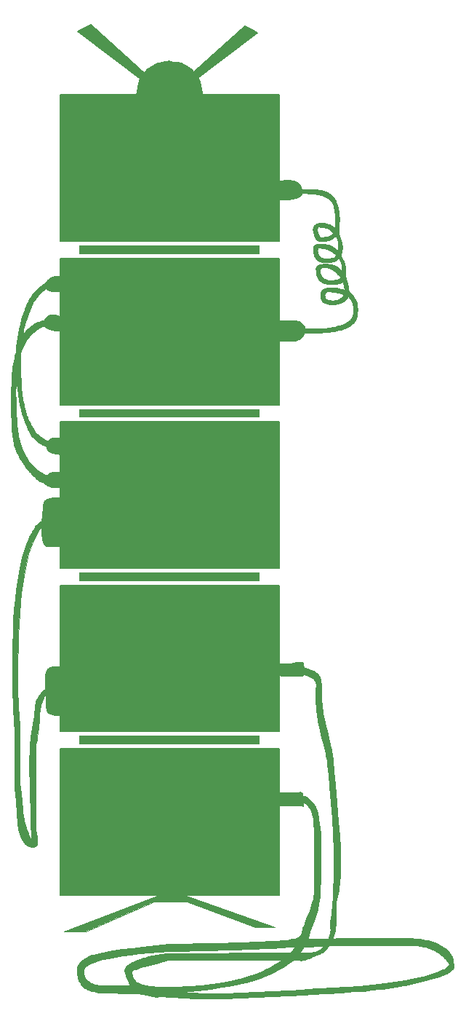
<source format=gtl>
G04 #@! TF.GenerationSoftware,KiCad,Pcbnew,(6.0.4)*
G04 #@! TF.CreationDate,2023-11-12T13:57:48+01:00*
G04 #@! TF.ProjectId,FrontPanel_Mixer,46726f6e-7450-4616-9e65-6c5f4d697865,rev?*
G04 #@! TF.SameCoordinates,Original*
G04 #@! TF.FileFunction,Copper,L1,Top*
G04 #@! TF.FilePolarity,Positive*
%FSLAX46Y46*%
G04 Gerber Fmt 4.6, Leading zero omitted, Abs format (unit mm)*
G04 Created by KiCad (PCBNEW (6.0.4)) date 2023-11-12 13:57:48*
%MOMM*%
%LPD*%
G01*
G04 APERTURE LIST*
G04 #@! TA.AperFunction,NonConductor*
%ADD10C,0.200000*%
G04 #@! TD*
G04 #@! TA.AperFunction,NonConductor*
%ADD11C,0.160000*%
G04 #@! TD*
G04 #@! TA.AperFunction,NonConductor*
%ADD12C,3.881044*%
G04 #@! TD*
G04 #@! TA.AperFunction,NonConductor*
%ADD13C,0.100000*%
G04 #@! TD*
G04 #@! TA.AperFunction,NonConductor*
%ADD14C,0.120000*%
G04 #@! TD*
G04 APERTURE END LIST*
D10*
X92500000Y-52750000D02*
X67000000Y-52750000D01*
X67000000Y-52750000D02*
X67000000Y-69750000D01*
X67000000Y-69750000D02*
X92500000Y-69750000D01*
X92500000Y-69750000D02*
X92500000Y-52750000D01*
G36*
X92500000Y-52750000D02*
G01*
X67000000Y-52750000D01*
X67000000Y-69750000D01*
X92500000Y-69750000D01*
X92500000Y-52750000D01*
G37*
G36*
X77807673Y-51105754D02*
G01*
X77057673Y-51355754D01*
X69057673Y-45355754D01*
X70557673Y-44605754D01*
X77807673Y-51105754D01*
G37*
X77807673Y-51105754D02*
X77057673Y-51355754D01*
X69057673Y-45355754D01*
X70557673Y-44605754D01*
X77807673Y-51105754D01*
D11*
G36*
X67244524Y-73916056D02*
G01*
X67272747Y-73972221D01*
X67272747Y-75016441D01*
X67230413Y-75312779D01*
X67228499Y-75335353D01*
X67226247Y-75357149D01*
X67223660Y-75378165D01*
X67220738Y-75398403D01*
X67217482Y-75417864D01*
X67213893Y-75436549D01*
X67209972Y-75454458D01*
X67205719Y-75471593D01*
X67201135Y-75487954D01*
X67196221Y-75503542D01*
X67190978Y-75518357D01*
X67185407Y-75532401D01*
X67179508Y-75545675D01*
X67173283Y-75558179D01*
X67166732Y-75569914D01*
X67159857Y-75580882D01*
X66581302Y-75567051D01*
X66467806Y-75568837D01*
X66360151Y-75567210D01*
X66258337Y-75562171D01*
X66162365Y-75553718D01*
X66116570Y-75548211D01*
X66072236Y-75541851D01*
X66029362Y-75534638D01*
X65987949Y-75526572D01*
X65947997Y-75517653D01*
X65909505Y-75507880D01*
X65872475Y-75497254D01*
X65836905Y-75485774D01*
X65802797Y-75473442D01*
X65770150Y-75460256D01*
X65738963Y-75446217D01*
X65709238Y-75431324D01*
X65680974Y-75415578D01*
X65654171Y-75398979D01*
X65628830Y-75381527D01*
X65604950Y-75363221D01*
X65582531Y-75344062D01*
X65561574Y-75324050D01*
X65542078Y-75303185D01*
X65524044Y-75281466D01*
X65507471Y-75258894D01*
X65492361Y-75235468D01*
X65478711Y-75211190D01*
X65466524Y-75186057D01*
X65361461Y-75251494D01*
X65257940Y-75320912D01*
X65155961Y-75394308D01*
X65055525Y-75471681D01*
X64956631Y-75553030D01*
X64859281Y-75638352D01*
X64763474Y-75727647D01*
X64669211Y-75820912D01*
X64576493Y-75918147D01*
X64485320Y-76019348D01*
X64395692Y-76124515D01*
X64307609Y-76233646D01*
X64221073Y-76346739D01*
X64136084Y-76463793D01*
X64052641Y-76584806D01*
X63970746Y-76709776D01*
X63942524Y-76766502D01*
X63928413Y-76780332D01*
X63830757Y-76970420D01*
X63735281Y-77166674D01*
X63641993Y-77369092D01*
X63550906Y-77577676D01*
X63462027Y-77792425D01*
X63375368Y-78013340D01*
X63290938Y-78240421D01*
X63208747Y-78473667D01*
X63105996Y-78794752D01*
X63009414Y-79115817D01*
X62919003Y-79436869D01*
X62834767Y-79757914D01*
X62756709Y-80078960D01*
X62684832Y-80400012D01*
X62619140Y-80721077D01*
X62559635Y-81042161D01*
X62682296Y-80827611D01*
X62810355Y-80624967D01*
X62943812Y-80434229D01*
X63082668Y-80255398D01*
X63226923Y-80088473D01*
X63376578Y-79933454D01*
X63531632Y-79790342D01*
X63692087Y-79659136D01*
X63857943Y-79539836D01*
X64029200Y-79432442D01*
X64205859Y-79336954D01*
X64387919Y-79253373D01*
X64575382Y-79181698D01*
X64768248Y-79121929D01*
X64966518Y-79074065D01*
X65170191Y-79038108D01*
X65188514Y-79009507D01*
X65208141Y-78980009D01*
X65229077Y-78949618D01*
X65251329Y-78918338D01*
X65274905Y-78886172D01*
X65299810Y-78853123D01*
X65326051Y-78819195D01*
X65353635Y-78784391D01*
X65388550Y-78736458D01*
X65422810Y-78691508D01*
X65456414Y-78649540D01*
X65489362Y-78610553D01*
X65521653Y-78574549D01*
X65553288Y-78541526D01*
X65584265Y-78511483D01*
X65614585Y-78484421D01*
X65644246Y-78460339D01*
X65673249Y-78439236D01*
X65701593Y-78421113D01*
X65729277Y-78405968D01*
X65742872Y-78399513D01*
X65756302Y-78393802D01*
X65769567Y-78388835D01*
X65782666Y-78384613D01*
X65795601Y-78381136D01*
X65808370Y-78378402D01*
X65820974Y-78376414D01*
X65833412Y-78375169D01*
X66496635Y-78375169D01*
X66535197Y-78393409D01*
X66580393Y-78412993D01*
X66632217Y-78433913D01*
X66690663Y-78456163D01*
X66755723Y-78479737D01*
X66827390Y-78504626D01*
X66905660Y-78530826D01*
X66990524Y-78558329D01*
X67011029Y-78564002D01*
X67030211Y-78570330D01*
X67048071Y-78577314D01*
X67056504Y-78581051D01*
X67064607Y-78584953D01*
X67072379Y-78589019D01*
X67079821Y-78593249D01*
X67086931Y-78597643D01*
X67093711Y-78602201D01*
X67100160Y-78606924D01*
X67106279Y-78611811D01*
X67112067Y-78616862D01*
X67117524Y-78622078D01*
X67122650Y-78627459D01*
X67127445Y-78633004D01*
X67131910Y-78638713D01*
X67136044Y-78644588D01*
X67139848Y-78650627D01*
X67143320Y-78656831D01*
X67146462Y-78663199D01*
X67149273Y-78669733D01*
X67151754Y-78676432D01*
X67153904Y-78683295D01*
X67155723Y-78690324D01*
X67157211Y-78697518D01*
X67158368Y-78704877D01*
X67159195Y-78712401D01*
X67159691Y-78720091D01*
X67159857Y-78727946D01*
X67159470Y-78783531D01*
X67158309Y-78837469D01*
X67156376Y-78889759D01*
X67153670Y-78940401D01*
X67150192Y-78989394D01*
X67145941Y-79036738D01*
X67140920Y-79082433D01*
X67135127Y-79126477D01*
X67128564Y-79168872D01*
X67121231Y-79209615D01*
X67113127Y-79248707D01*
X67104255Y-79286148D01*
X67094613Y-79321937D01*
X67084203Y-79356074D01*
X67073025Y-79388558D01*
X67061079Y-79419389D01*
X67057799Y-79437434D01*
X67054945Y-79463420D01*
X67052522Y-79497350D01*
X67050531Y-79539227D01*
X67047863Y-79646837D01*
X67046968Y-79786277D01*
X67046472Y-79815736D01*
X67044984Y-79844208D01*
X67042503Y-79871694D01*
X67039031Y-79898193D01*
X67034566Y-79923704D01*
X67029109Y-79948228D01*
X67022660Y-79971764D01*
X67015218Y-79994311D01*
X67006785Y-80015869D01*
X66997359Y-80036438D01*
X66986941Y-80056017D01*
X66975531Y-80074607D01*
X66963128Y-80092205D01*
X66949734Y-80108813D01*
X66935347Y-80124429D01*
X66919969Y-80139054D01*
X66609524Y-80139054D01*
X66549401Y-80134682D01*
X66488941Y-80128657D01*
X66428146Y-80120979D01*
X66367016Y-80111648D01*
X66305552Y-80100665D01*
X66243754Y-80088031D01*
X66181624Y-80073746D01*
X66119163Y-80057810D01*
X66056371Y-80040223D01*
X65993249Y-80020987D01*
X65929798Y-80000101D01*
X65866019Y-79977566D01*
X65801912Y-79953383D01*
X65737478Y-79927551D01*
X65672719Y-79900072D01*
X65607635Y-79870945D01*
X65569515Y-79851525D01*
X65532836Y-79832104D01*
X65497598Y-79812685D01*
X65463799Y-79793267D01*
X65431438Y-79773851D01*
X65400516Y-79754436D01*
X65371030Y-79735024D01*
X65342981Y-79715615D01*
X65316367Y-79696210D01*
X65291188Y-79676808D01*
X65267442Y-79657410D01*
X65245129Y-79638016D01*
X65224249Y-79618628D01*
X65204799Y-79599245D01*
X65186780Y-79579867D01*
X65170191Y-79560496D01*
X64926113Y-79662415D01*
X64691295Y-79777669D01*
X64465738Y-79906258D01*
X64249441Y-80048184D01*
X64042404Y-80203446D01*
X63844628Y-80372045D01*
X63656113Y-80553981D01*
X63476857Y-80749255D01*
X63306863Y-80957867D01*
X63146128Y-81179818D01*
X62994654Y-81415108D01*
X62852441Y-81663738D01*
X62719488Y-81925707D01*
X62595795Y-82201017D01*
X62481363Y-82489668D01*
X62376191Y-82791661D01*
X62363804Y-82997195D01*
X62354989Y-83204448D01*
X62349719Y-83413446D01*
X62347969Y-83624217D01*
X62356568Y-84500000D01*
X62382364Y-85328177D01*
X62425359Y-86108743D01*
X62485552Y-86841690D01*
X62562943Y-87527013D01*
X62657531Y-88164704D01*
X62769318Y-88754757D01*
X62831660Y-89031917D01*
X62898302Y-89297166D01*
X62945123Y-89464853D01*
X62993935Y-89629350D01*
X63044737Y-89790657D01*
X63097529Y-89948774D01*
X63152310Y-90103698D01*
X63209080Y-90255431D01*
X63267839Y-90403969D01*
X63328585Y-90549314D01*
X63391319Y-90691464D01*
X63456041Y-90830418D01*
X63522749Y-90966176D01*
X63591444Y-91098737D01*
X63662125Y-91228099D01*
X63734792Y-91354262D01*
X63809443Y-91477226D01*
X63886080Y-91596989D01*
X63900191Y-91611106D01*
X63941201Y-91676657D01*
X63979566Y-91739112D01*
X64015285Y-91798471D01*
X64048357Y-91854734D01*
X64078784Y-91907902D01*
X64106566Y-91957974D01*
X64131701Y-92004951D01*
X64154191Y-92048832D01*
X64216338Y-92111567D01*
X64279377Y-92172879D01*
X64343306Y-92232766D01*
X64408124Y-92291228D01*
X64473831Y-92348262D01*
X64540424Y-92403869D01*
X64607903Y-92458046D01*
X64676266Y-92510792D01*
X64745512Y-92562106D01*
X64815640Y-92611988D01*
X64886649Y-92660434D01*
X64958537Y-92707445D01*
X65031303Y-92753019D01*
X65104946Y-92797155D01*
X65179464Y-92839852D01*
X65254857Y-92881108D01*
X65297415Y-92905423D01*
X65340419Y-92928843D01*
X65383866Y-92951369D01*
X65427753Y-92973006D01*
X65472077Y-92993756D01*
X65516834Y-93013622D01*
X65562021Y-93032609D01*
X65607635Y-93050718D01*
X65631322Y-93019362D01*
X65656556Y-92988898D01*
X65683337Y-92959324D01*
X65711665Y-92930639D01*
X65741538Y-92902842D01*
X65772958Y-92875932D01*
X65805923Y-92849907D01*
X65840433Y-92824767D01*
X65876487Y-92800509D01*
X65914086Y-92777133D01*
X65953228Y-92754638D01*
X65993914Y-92733022D01*
X66036142Y-92712284D01*
X66079913Y-92692423D01*
X66125225Y-92673437D01*
X66172080Y-92655326D01*
X66750634Y-92683830D01*
X66751792Y-92687269D01*
X66755265Y-92690603D01*
X66761052Y-92693830D01*
X66769155Y-92696949D01*
X66779573Y-92699962D01*
X66792306Y-92702866D01*
X66824718Y-92708349D01*
X66866390Y-92713396D01*
X66917322Y-92718002D01*
X66977515Y-92722166D01*
X67046968Y-92725883D01*
X67258634Y-92754386D01*
X67265454Y-92763118D01*
X67271837Y-92771743D01*
X67277782Y-92780262D01*
X67283289Y-92788673D01*
X67288359Y-92796977D01*
X67292989Y-92805173D01*
X67297181Y-92813261D01*
X67300933Y-92821240D01*
X67304245Y-92829110D01*
X67307117Y-92836870D01*
X67309548Y-92844520D01*
X67311538Y-92852060D01*
X67313087Y-92859489D01*
X67314193Y-92866807D01*
X67314858Y-92874013D01*
X67315079Y-92881108D01*
X67272746Y-94109056D01*
X67270722Y-94152309D01*
X67268143Y-94193909D01*
X67265009Y-94233856D01*
X67261320Y-94272150D01*
X67257078Y-94308792D01*
X67252282Y-94343783D01*
X67246933Y-94377122D01*
X67241031Y-94408811D01*
X67234577Y-94438849D01*
X67227571Y-94467237D01*
X67220014Y-94493976D01*
X67211905Y-94519066D01*
X67203246Y-94542508D01*
X67194036Y-94564301D01*
X67184277Y-94584447D01*
X67173968Y-94602946D01*
X67159857Y-94602946D01*
X67159582Y-94594330D01*
X67159239Y-94590189D01*
X67158758Y-94586158D01*
X67158140Y-94582238D01*
X67157384Y-94578428D01*
X67156491Y-94574730D01*
X67155460Y-94571142D01*
X67154292Y-94567665D01*
X67152986Y-94564299D01*
X67151542Y-94561043D01*
X67149960Y-94557899D01*
X67148240Y-94554865D01*
X67146383Y-94551942D01*
X67144387Y-94549130D01*
X67142253Y-94546428D01*
X67139982Y-94543838D01*
X67137572Y-94541358D01*
X67135024Y-94538989D01*
X67132338Y-94536731D01*
X67129513Y-94534583D01*
X67126550Y-94532547D01*
X67123449Y-94530621D01*
X67120209Y-94528806D01*
X67116831Y-94527102D01*
X67113314Y-94525509D01*
X67109659Y-94524027D01*
X67105865Y-94522655D01*
X67101932Y-94521395D01*
X67097861Y-94520245D01*
X67089302Y-94518278D01*
X67062896Y-94514736D01*
X66997650Y-94504129D01*
X66750634Y-94461833D01*
X66662858Y-94451169D01*
X66583039Y-94440547D01*
X66511170Y-94429959D01*
X66447246Y-94419393D01*
X66391259Y-94408841D01*
X66343203Y-94398292D01*
X66322147Y-94393016D01*
X66303071Y-94387737D01*
X66285975Y-94382453D01*
X66270857Y-94377165D01*
X66189710Y-94352717D01*
X66115608Y-94328697D01*
X66081201Y-94316848D01*
X66048557Y-94305107D01*
X66017678Y-94293475D01*
X65988564Y-94281951D01*
X65961217Y-94270536D01*
X65935636Y-94259230D01*
X65911823Y-94248034D01*
X65889778Y-94236949D01*
X65869503Y-94225974D01*
X65850998Y-94215110D01*
X65834264Y-94204358D01*
X65819302Y-94193717D01*
X65778235Y-94164859D01*
X65739703Y-94134794D01*
X65703704Y-94103524D01*
X65670240Y-94071046D01*
X65639311Y-94037358D01*
X65610918Y-94002461D01*
X65585060Y-93966352D01*
X65561739Y-93929031D01*
X65540954Y-93890496D01*
X65522707Y-93850746D01*
X65506997Y-93809779D01*
X65493825Y-93767596D01*
X65483191Y-93724193D01*
X65475096Y-93679571D01*
X65469540Y-93633727D01*
X65466524Y-93586662D01*
X65438491Y-93579451D01*
X65410909Y-93571787D01*
X65383776Y-93563667D01*
X65357092Y-93555087D01*
X65330859Y-93546044D01*
X65305075Y-93536535D01*
X65279741Y-93526556D01*
X65254857Y-93516105D01*
X65144559Y-93468292D01*
X65035914Y-93416504D01*
X64928924Y-93360743D01*
X64823586Y-93301009D01*
X64719903Y-93237302D01*
X64617873Y-93169625D01*
X64517497Y-93097977D01*
X64418774Y-93022359D01*
X64321705Y-92942773D01*
X64226290Y-92859218D01*
X64132528Y-92771697D01*
X64040420Y-92680209D01*
X63949965Y-92584756D01*
X63861165Y-92485339D01*
X63774018Y-92381958D01*
X63688524Y-92274613D01*
X63688524Y-92260496D01*
X63688250Y-92248386D01*
X63687426Y-92236712D01*
X63686052Y-92225476D01*
X63685159Y-92220022D01*
X63684128Y-92214677D01*
X63682959Y-92209442D01*
X63681653Y-92204317D01*
X63680209Y-92199301D01*
X63678627Y-92194395D01*
X63676907Y-92189599D01*
X63675050Y-92184912D01*
X63673054Y-92180335D01*
X63670921Y-92175868D01*
X63668649Y-92171512D01*
X63666239Y-92167265D01*
X63663691Y-92163128D01*
X63661005Y-92159101D01*
X63658180Y-92155185D01*
X63655217Y-92151378D01*
X63652116Y-92147682D01*
X63648876Y-92144097D01*
X63645498Y-92140621D01*
X63641981Y-92137256D01*
X63638326Y-92134002D01*
X63634532Y-92130858D01*
X63630599Y-92127825D01*
X63626528Y-92124902D01*
X63622318Y-92122090D01*
X63617969Y-92119389D01*
X63617109Y-92119375D01*
X63616275Y-92119333D01*
X63615469Y-92119262D01*
X63614688Y-92119164D01*
X63613935Y-92119037D01*
X63613208Y-92118882D01*
X63612508Y-92118699D01*
X63611835Y-92118488D01*
X63611188Y-92118249D01*
X63610569Y-92117982D01*
X63609976Y-92117687D01*
X63609411Y-92117363D01*
X63608873Y-92117012D01*
X63608361Y-92116632D01*
X63607877Y-92116224D01*
X63607420Y-92115788D01*
X63606991Y-92115325D01*
X63606589Y-92114833D01*
X63606214Y-92114312D01*
X63605867Y-92113764D01*
X63605547Y-92113188D01*
X63605254Y-92112584D01*
X63604990Y-92111951D01*
X63604752Y-92111291D01*
X63604543Y-92110602D01*
X63604361Y-92109885D01*
X63604208Y-92109141D01*
X63604082Y-92108368D01*
X63603984Y-92107567D01*
X63603913Y-92106739D01*
X63603871Y-92105882D01*
X63603857Y-92104997D01*
X63471976Y-91869360D01*
X63344513Y-91620921D01*
X63221468Y-91359682D01*
X63102842Y-91085647D01*
X62988635Y-90798819D01*
X62878846Y-90499202D01*
X62773476Y-90186799D01*
X62672524Y-89861613D01*
X62528578Y-89315433D01*
X62400056Y-88749414D01*
X62286960Y-88163558D01*
X62189289Y-87557868D01*
X62107043Y-86932347D01*
X62040223Y-86286999D01*
X61988828Y-85621827D01*
X61952857Y-84936833D01*
X61923092Y-85216548D01*
X61897295Y-85505563D01*
X61875467Y-85803866D01*
X61857607Y-86111441D01*
X61843717Y-86428277D01*
X61833795Y-86754360D01*
X61827842Y-87089677D01*
X61825857Y-87434214D01*
X61831811Y-88306520D01*
X61849670Y-89117075D01*
X61879436Y-89865883D01*
X61921108Y-90552947D01*
X61974686Y-91178270D01*
X62040170Y-91741857D01*
X62117561Y-92243709D01*
X62160721Y-92471485D01*
X62206858Y-92683830D01*
X62313958Y-93094413D01*
X62434175Y-93486588D01*
X62567510Y-93860353D01*
X62713962Y-94215710D01*
X62873533Y-94552656D01*
X63046223Y-94871191D01*
X63232032Y-95171316D01*
X63430961Y-95453030D01*
X63643010Y-95716332D01*
X63753954Y-95841078D01*
X63868179Y-95961222D01*
X63985684Y-96076762D01*
X64106469Y-96187699D01*
X64230534Y-96294033D01*
X64357880Y-96395763D01*
X64488506Y-96492890D01*
X64622413Y-96585414D01*
X64759600Y-96673334D01*
X64900068Y-96756651D01*
X65043816Y-96835364D01*
X65190846Y-96909474D01*
X65341155Y-96978980D01*
X65494746Y-97043882D01*
X65532558Y-96996102D01*
X65571912Y-96951398D01*
X65612809Y-96909772D01*
X65655247Y-96871224D01*
X65699228Y-96835755D01*
X65744753Y-96803366D01*
X65791821Y-96774057D01*
X65840434Y-96747830D01*
X65890590Y-96724686D01*
X65942292Y-96704625D01*
X65995539Y-96687648D01*
X66050332Y-96673755D01*
X66106671Y-96662949D01*
X66164556Y-96655229D01*
X66223989Y-96650596D01*
X66284969Y-96649052D01*
X66475032Y-96649926D01*
X66643051Y-96652553D01*
X66789025Y-96656940D01*
X66912948Y-96663093D01*
X66966640Y-96666834D01*
X67014819Y-96671019D01*
X67057483Y-96675648D01*
X67094633Y-96680723D01*
X67126268Y-96686245D01*
X67152388Y-96692214D01*
X67172992Y-96698631D01*
X67188079Y-96705497D01*
X67213711Y-96723797D01*
X67237689Y-96746945D01*
X67260013Y-96774943D01*
X67280684Y-96807790D01*
X67299700Y-96845488D01*
X67317064Y-96888036D01*
X67332773Y-96935435D01*
X67346829Y-96987685D01*
X67359232Y-97044787D01*
X67369981Y-97106741D01*
X67379076Y-97173548D01*
X67386517Y-97245208D01*
X67392305Y-97321722D01*
X67396439Y-97403089D01*
X67398919Y-97489311D01*
X67399746Y-97580387D01*
X67398636Y-97722376D01*
X67395310Y-97852008D01*
X67389774Y-97969285D01*
X67382036Y-98074205D01*
X67377343Y-98122032D01*
X67372102Y-98166770D01*
X67366314Y-98208419D01*
X67359979Y-98246978D01*
X67353098Y-98282449D01*
X67345673Y-98314831D01*
X67337703Y-98344125D01*
X67329190Y-98370329D01*
X66172080Y-98370329D01*
X66172080Y-98342387D01*
X66155212Y-98339986D01*
X66136361Y-98336379D01*
X66092705Y-98325546D01*
X66041111Y-98309878D01*
X65981580Y-98289364D01*
X65914111Y-98263995D01*
X65838705Y-98233761D01*
X65755361Y-98198652D01*
X65664080Y-98158659D01*
X65621267Y-98139453D01*
X65580987Y-98120572D01*
X65543241Y-98102016D01*
X65508028Y-98083785D01*
X65475349Y-98065881D01*
X65445203Y-98048302D01*
X65417590Y-98031051D01*
X65392511Y-98014126D01*
X65369965Y-97997529D01*
X65359643Y-97989353D01*
X65349953Y-97981259D01*
X65340897Y-97973248D01*
X65332474Y-97965318D01*
X65324685Y-97957471D01*
X65317528Y-97949706D01*
X65311006Y-97942023D01*
X65305116Y-97934422D01*
X65299860Y-97926904D01*
X65295237Y-97919468D01*
X65291248Y-97912115D01*
X65287892Y-97904844D01*
X65285169Y-97897655D01*
X65283080Y-97890550D01*
X65240746Y-97904942D01*
X65240746Y-97834385D01*
X65137472Y-97812137D01*
X65032333Y-97780741D01*
X64925326Y-97740198D01*
X64816451Y-97690509D01*
X64705708Y-97631673D01*
X64593096Y-97563691D01*
X64478613Y-97486564D01*
X64362259Y-97400292D01*
X64244033Y-97304875D01*
X64123934Y-97200314D01*
X64001962Y-97086609D01*
X63878116Y-96963761D01*
X63752394Y-96831770D01*
X63624796Y-96690636D01*
X63495321Y-96540360D01*
X63363969Y-96380943D01*
X63183390Y-96155094D01*
X63012073Y-95929140D01*
X62850015Y-95703078D01*
X62697219Y-95476910D01*
X62553682Y-95250634D01*
X62419406Y-95024250D01*
X62294390Y-94797758D01*
X62178635Y-94571157D01*
X62072140Y-94344447D01*
X61974906Y-94117628D01*
X61886932Y-93890698D01*
X61808219Y-93663658D01*
X61738765Y-93436507D01*
X61678573Y-93209245D01*
X61627640Y-92981872D01*
X61585969Y-92754386D01*
X61542777Y-92459544D01*
X61504856Y-92132543D01*
X61472214Y-91773368D01*
X61444858Y-91382007D01*
X61422792Y-90958447D01*
X61406026Y-90502674D01*
X61394564Y-90014675D01*
X61388413Y-89494438D01*
X61383016Y-88955654D01*
X61381217Y-88425627D01*
X61383016Y-87904437D01*
X61388413Y-87392161D01*
X61416635Y-85924613D01*
X61441547Y-85534073D01*
X61473949Y-85152813D01*
X61513845Y-84780827D01*
X61561239Y-84418108D01*
X61616134Y-84064650D01*
X61678533Y-83720446D01*
X61748440Y-83385490D01*
X61825857Y-83059776D01*
X61854908Y-82946956D01*
X61885759Y-82834137D01*
X61918409Y-82721317D01*
X61952857Y-82608494D01*
X61989702Y-82064302D01*
X62043724Y-81525400D01*
X62114931Y-80991790D01*
X62203329Y-80463470D01*
X62308926Y-79940441D01*
X62431727Y-79422704D01*
X62571739Y-78910259D01*
X62728968Y-78403105D01*
X62782546Y-78238904D01*
X62837447Y-78077777D01*
X62893671Y-77919726D01*
X62951218Y-77764754D01*
X63010088Y-77612864D01*
X63070281Y-77464059D01*
X63131796Y-77318343D01*
X63194635Y-77175718D01*
X63152302Y-77175718D01*
X63269009Y-76951980D01*
X63389792Y-76735848D01*
X63514650Y-76527324D01*
X63643584Y-76326406D01*
X63776595Y-76133095D01*
X63913682Y-75947391D01*
X64054846Y-75769294D01*
X64200087Y-75598803D01*
X64349406Y-75435919D01*
X64502804Y-75280642D01*
X64660280Y-75132972D01*
X64821836Y-74992908D01*
X64987471Y-74860451D01*
X65157186Y-74735601D01*
X65330981Y-74618357D01*
X65508857Y-74508720D01*
X65516160Y-74491270D01*
X65523890Y-74474267D01*
X65532049Y-74457708D01*
X65540642Y-74441589D01*
X65549672Y-74425906D01*
X65559141Y-74410657D01*
X65569053Y-74395837D01*
X65579412Y-74381443D01*
X65606698Y-74336827D01*
X65635637Y-74294632D01*
X65666229Y-74254858D01*
X65698475Y-74217505D01*
X65732375Y-74182574D01*
X65767928Y-74150063D01*
X65805135Y-74119973D01*
X65843996Y-74092304D01*
X65884510Y-74067057D01*
X65926678Y-74044230D01*
X65970500Y-74023824D01*
X66015975Y-74005840D01*
X66063104Y-73990276D01*
X66111886Y-73977133D01*
X66162322Y-73966411D01*
X66214412Y-73958110D01*
X66221728Y-73949654D01*
X66229599Y-73941853D01*
X66238025Y-73934707D01*
X66247005Y-73928218D01*
X66256539Y-73922384D01*
X66266626Y-73917208D01*
X66277267Y-73912689D01*
X66288460Y-73908827D01*
X66300206Y-73905624D01*
X66312504Y-73903079D01*
X66325353Y-73901193D01*
X66338753Y-73899967D01*
X66352704Y-73899400D01*
X66367206Y-73899494D01*
X66382257Y-73900249D01*
X66397857Y-73901664D01*
X66496635Y-73901664D01*
X66510746Y-73887553D01*
X67018746Y-73887553D01*
X67244524Y-73916056D01*
G37*
X67244524Y-73916056D02*
X67272747Y-73972221D01*
X67272747Y-75016441D01*
X67230413Y-75312779D01*
X67228499Y-75335353D01*
X67226247Y-75357149D01*
X67223660Y-75378165D01*
X67220738Y-75398403D01*
X67217482Y-75417864D01*
X67213893Y-75436549D01*
X67209972Y-75454458D01*
X67205719Y-75471593D01*
X67201135Y-75487954D01*
X67196221Y-75503542D01*
X67190978Y-75518357D01*
X67185407Y-75532401D01*
X67179508Y-75545675D01*
X67173283Y-75558179D01*
X67166732Y-75569914D01*
X67159857Y-75580882D01*
X66581302Y-75567051D01*
X66467806Y-75568837D01*
X66360151Y-75567210D01*
X66258337Y-75562171D01*
X66162365Y-75553718D01*
X66116570Y-75548211D01*
X66072236Y-75541851D01*
X66029362Y-75534638D01*
X65987949Y-75526572D01*
X65947997Y-75517653D01*
X65909505Y-75507880D01*
X65872475Y-75497254D01*
X65836905Y-75485774D01*
X65802797Y-75473442D01*
X65770150Y-75460256D01*
X65738963Y-75446217D01*
X65709238Y-75431324D01*
X65680974Y-75415578D01*
X65654171Y-75398979D01*
X65628830Y-75381527D01*
X65604950Y-75363221D01*
X65582531Y-75344062D01*
X65561574Y-75324050D01*
X65542078Y-75303185D01*
X65524044Y-75281466D01*
X65507471Y-75258894D01*
X65492361Y-75235468D01*
X65478711Y-75211190D01*
X65466524Y-75186057D01*
X65361461Y-75251494D01*
X65257940Y-75320912D01*
X65155961Y-75394308D01*
X65055525Y-75471681D01*
X64956631Y-75553030D01*
X64859281Y-75638352D01*
X64763474Y-75727647D01*
X64669211Y-75820912D01*
X64576493Y-75918147D01*
X64485320Y-76019348D01*
X64395692Y-76124515D01*
X64307609Y-76233646D01*
X64221073Y-76346739D01*
X64136084Y-76463793D01*
X64052641Y-76584806D01*
X63970746Y-76709776D01*
X63942524Y-76766502D01*
X63928413Y-76780332D01*
X63830757Y-76970420D01*
X63735281Y-77166674D01*
X63641993Y-77369092D01*
X63550906Y-77577676D01*
X63462027Y-77792425D01*
X63375368Y-78013340D01*
X63290938Y-78240421D01*
X63208747Y-78473667D01*
X63105996Y-78794752D01*
X63009414Y-79115817D01*
X62919003Y-79436869D01*
X62834767Y-79757914D01*
X62756709Y-80078960D01*
X62684832Y-80400012D01*
X62619140Y-80721077D01*
X62559635Y-81042161D01*
X62682296Y-80827611D01*
X62810355Y-80624967D01*
X62943812Y-80434229D01*
X63082668Y-80255398D01*
X63226923Y-80088473D01*
X63376578Y-79933454D01*
X63531632Y-79790342D01*
X63692087Y-79659136D01*
X63857943Y-79539836D01*
X64029200Y-79432442D01*
X64205859Y-79336954D01*
X64387919Y-79253373D01*
X64575382Y-79181698D01*
X64768248Y-79121929D01*
X64966518Y-79074065D01*
X65170191Y-79038108D01*
X65188514Y-79009507D01*
X65208141Y-78980009D01*
X65229077Y-78949618D01*
X65251329Y-78918338D01*
X65274905Y-78886172D01*
X65299810Y-78853123D01*
X65326051Y-78819195D01*
X65353635Y-78784391D01*
X65388550Y-78736458D01*
X65422810Y-78691508D01*
X65456414Y-78649540D01*
X65489362Y-78610553D01*
X65521653Y-78574549D01*
X65553288Y-78541526D01*
X65584265Y-78511483D01*
X65614585Y-78484421D01*
X65644246Y-78460339D01*
X65673249Y-78439236D01*
X65701593Y-78421113D01*
X65729277Y-78405968D01*
X65742872Y-78399513D01*
X65756302Y-78393802D01*
X65769567Y-78388835D01*
X65782666Y-78384613D01*
X65795601Y-78381136D01*
X65808370Y-78378402D01*
X65820974Y-78376414D01*
X65833412Y-78375169D01*
X66496635Y-78375169D01*
X66535197Y-78393409D01*
X66580393Y-78412993D01*
X66632217Y-78433913D01*
X66690663Y-78456163D01*
X66755723Y-78479737D01*
X66827390Y-78504626D01*
X66905660Y-78530826D01*
X66990524Y-78558329D01*
X67011029Y-78564002D01*
X67030211Y-78570330D01*
X67048071Y-78577314D01*
X67056504Y-78581051D01*
X67064607Y-78584953D01*
X67072379Y-78589019D01*
X67079821Y-78593249D01*
X67086931Y-78597643D01*
X67093711Y-78602201D01*
X67100160Y-78606924D01*
X67106279Y-78611811D01*
X67112067Y-78616862D01*
X67117524Y-78622078D01*
X67122650Y-78627459D01*
X67127445Y-78633004D01*
X67131910Y-78638713D01*
X67136044Y-78644588D01*
X67139848Y-78650627D01*
X67143320Y-78656831D01*
X67146462Y-78663199D01*
X67149273Y-78669733D01*
X67151754Y-78676432D01*
X67153904Y-78683295D01*
X67155723Y-78690324D01*
X67157211Y-78697518D01*
X67158368Y-78704877D01*
X67159195Y-78712401D01*
X67159691Y-78720091D01*
X67159857Y-78727946D01*
X67159470Y-78783531D01*
X67158309Y-78837469D01*
X67156376Y-78889759D01*
X67153670Y-78940401D01*
X67150192Y-78989394D01*
X67145941Y-79036738D01*
X67140920Y-79082433D01*
X67135127Y-79126477D01*
X67128564Y-79168872D01*
X67121231Y-79209615D01*
X67113127Y-79248707D01*
X67104255Y-79286148D01*
X67094613Y-79321937D01*
X67084203Y-79356074D01*
X67073025Y-79388558D01*
X67061079Y-79419389D01*
X67057799Y-79437434D01*
X67054945Y-79463420D01*
X67052522Y-79497350D01*
X67050531Y-79539227D01*
X67047863Y-79646837D01*
X67046968Y-79786277D01*
X67046472Y-79815736D01*
X67044984Y-79844208D01*
X67042503Y-79871694D01*
X67039031Y-79898193D01*
X67034566Y-79923704D01*
X67029109Y-79948228D01*
X67022660Y-79971764D01*
X67015218Y-79994311D01*
X67006785Y-80015869D01*
X66997359Y-80036438D01*
X66986941Y-80056017D01*
X66975531Y-80074607D01*
X66963128Y-80092205D01*
X66949734Y-80108813D01*
X66935347Y-80124429D01*
X66919969Y-80139054D01*
X66609524Y-80139054D01*
X66549401Y-80134682D01*
X66488941Y-80128657D01*
X66428146Y-80120979D01*
X66367016Y-80111648D01*
X66305552Y-80100665D01*
X66243754Y-80088031D01*
X66181624Y-80073746D01*
X66119163Y-80057810D01*
X66056371Y-80040223D01*
X65993249Y-80020987D01*
X65929798Y-80000101D01*
X65866019Y-79977566D01*
X65801912Y-79953383D01*
X65737478Y-79927551D01*
X65672719Y-79900072D01*
X65607635Y-79870945D01*
X65569515Y-79851525D01*
X65532836Y-79832104D01*
X65497598Y-79812685D01*
X65463799Y-79793267D01*
X65431438Y-79773851D01*
X65400516Y-79754436D01*
X65371030Y-79735024D01*
X65342981Y-79715615D01*
X65316367Y-79696210D01*
X65291188Y-79676808D01*
X65267442Y-79657410D01*
X65245129Y-79638016D01*
X65224249Y-79618628D01*
X65204799Y-79599245D01*
X65186780Y-79579867D01*
X65170191Y-79560496D01*
X64926113Y-79662415D01*
X64691295Y-79777669D01*
X64465738Y-79906258D01*
X64249441Y-80048184D01*
X64042404Y-80203446D01*
X63844628Y-80372045D01*
X63656113Y-80553981D01*
X63476857Y-80749255D01*
X63306863Y-80957867D01*
X63146128Y-81179818D01*
X62994654Y-81415108D01*
X62852441Y-81663738D01*
X62719488Y-81925707D01*
X62595795Y-82201017D01*
X62481363Y-82489668D01*
X62376191Y-82791661D01*
X62363804Y-82997195D01*
X62354989Y-83204448D01*
X62349719Y-83413446D01*
X62347969Y-83624217D01*
X62356568Y-84500000D01*
X62382364Y-85328177D01*
X62425359Y-86108743D01*
X62485552Y-86841690D01*
X62562943Y-87527013D01*
X62657531Y-88164704D01*
X62769318Y-88754757D01*
X62831660Y-89031917D01*
X62898302Y-89297166D01*
X62945123Y-89464853D01*
X62993935Y-89629350D01*
X63044737Y-89790657D01*
X63097529Y-89948774D01*
X63152310Y-90103698D01*
X63209080Y-90255431D01*
X63267839Y-90403969D01*
X63328585Y-90549314D01*
X63391319Y-90691464D01*
X63456041Y-90830418D01*
X63522749Y-90966176D01*
X63591444Y-91098737D01*
X63662125Y-91228099D01*
X63734792Y-91354262D01*
X63809443Y-91477226D01*
X63886080Y-91596989D01*
X63900191Y-91611106D01*
X63941201Y-91676657D01*
X63979566Y-91739112D01*
X64015285Y-91798471D01*
X64048357Y-91854734D01*
X64078784Y-91907902D01*
X64106566Y-91957974D01*
X64131701Y-92004951D01*
X64154191Y-92048832D01*
X64216338Y-92111567D01*
X64279377Y-92172879D01*
X64343306Y-92232766D01*
X64408124Y-92291228D01*
X64473831Y-92348262D01*
X64540424Y-92403869D01*
X64607903Y-92458046D01*
X64676266Y-92510792D01*
X64745512Y-92562106D01*
X64815640Y-92611988D01*
X64886649Y-92660434D01*
X64958537Y-92707445D01*
X65031303Y-92753019D01*
X65104946Y-92797155D01*
X65179464Y-92839852D01*
X65254857Y-92881108D01*
X65297415Y-92905423D01*
X65340419Y-92928843D01*
X65383866Y-92951369D01*
X65427753Y-92973006D01*
X65472077Y-92993756D01*
X65516834Y-93013622D01*
X65562021Y-93032609D01*
X65607635Y-93050718D01*
X65631322Y-93019362D01*
X65656556Y-92988898D01*
X65683337Y-92959324D01*
X65711665Y-92930639D01*
X65741538Y-92902842D01*
X65772958Y-92875932D01*
X65805923Y-92849907D01*
X65840433Y-92824767D01*
X65876487Y-92800509D01*
X65914086Y-92777133D01*
X65953228Y-92754638D01*
X65993914Y-92733022D01*
X66036142Y-92712284D01*
X66079913Y-92692423D01*
X66125225Y-92673437D01*
X66172080Y-92655326D01*
X66750634Y-92683830D01*
X66751792Y-92687269D01*
X66755265Y-92690603D01*
X66761052Y-92693830D01*
X66769155Y-92696949D01*
X66779573Y-92699962D01*
X66792306Y-92702866D01*
X66824718Y-92708349D01*
X66866390Y-92713396D01*
X66917322Y-92718002D01*
X66977515Y-92722166D01*
X67046968Y-92725883D01*
X67258634Y-92754386D01*
X67265454Y-92763118D01*
X67271837Y-92771743D01*
X67277782Y-92780262D01*
X67283289Y-92788673D01*
X67288359Y-92796977D01*
X67292989Y-92805173D01*
X67297181Y-92813261D01*
X67300933Y-92821240D01*
X67304245Y-92829110D01*
X67307117Y-92836870D01*
X67309548Y-92844520D01*
X67311538Y-92852060D01*
X67313087Y-92859489D01*
X67314193Y-92866807D01*
X67314858Y-92874013D01*
X67315079Y-92881108D01*
X67272746Y-94109056D01*
X67270722Y-94152309D01*
X67268143Y-94193909D01*
X67265009Y-94233856D01*
X67261320Y-94272150D01*
X67257078Y-94308792D01*
X67252282Y-94343783D01*
X67246933Y-94377122D01*
X67241031Y-94408811D01*
X67234577Y-94438849D01*
X67227571Y-94467237D01*
X67220014Y-94493976D01*
X67211905Y-94519066D01*
X67203246Y-94542508D01*
X67194036Y-94564301D01*
X67184277Y-94584447D01*
X67173968Y-94602946D01*
X67159857Y-94602946D01*
X67159582Y-94594330D01*
X67159239Y-94590189D01*
X67158758Y-94586158D01*
X67158140Y-94582238D01*
X67157384Y-94578428D01*
X67156491Y-94574730D01*
X67155460Y-94571142D01*
X67154292Y-94567665D01*
X67152986Y-94564299D01*
X67151542Y-94561043D01*
X67149960Y-94557899D01*
X67148240Y-94554865D01*
X67146383Y-94551942D01*
X67144387Y-94549130D01*
X67142253Y-94546428D01*
X67139982Y-94543838D01*
X67137572Y-94541358D01*
X67135024Y-94538989D01*
X67132338Y-94536731D01*
X67129513Y-94534583D01*
X67126550Y-94532547D01*
X67123449Y-94530621D01*
X67120209Y-94528806D01*
X67116831Y-94527102D01*
X67113314Y-94525509D01*
X67109659Y-94524027D01*
X67105865Y-94522655D01*
X67101932Y-94521395D01*
X67097861Y-94520245D01*
X67089302Y-94518278D01*
X67062896Y-94514736D01*
X66997650Y-94504129D01*
X66750634Y-94461833D01*
X66662858Y-94451169D01*
X66583039Y-94440547D01*
X66511170Y-94429959D01*
X66447246Y-94419393D01*
X66391259Y-94408841D01*
X66343203Y-94398292D01*
X66322147Y-94393016D01*
X66303071Y-94387737D01*
X66285975Y-94382453D01*
X66270857Y-94377165D01*
X66189710Y-94352717D01*
X66115608Y-94328697D01*
X66081201Y-94316848D01*
X66048557Y-94305107D01*
X66017678Y-94293475D01*
X65988564Y-94281951D01*
X65961217Y-94270536D01*
X65935636Y-94259230D01*
X65911823Y-94248034D01*
X65889778Y-94236949D01*
X65869503Y-94225974D01*
X65850998Y-94215110D01*
X65834264Y-94204358D01*
X65819302Y-94193717D01*
X65778235Y-94164859D01*
X65739703Y-94134794D01*
X65703704Y-94103524D01*
X65670240Y-94071046D01*
X65639311Y-94037358D01*
X65610918Y-94002461D01*
X65585060Y-93966352D01*
X65561739Y-93929031D01*
X65540954Y-93890496D01*
X65522707Y-93850746D01*
X65506997Y-93809779D01*
X65493825Y-93767596D01*
X65483191Y-93724193D01*
X65475096Y-93679571D01*
X65469540Y-93633727D01*
X65466524Y-93586662D01*
X65438491Y-93579451D01*
X65410909Y-93571787D01*
X65383776Y-93563667D01*
X65357092Y-93555087D01*
X65330859Y-93546044D01*
X65305075Y-93536535D01*
X65279741Y-93526556D01*
X65254857Y-93516105D01*
X65144559Y-93468292D01*
X65035914Y-93416504D01*
X64928924Y-93360743D01*
X64823586Y-93301009D01*
X64719903Y-93237302D01*
X64617873Y-93169625D01*
X64517497Y-93097977D01*
X64418774Y-93022359D01*
X64321705Y-92942773D01*
X64226290Y-92859218D01*
X64132528Y-92771697D01*
X64040420Y-92680209D01*
X63949965Y-92584756D01*
X63861165Y-92485339D01*
X63774018Y-92381958D01*
X63688524Y-92274613D01*
X63688524Y-92260496D01*
X63688250Y-92248386D01*
X63687426Y-92236712D01*
X63686052Y-92225476D01*
X63685159Y-92220022D01*
X63684128Y-92214677D01*
X63682959Y-92209442D01*
X63681653Y-92204317D01*
X63680209Y-92199301D01*
X63678627Y-92194395D01*
X63676907Y-92189599D01*
X63675050Y-92184912D01*
X63673054Y-92180335D01*
X63670921Y-92175868D01*
X63668649Y-92171512D01*
X63666239Y-92167265D01*
X63663691Y-92163128D01*
X63661005Y-92159101D01*
X63658180Y-92155185D01*
X63655217Y-92151378D01*
X63652116Y-92147682D01*
X63648876Y-92144097D01*
X63645498Y-92140621D01*
X63641981Y-92137256D01*
X63638326Y-92134002D01*
X63634532Y-92130858D01*
X63630599Y-92127825D01*
X63626528Y-92124902D01*
X63622318Y-92122090D01*
X63617969Y-92119389D01*
X63617109Y-92119375D01*
X63616275Y-92119333D01*
X63615469Y-92119262D01*
X63614688Y-92119164D01*
X63613935Y-92119037D01*
X63613208Y-92118882D01*
X63612508Y-92118699D01*
X63611835Y-92118488D01*
X63611188Y-92118249D01*
X63610569Y-92117982D01*
X63609976Y-92117687D01*
X63609411Y-92117363D01*
X63608873Y-92117012D01*
X63608361Y-92116632D01*
X63607877Y-92116224D01*
X63607420Y-92115788D01*
X63606991Y-92115325D01*
X63606589Y-92114833D01*
X63606214Y-92114312D01*
X63605867Y-92113764D01*
X63605547Y-92113188D01*
X63605254Y-92112584D01*
X63604990Y-92111951D01*
X63604752Y-92111291D01*
X63604543Y-92110602D01*
X63604361Y-92109885D01*
X63604208Y-92109141D01*
X63604082Y-92108368D01*
X63603984Y-92107567D01*
X63603913Y-92106739D01*
X63603871Y-92105882D01*
X63603857Y-92104997D01*
X63471976Y-91869360D01*
X63344513Y-91620921D01*
X63221468Y-91359682D01*
X63102842Y-91085647D01*
X62988635Y-90798819D01*
X62878846Y-90499202D01*
X62773476Y-90186799D01*
X62672524Y-89861613D01*
X62528578Y-89315433D01*
X62400056Y-88749414D01*
X62286960Y-88163558D01*
X62189289Y-87557868D01*
X62107043Y-86932347D01*
X62040223Y-86286999D01*
X61988828Y-85621827D01*
X61952857Y-84936833D01*
X61923092Y-85216548D01*
X61897295Y-85505563D01*
X61875467Y-85803866D01*
X61857607Y-86111441D01*
X61843717Y-86428277D01*
X61833795Y-86754360D01*
X61827842Y-87089677D01*
X61825857Y-87434214D01*
X61831811Y-88306520D01*
X61849670Y-89117075D01*
X61879436Y-89865883D01*
X61921108Y-90552947D01*
X61974686Y-91178270D01*
X62040170Y-91741857D01*
X62117561Y-92243709D01*
X62160721Y-92471485D01*
X62206858Y-92683830D01*
X62313958Y-93094413D01*
X62434175Y-93486588D01*
X62567510Y-93860353D01*
X62713962Y-94215710D01*
X62873533Y-94552656D01*
X63046223Y-94871191D01*
X63232032Y-95171316D01*
X63430961Y-95453030D01*
X63643010Y-95716332D01*
X63753954Y-95841078D01*
X63868179Y-95961222D01*
X63985684Y-96076762D01*
X64106469Y-96187699D01*
X64230534Y-96294033D01*
X64357880Y-96395763D01*
X64488506Y-96492890D01*
X64622413Y-96585414D01*
X64759600Y-96673334D01*
X64900068Y-96756651D01*
X65043816Y-96835364D01*
X65190846Y-96909474D01*
X65341155Y-96978980D01*
X65494746Y-97043882D01*
X65532558Y-96996102D01*
X65571912Y-96951398D01*
X65612809Y-96909772D01*
X65655247Y-96871224D01*
X65699228Y-96835755D01*
X65744753Y-96803366D01*
X65791821Y-96774057D01*
X65840434Y-96747830D01*
X65890590Y-96724686D01*
X65942292Y-96704625D01*
X65995539Y-96687648D01*
X66050332Y-96673755D01*
X66106671Y-96662949D01*
X66164556Y-96655229D01*
X66223989Y-96650596D01*
X66284969Y-96649052D01*
X66475032Y-96649926D01*
X66643051Y-96652553D01*
X66789025Y-96656940D01*
X66912948Y-96663093D01*
X66966640Y-96666834D01*
X67014819Y-96671019D01*
X67057483Y-96675648D01*
X67094633Y-96680723D01*
X67126268Y-96686245D01*
X67152388Y-96692214D01*
X67172992Y-96698631D01*
X67188079Y-96705497D01*
X67213711Y-96723797D01*
X67237689Y-96746945D01*
X67260013Y-96774943D01*
X67280684Y-96807790D01*
X67299700Y-96845488D01*
X67317064Y-96888036D01*
X67332773Y-96935435D01*
X67346829Y-96987685D01*
X67359232Y-97044787D01*
X67369981Y-97106741D01*
X67379076Y-97173548D01*
X67386517Y-97245208D01*
X67392305Y-97321722D01*
X67396439Y-97403089D01*
X67398919Y-97489311D01*
X67399746Y-97580387D01*
X67398636Y-97722376D01*
X67395310Y-97852008D01*
X67389774Y-97969285D01*
X67382036Y-98074205D01*
X67377343Y-98122032D01*
X67372102Y-98166770D01*
X67366314Y-98208419D01*
X67359979Y-98246978D01*
X67353098Y-98282449D01*
X67345673Y-98314831D01*
X67337703Y-98344125D01*
X67329190Y-98370329D01*
X66172080Y-98370329D01*
X66172080Y-98342387D01*
X66155212Y-98339986D01*
X66136361Y-98336379D01*
X66092705Y-98325546D01*
X66041111Y-98309878D01*
X65981580Y-98289364D01*
X65914111Y-98263995D01*
X65838705Y-98233761D01*
X65755361Y-98198652D01*
X65664080Y-98158659D01*
X65621267Y-98139453D01*
X65580987Y-98120572D01*
X65543241Y-98102016D01*
X65508028Y-98083785D01*
X65475349Y-98065881D01*
X65445203Y-98048302D01*
X65417590Y-98031051D01*
X65392511Y-98014126D01*
X65369965Y-97997529D01*
X65359643Y-97989353D01*
X65349953Y-97981259D01*
X65340897Y-97973248D01*
X65332474Y-97965318D01*
X65324685Y-97957471D01*
X65317528Y-97949706D01*
X65311006Y-97942023D01*
X65305116Y-97934422D01*
X65299860Y-97926904D01*
X65295237Y-97919468D01*
X65291248Y-97912115D01*
X65287892Y-97904844D01*
X65285169Y-97897655D01*
X65283080Y-97890550D01*
X65240746Y-97904942D01*
X65240746Y-97834385D01*
X65137472Y-97812137D01*
X65032333Y-97780741D01*
X64925326Y-97740198D01*
X64816451Y-97690509D01*
X64705708Y-97631673D01*
X64593096Y-97563691D01*
X64478613Y-97486564D01*
X64362259Y-97400292D01*
X64244033Y-97304875D01*
X64123934Y-97200314D01*
X64001962Y-97086609D01*
X63878116Y-96963761D01*
X63752394Y-96831770D01*
X63624796Y-96690636D01*
X63495321Y-96540360D01*
X63363969Y-96380943D01*
X63183390Y-96155094D01*
X63012073Y-95929140D01*
X62850015Y-95703078D01*
X62697219Y-95476910D01*
X62553682Y-95250634D01*
X62419406Y-95024250D01*
X62294390Y-94797758D01*
X62178635Y-94571157D01*
X62072140Y-94344447D01*
X61974906Y-94117628D01*
X61886932Y-93890698D01*
X61808219Y-93663658D01*
X61738765Y-93436507D01*
X61678573Y-93209245D01*
X61627640Y-92981872D01*
X61585969Y-92754386D01*
X61542777Y-92459544D01*
X61504856Y-92132543D01*
X61472214Y-91773368D01*
X61444858Y-91382007D01*
X61422792Y-90958447D01*
X61406026Y-90502674D01*
X61394564Y-90014675D01*
X61388413Y-89494438D01*
X61383016Y-88955654D01*
X61381217Y-88425627D01*
X61383016Y-87904437D01*
X61388413Y-87392161D01*
X61416635Y-85924613D01*
X61441547Y-85534073D01*
X61473949Y-85152813D01*
X61513845Y-84780827D01*
X61561239Y-84418108D01*
X61616134Y-84064650D01*
X61678533Y-83720446D01*
X61748440Y-83385490D01*
X61825857Y-83059776D01*
X61854908Y-82946956D01*
X61885759Y-82834137D01*
X61918409Y-82721317D01*
X61952857Y-82608494D01*
X61989702Y-82064302D01*
X62043724Y-81525400D01*
X62114931Y-80991790D01*
X62203329Y-80463470D01*
X62308926Y-79940441D01*
X62431727Y-79422704D01*
X62571739Y-78910259D01*
X62728968Y-78403105D01*
X62782546Y-78238904D01*
X62837447Y-78077777D01*
X62893671Y-77919726D01*
X62951218Y-77764754D01*
X63010088Y-77612864D01*
X63070281Y-77464059D01*
X63131796Y-77318343D01*
X63194635Y-77175718D01*
X63152302Y-77175718D01*
X63269009Y-76951980D01*
X63389792Y-76735848D01*
X63514650Y-76527324D01*
X63643584Y-76326406D01*
X63776595Y-76133095D01*
X63913682Y-75947391D01*
X64054846Y-75769294D01*
X64200087Y-75598803D01*
X64349406Y-75435919D01*
X64502804Y-75280642D01*
X64660280Y-75132972D01*
X64821836Y-74992908D01*
X64987471Y-74860451D01*
X65157186Y-74735601D01*
X65330981Y-74618357D01*
X65508857Y-74508720D01*
X65516160Y-74491270D01*
X65523890Y-74474267D01*
X65532049Y-74457708D01*
X65540642Y-74441589D01*
X65549672Y-74425906D01*
X65559141Y-74410657D01*
X65569053Y-74395837D01*
X65579412Y-74381443D01*
X65606698Y-74336827D01*
X65635637Y-74294632D01*
X65666229Y-74254858D01*
X65698475Y-74217505D01*
X65732375Y-74182574D01*
X65767928Y-74150063D01*
X65805135Y-74119973D01*
X65843996Y-74092304D01*
X65884510Y-74067057D01*
X65926678Y-74044230D01*
X65970500Y-74023824D01*
X66015975Y-74005840D01*
X66063104Y-73990276D01*
X66111886Y-73977133D01*
X66162322Y-73966411D01*
X66214412Y-73958110D01*
X66221728Y-73949654D01*
X66229599Y-73941853D01*
X66238025Y-73934707D01*
X66247005Y-73928218D01*
X66256539Y-73922384D01*
X66266626Y-73917208D01*
X66277267Y-73912689D01*
X66288460Y-73908827D01*
X66300206Y-73905624D01*
X66312504Y-73903079D01*
X66325353Y-73901193D01*
X66338753Y-73899967D01*
X66352704Y-73899400D01*
X66367206Y-73899494D01*
X66382257Y-73900249D01*
X66397857Y-73901664D01*
X66496635Y-73901664D01*
X66510746Y-73887553D01*
X67018746Y-73887553D01*
X67244524Y-73916056D01*
D12*
X81690522Y-52631043D02*
G75*
G03*
X81690522Y-52631043I-1940522J0D01*
G01*
G36*
X90250000Y-127250000D02*
G01*
X69250000Y-127250000D01*
X69250000Y-128250000D01*
X90250000Y-128250000D01*
X90250000Y-127250000D01*
G37*
D10*
G36*
X97455396Y-76017912D02*
G01*
X97453347Y-75986585D01*
X97451770Y-75956697D01*
X97450651Y-75928255D01*
X97449980Y-75901269D01*
X97449742Y-75875746D01*
X97449926Y-75851695D01*
X97450520Y-75829124D01*
X97451706Y-75808937D01*
X97453412Y-75789123D01*
X97455639Y-75769682D01*
X97458385Y-75750615D01*
X97461649Y-75731921D01*
X97465432Y-75713603D01*
X97469733Y-75695659D01*
X97474551Y-75678091D01*
X97479886Y-75660899D01*
X97485737Y-75644084D01*
X97492104Y-75627647D01*
X97498986Y-75611587D01*
X97506383Y-75595905D01*
X97514294Y-75580602D01*
X97522719Y-75565679D01*
X97531657Y-75551135D01*
X97545724Y-75530395D01*
X97560939Y-75510307D01*
X97577302Y-75490874D01*
X97594813Y-75472094D01*
X97613472Y-75453970D01*
X97633279Y-75436500D01*
X97654235Y-75419685D01*
X97676340Y-75403525D01*
X97699595Y-75388022D01*
X97723999Y-75373174D01*
X97749553Y-75358983D01*
X97776257Y-75345448D01*
X97804111Y-75332571D01*
X97833116Y-75320351D01*
X97863271Y-75308789D01*
X97894578Y-75297885D01*
X97960646Y-75278052D01*
X98031321Y-75260855D01*
X98106606Y-75246297D01*
X98186502Y-75234379D01*
X98271012Y-75225106D01*
X98360138Y-75218479D01*
X98453881Y-75214501D01*
X98552245Y-75213174D01*
X98687478Y-75214760D01*
X98817747Y-75219507D01*
X98943047Y-75227405D01*
X99063374Y-75238441D01*
X99178724Y-75252602D01*
X99289092Y-75269876D01*
X99394474Y-75290251D01*
X99494866Y-75313714D01*
X99731861Y-75372127D01*
X99927415Y-75416682D01*
X100009642Y-75433773D01*
X100081497Y-75447413D01*
X100142974Y-75457604D01*
X100194071Y-75464351D01*
X100204655Y-75484458D01*
X100205080Y-75484358D01*
X100205494Y-75484057D01*
X100205898Y-75483555D01*
X100206290Y-75482852D01*
X100206671Y-75481948D01*
X100207042Y-75480842D01*
X100207747Y-75478026D01*
X100208405Y-75474401D01*
X100209014Y-75469966D01*
X100209573Y-75464720D01*
X100210079Y-75458661D01*
X100210531Y-75451788D01*
X100210928Y-75444099D01*
X100211269Y-75435592D01*
X100211551Y-75426267D01*
X100211773Y-75416120D01*
X100211933Y-75405152D01*
X100212031Y-75393360D01*
X100212063Y-75380742D01*
X100211621Y-75372053D01*
X100210294Y-75360140D01*
X100204986Y-75326647D01*
X100196138Y-75280272D01*
X100183752Y-75221024D01*
X100167828Y-75148910D01*
X100148364Y-75063939D01*
X100125361Y-74966119D01*
X100098820Y-74855459D01*
X100011508Y-74502945D01*
X99989680Y-74411455D01*
X99982403Y-74376386D01*
X99973139Y-74378623D01*
X99963867Y-74381231D01*
X99954590Y-74384212D01*
X99945307Y-74387565D01*
X99936020Y-74391290D01*
X99926730Y-74395386D01*
X99917438Y-74399855D01*
X99908144Y-74404696D01*
X99898851Y-74409909D01*
X99889559Y-74415494D01*
X99880269Y-74421452D01*
X99870981Y-74427781D01*
X99861698Y-74434482D01*
X99852420Y-74441556D01*
X99843149Y-74449001D01*
X99833884Y-74456819D01*
X99808911Y-74478634D01*
X99785311Y-74498590D01*
X99763067Y-74516709D01*
X99742162Y-74533018D01*
X99722580Y-74547542D01*
X99704305Y-74560303D01*
X99687319Y-74571329D01*
X99671607Y-74580642D01*
X99633449Y-74600507D01*
X99591340Y-74619090D01*
X99545282Y-74636391D01*
X99495273Y-74652411D01*
X99441317Y-74667149D01*
X99383414Y-74680606D01*
X99321565Y-74692781D01*
X99255771Y-74703674D01*
X99186033Y-74713286D01*
X99112351Y-74721617D01*
X99034728Y-74728665D01*
X98953165Y-74734433D01*
X98867661Y-74738918D01*
X98778218Y-74742122D01*
X98684838Y-74744045D01*
X98587521Y-74744685D01*
X98455969Y-74741949D01*
X98329601Y-74733740D01*
X98208417Y-74720059D01*
X98092415Y-74700908D01*
X97981594Y-74676287D01*
X97875956Y-74646198D01*
X97775499Y-74610642D01*
X97680222Y-74569619D01*
X97590125Y-74523131D01*
X97505208Y-74471179D01*
X97425470Y-74413764D01*
X97350910Y-74350886D01*
X97281528Y-74282547D01*
X97217324Y-74208748D01*
X97158296Y-74129490D01*
X97104445Y-74044774D01*
X97078817Y-73999163D01*
X97054851Y-73952683D01*
X97032544Y-73905337D01*
X97011896Y-73857124D01*
X96992905Y-73808045D01*
X96975572Y-73758100D01*
X96959894Y-73707290D01*
X96945871Y-73655616D01*
X96933501Y-73603078D01*
X96922784Y-73549676D01*
X96913719Y-73495411D01*
X96906304Y-73440284D01*
X96900539Y-73384295D01*
X96896422Y-73327444D01*
X96893953Y-73269732D01*
X96893130Y-73211160D01*
X97245907Y-73211160D01*
X97246871Y-73254188D01*
X97249762Y-73297149D01*
X97254581Y-73340041D01*
X97261330Y-73382864D01*
X97270010Y-73425617D01*
X97280621Y-73468299D01*
X97293166Y-73510908D01*
X97307643Y-73553444D01*
X97324056Y-73595905D01*
X97342404Y-73638291D01*
X97362689Y-73680600D01*
X97384912Y-73722832D01*
X97409074Y-73764985D01*
X97435176Y-73807059D01*
X97463218Y-73849052D01*
X97493203Y-73890964D01*
X97539538Y-73949668D01*
X97588455Y-74004600D01*
X97639955Y-74055757D01*
X97694038Y-74103138D01*
X97750708Y-74146740D01*
X97809965Y-74186562D01*
X97871812Y-74222601D01*
X97936248Y-74254855D01*
X98003277Y-74283323D01*
X98072900Y-74308001D01*
X98145117Y-74328888D01*
X98219932Y-74345983D01*
X98297344Y-74359282D01*
X98377357Y-74368784D01*
X98459971Y-74374487D01*
X98545188Y-74376388D01*
X98626770Y-74375536D01*
X98705624Y-74372982D01*
X98781750Y-74368725D01*
X98855147Y-74362767D01*
X98925815Y-74355107D01*
X98993755Y-74345747D01*
X99058967Y-74334686D01*
X99121450Y-74321926D01*
X99181205Y-74307467D01*
X99238231Y-74291310D01*
X99292528Y-74273454D01*
X99344097Y-74253901D01*
X99392937Y-74232650D01*
X99439049Y-74209704D01*
X99482432Y-74185061D01*
X99523087Y-74158723D01*
X99546606Y-74141996D01*
X99568611Y-74125415D01*
X99589102Y-74108980D01*
X99608079Y-74092687D01*
X99625540Y-74076534D01*
X99641486Y-74060520D01*
X99655915Y-74044643D01*
X99668828Y-74028899D01*
X99680223Y-74013289D01*
X99690101Y-73997808D01*
X99698461Y-73982456D01*
X99705302Y-73967230D01*
X99710623Y-73952127D01*
X99714425Y-73937147D01*
X99716706Y-73922287D01*
X99717467Y-73907544D01*
X99567733Y-73739270D01*
X99418701Y-73584357D01*
X99270368Y-73442807D01*
X99122734Y-73314619D01*
X98975796Y-73199796D01*
X98829553Y-73098336D01*
X98684003Y-73010240D01*
X98539146Y-72935510D01*
X98394979Y-72874146D01*
X98251500Y-72826147D01*
X98180019Y-72807160D01*
X98108709Y-72791515D01*
X98037571Y-72779212D01*
X97966604Y-72770250D01*
X97895808Y-72764630D01*
X97825183Y-72762353D01*
X97754728Y-72763417D01*
X97684444Y-72767824D01*
X97614330Y-72775572D01*
X97544387Y-72786663D01*
X97474613Y-72801096D01*
X97405009Y-72818872D01*
X97393723Y-72829798D01*
X97382883Y-72840750D01*
X97372488Y-72851726D01*
X97362538Y-72862727D01*
X97353033Y-72873752D01*
X97343971Y-72884803D01*
X97335353Y-72895878D01*
X97327178Y-72906978D01*
X97319445Y-72918103D01*
X97312154Y-72929253D01*
X97305304Y-72940428D01*
X97298895Y-72951627D01*
X97292927Y-72962851D01*
X97287398Y-72974100D01*
X97282308Y-72985374D01*
X97277657Y-72996673D01*
X97273813Y-73007306D01*
X97270216Y-73018304D01*
X97266867Y-73029668D01*
X97263767Y-73041398D01*
X97260914Y-73053497D01*
X97258310Y-73065964D01*
X97255953Y-73078802D01*
X97253845Y-73092010D01*
X97251985Y-73105591D01*
X97250372Y-73119545D01*
X97249008Y-73133873D01*
X97247892Y-73148576D01*
X97247024Y-73163655D01*
X97246404Y-73179111D01*
X97245907Y-73211160D01*
X96893130Y-73211160D01*
X96886702Y-73140026D01*
X96882193Y-73077854D01*
X96879536Y-73024480D01*
X96878881Y-73001041D01*
X96878665Y-72979739D01*
X96878007Y-72961177D01*
X96877886Y-72943060D01*
X96878299Y-72925387D01*
X96879245Y-72908158D01*
X96880722Y-72891371D01*
X96882728Y-72875025D01*
X96885263Y-72859120D01*
X96888324Y-72843654D01*
X96891910Y-72828627D01*
X96896020Y-72814036D01*
X96900651Y-72799882D01*
X96905803Y-72786163D01*
X96911473Y-72772878D01*
X96917661Y-72760026D01*
X96924365Y-72747605D01*
X96931582Y-72735616D01*
X96942342Y-72719110D01*
X96954250Y-72703130D01*
X96967305Y-72687674D01*
X96981508Y-72672743D01*
X96996859Y-72658337D01*
X97013358Y-72644456D01*
X97031005Y-72631099D01*
X97049801Y-72618267D01*
X97069746Y-72605959D01*
X97090840Y-72594176D01*
X97113083Y-72582918D01*
X97136475Y-72572183D01*
X97161017Y-72561973D01*
X97186709Y-72552287D01*
X97213550Y-72543125D01*
X97241542Y-72534488D01*
X97300976Y-72518784D01*
X97365014Y-72505176D01*
X97433655Y-72493663D01*
X97506903Y-72484244D01*
X97584758Y-72476920D01*
X97667222Y-72471688D01*
X97754297Y-72468550D01*
X97845984Y-72467504D01*
X97974654Y-72469166D01*
X98099258Y-72474151D01*
X98219797Y-72482459D01*
X98336273Y-72494089D01*
X98448687Y-72509041D01*
X98557040Y-72527314D01*
X98661335Y-72548908D01*
X98761573Y-72573823D01*
X98857755Y-72602056D01*
X98949884Y-72633610D01*
X99037959Y-72668481D01*
X99121984Y-72706671D01*
X99201960Y-72748179D01*
X99277888Y-72793004D01*
X99349770Y-72841145D01*
X99417607Y-72892602D01*
X99451135Y-72920528D01*
X99483720Y-72949007D01*
X99515362Y-72978037D01*
X99546062Y-73007619D01*
X99575820Y-73037750D01*
X99604634Y-73068430D01*
X99632506Y-73099658D01*
X99659436Y-73131432D01*
X99685423Y-73163753D01*
X99710467Y-73196618D01*
X99734569Y-73230026D01*
X99757728Y-73263977D01*
X99779945Y-73298470D01*
X99801219Y-73333503D01*
X99821550Y-73369076D01*
X99840939Y-73405187D01*
X99845040Y-73368690D01*
X99848608Y-73326132D01*
X99851638Y-73277505D01*
X99854126Y-73222801D01*
X99856069Y-73162012D01*
X99857461Y-73095129D01*
X99858300Y-73022143D01*
X99858580Y-72943048D01*
X99857301Y-72706698D01*
X99853376Y-72523596D01*
X99850380Y-72451992D01*
X99846673Y-72393675D01*
X99842238Y-72348637D01*
X99837060Y-72316869D01*
X99827800Y-72276313D01*
X99816559Y-72235872D01*
X99803340Y-72195544D01*
X99788145Y-72155330D01*
X99770979Y-72115227D01*
X99751844Y-72075234D01*
X99730743Y-72035351D01*
X99707679Y-71995576D01*
X99682656Y-71955909D01*
X99655676Y-71916349D01*
X99626743Y-71876894D01*
X99595859Y-71837543D01*
X99563029Y-71798296D01*
X99528254Y-71759151D01*
X99491539Y-71720107D01*
X99452885Y-71681163D01*
X99430751Y-71706596D01*
X99408534Y-71731299D01*
X99386234Y-71755268D01*
X99363852Y-71778503D01*
X99341387Y-71800999D01*
X99318840Y-71822755D01*
X99296209Y-71843768D01*
X99273497Y-71864035D01*
X99250701Y-71883553D01*
X99227823Y-71902321D01*
X99204863Y-71920336D01*
X99181819Y-71937594D01*
X99158693Y-71954094D01*
X99135484Y-71969833D01*
X99112192Y-71984808D01*
X99088818Y-71999017D01*
X99044827Y-72023301D01*
X98997521Y-72046014D01*
X98946900Y-72067158D01*
X98892966Y-72086732D01*
X98835717Y-72104737D01*
X98775156Y-72121174D01*
X98711283Y-72136043D01*
X98644097Y-72149344D01*
X98573601Y-72161079D01*
X98499793Y-72171247D01*
X98422675Y-72179850D01*
X98342247Y-72186887D01*
X98258509Y-72192359D01*
X98171463Y-72196268D01*
X98081109Y-72198612D01*
X97987446Y-72199394D01*
X97872493Y-72196847D01*
X97762451Y-72189206D01*
X97657320Y-72176470D01*
X97557101Y-72158637D01*
X97461793Y-72135707D01*
X97371396Y-72107679D01*
X97285911Y-72074551D01*
X97205337Y-72036323D01*
X97129675Y-71992993D01*
X97058924Y-71944561D01*
X96993084Y-71891025D01*
X96932155Y-71832385D01*
X96876138Y-71768638D01*
X96825032Y-71699786D01*
X96778837Y-71625825D01*
X96737553Y-71546756D01*
X96725535Y-71520657D01*
X96714089Y-71494218D01*
X96703214Y-71467438D01*
X96692911Y-71440316D01*
X96683180Y-71412850D01*
X96674023Y-71385041D01*
X96665439Y-71356887D01*
X96657429Y-71328386D01*
X96649994Y-71299538D01*
X96643134Y-71270342D01*
X96636850Y-71240796D01*
X96631142Y-71210900D01*
X96626010Y-71180653D01*
X96621456Y-71150053D01*
X96617479Y-71119100D01*
X96614081Y-71087793D01*
X96610552Y-70866952D01*
X96963332Y-70866952D01*
X96964092Y-70914181D01*
X96966374Y-70960352D01*
X96970176Y-71005469D01*
X96975497Y-71049531D01*
X96982338Y-71092542D01*
X96990697Y-71134502D01*
X97000575Y-71175413D01*
X97011971Y-71215277D01*
X97024884Y-71254094D01*
X97039313Y-71291867D01*
X97055259Y-71328598D01*
X97072720Y-71364287D01*
X97091697Y-71398936D01*
X97112188Y-71432547D01*
X97134193Y-71465122D01*
X97157712Y-71496661D01*
X97191124Y-71537221D01*
X97226934Y-71575161D01*
X97265144Y-71610480D01*
X97305752Y-71643180D01*
X97348761Y-71673261D01*
X97394169Y-71700724D01*
X97441979Y-71725569D01*
X97492190Y-71747796D01*
X97544803Y-71767406D01*
X97599818Y-71784400D01*
X97657237Y-71798778D01*
X97717058Y-71810541D01*
X97779284Y-71819689D01*
X97843915Y-71826223D01*
X97910950Y-71830142D01*
X97980391Y-71831449D01*
X98164411Y-71828950D01*
X98331509Y-71821449D01*
X98481699Y-71808938D01*
X98550458Y-71800800D01*
X98614993Y-71791407D01*
X98675308Y-71780758D01*
X98731404Y-71768850D01*
X98783282Y-71755684D01*
X98830943Y-71741257D01*
X98874390Y-71725570D01*
X98913623Y-71708621D01*
X98948645Y-71690410D01*
X98979457Y-71670934D01*
X98996088Y-71659131D01*
X99012381Y-71646476D01*
X99028336Y-71632968D01*
X99043954Y-71618607D01*
X99059235Y-71603392D01*
X99074179Y-71587323D01*
X99088788Y-71570400D01*
X99103061Y-71552621D01*
X99116999Y-71533986D01*
X99130603Y-71514495D01*
X99143873Y-71494147D01*
X99156810Y-71472942D01*
X99169414Y-71450880D01*
X99181686Y-71427958D01*
X99193626Y-71404178D01*
X99205235Y-71379539D01*
X99113804Y-71279493D01*
X99026569Y-71188901D01*
X98984523Y-71147150D01*
X98943526Y-71107760D01*
X98903575Y-71070733D01*
X98864671Y-71036066D01*
X98826813Y-71003760D01*
X98790000Y-70973814D01*
X98754232Y-70946227D01*
X98719509Y-70921000D01*
X98685829Y-70898131D01*
X98653193Y-70877620D01*
X98621599Y-70859466D01*
X98591048Y-70843669D01*
X98534993Y-70816682D01*
X98473588Y-70790223D01*
X98406831Y-70764292D01*
X98334722Y-70738889D01*
X98257259Y-70714013D01*
X98174441Y-70689664D01*
X98086268Y-70665840D01*
X97992737Y-70642542D01*
X97893849Y-70619770D01*
X97789603Y-70597521D01*
X97565028Y-70554596D01*
X97319006Y-70513763D01*
X97051528Y-70475017D01*
X97044218Y-70485137D01*
X97037239Y-70495389D01*
X97030589Y-70505772D01*
X97024269Y-70516286D01*
X97018277Y-70526930D01*
X97012614Y-70537704D01*
X97007278Y-70548607D01*
X97002270Y-70559639D01*
X96997588Y-70570799D01*
X96993232Y-70582087D01*
X96989201Y-70593502D01*
X96985496Y-70605043D01*
X96982115Y-70616711D01*
X96979059Y-70628504D01*
X96976326Y-70640422D01*
X96973916Y-70652465D01*
X96971435Y-70669813D01*
X96969285Y-70689848D01*
X96967466Y-70712578D01*
X96965978Y-70738012D01*
X96964820Y-70766158D01*
X96963993Y-70797025D01*
X96963497Y-70830620D01*
X96963332Y-70866952D01*
X96610552Y-70866952D01*
X96589036Y-70635885D01*
X96587519Y-70617260D01*
X96586408Y-70599089D01*
X96585704Y-70581369D01*
X96585408Y-70564099D01*
X96585522Y-70547278D01*
X96586046Y-70530904D01*
X96586982Y-70514976D01*
X96588330Y-70499491D01*
X96590091Y-70484448D01*
X96592266Y-70469847D01*
X96594858Y-70455685D01*
X96597865Y-70441960D01*
X96601290Y-70428672D01*
X96605134Y-70415818D01*
X96609397Y-70403397D01*
X96614081Y-70391408D01*
X96622077Y-70374966D01*
X96631117Y-70359043D01*
X96641201Y-70343639D01*
X96652328Y-70328754D01*
X96664499Y-70314389D01*
X96677713Y-70300544D01*
X96691970Y-70287218D01*
X96707269Y-70274413D01*
X96723612Y-70262129D01*
X96740998Y-70250364D01*
X96759426Y-70239121D01*
X96778896Y-70228399D01*
X96799409Y-70218197D01*
X96820964Y-70208517D01*
X96843561Y-70199359D01*
X96867200Y-70190723D01*
X96891880Y-70182608D01*
X96917603Y-70175015D01*
X96944367Y-70167945D01*
X96972172Y-70161397D01*
X97001019Y-70155372D01*
X97030907Y-70149870D01*
X97093805Y-70140435D01*
X97160867Y-70133094D01*
X97232090Y-70127849D01*
X97307474Y-70124701D01*
X97387019Y-70123651D01*
X97489925Y-70125156D01*
X97591081Y-70129669D01*
X97690486Y-70137192D01*
X97788144Y-70147722D01*
X97884054Y-70161260D01*
X97978220Y-70177805D01*
X98070642Y-70197357D01*
X98161321Y-70219915D01*
X98250261Y-70245478D01*
X98337461Y-70274046D01*
X98422925Y-70305619D01*
X98506652Y-70340195D01*
X98588645Y-70377775D01*
X98668906Y-70418358D01*
X98747435Y-70461944D01*
X98824235Y-70508531D01*
X98904039Y-70560358D01*
X98982852Y-70615301D01*
X99060673Y-70673371D01*
X99137501Y-70734573D01*
X99213337Y-70798918D01*
X99288181Y-70866413D01*
X99362032Y-70937066D01*
X99434891Y-71010886D01*
X99440534Y-70999443D01*
X99445955Y-70987602D01*
X99451153Y-70975364D01*
X99456130Y-70962726D01*
X99460885Y-70949690D01*
X99465420Y-70936255D01*
X99469734Y-70922419D01*
X99473829Y-70908183D01*
X99477705Y-70893546D01*
X99481363Y-70878508D01*
X99484802Y-70863068D01*
X99488024Y-70847225D01*
X99491028Y-70830978D01*
X99493817Y-70814329D01*
X99498746Y-70779817D01*
X99500365Y-70757645D01*
X99501782Y-70732683D01*
X99502993Y-70704950D01*
X99503993Y-70674469D01*
X99505343Y-70605341D01*
X99505801Y-70525464D01*
X99505024Y-70420722D01*
X99502692Y-70320804D01*
X99498806Y-70225706D01*
X99493365Y-70135424D01*
X99486370Y-70049955D01*
X99477821Y-69969293D01*
X99467717Y-69893436D01*
X99456059Y-69822377D01*
X99445886Y-69767915D01*
X99434680Y-69714991D01*
X99422444Y-69663605D01*
X99409179Y-69613759D01*
X99394887Y-69565453D01*
X99379568Y-69518688D01*
X99363226Y-69473463D01*
X99345861Y-69429780D01*
X99327475Y-69387639D01*
X99308069Y-69347041D01*
X99287645Y-69307986D01*
X99266205Y-69270474D01*
X99243749Y-69234506D01*
X99220281Y-69200083D01*
X99195800Y-69167205D01*
X99170310Y-69135872D01*
X99030202Y-69232373D01*
X98903521Y-69317597D01*
X98790202Y-69391509D01*
X98690178Y-69454078D01*
X98646423Y-69479436D01*
X98600882Y-69503652D01*
X98553554Y-69526724D01*
X98504441Y-69548650D01*
X98453542Y-69569429D01*
X98400857Y-69589059D01*
X98346386Y-69607539D01*
X98290129Y-69624867D01*
X98232086Y-69641041D01*
X98172257Y-69656061D01*
X98110642Y-69669924D01*
X98047241Y-69682629D01*
X97982054Y-69694174D01*
X97915082Y-69704558D01*
X97846323Y-69713779D01*
X97775778Y-69721836D01*
X97210629Y-69721836D01*
X97191967Y-69716791D01*
X97173484Y-69710848D01*
X97155181Y-69704009D01*
X97137058Y-69696272D01*
X97119114Y-69687640D01*
X97101350Y-69678110D01*
X97083765Y-69667685D01*
X97066359Y-69656363D01*
X97049133Y-69644145D01*
X97032086Y-69631031D01*
X97015219Y-69617022D01*
X96998530Y-69602117D01*
X96982021Y-69586316D01*
X96965690Y-69569620D01*
X96933566Y-69533541D01*
X96902157Y-69493883D01*
X96871463Y-69450645D01*
X96841483Y-69403830D01*
X96812216Y-69353437D01*
X96783663Y-69299468D01*
X96755822Y-69241925D01*
X96728694Y-69180807D01*
X96702277Y-69116117D01*
X96664209Y-69013241D01*
X96631230Y-68914416D01*
X96603336Y-68819626D01*
X96580524Y-68728855D01*
X96571022Y-68684971D01*
X96562788Y-68642085D01*
X96555823Y-68600196D01*
X96550125Y-68559301D01*
X96545694Y-68519398D01*
X96542530Y-68480486D01*
X96540632Y-68442561D01*
X96540000Y-68405623D01*
X96893128Y-68405623D01*
X96893831Y-68421084D01*
X96895939Y-68438895D01*
X96899453Y-68459054D01*
X96904373Y-68481564D01*
X96910698Y-68506423D01*
X96918429Y-68533633D01*
X96927565Y-68563195D01*
X96938107Y-68595108D01*
X96950055Y-68629374D01*
X96963408Y-68665993D01*
X96994331Y-68746290D01*
X97030877Y-68836005D01*
X97073044Y-68935142D01*
X97117281Y-69037089D01*
X97158186Y-69125444D01*
X97195767Y-69200205D01*
X97213313Y-69232488D01*
X97230032Y-69261373D01*
X97245923Y-69286860D01*
X97260989Y-69308948D01*
X97275230Y-69327639D01*
X97288648Y-69342931D01*
X97301243Y-69354825D01*
X97313016Y-69363320D01*
X97323968Y-69368417D01*
X97334101Y-69370117D01*
X97428231Y-69369099D01*
X97519989Y-69366047D01*
X97609374Y-69360959D01*
X97696388Y-69353834D01*
X97781031Y-69344670D01*
X97863304Y-69333468D01*
X97943207Y-69320225D01*
X98020740Y-69304941D01*
X98095904Y-69287615D01*
X98168700Y-69268246D01*
X98239129Y-69246832D01*
X98307190Y-69223373D01*
X98372884Y-69197867D01*
X98436212Y-69170314D01*
X98497174Y-69140713D01*
X98555771Y-69109062D01*
X98589514Y-69089305D01*
X98621818Y-69069327D01*
X98652683Y-69049128D01*
X98682109Y-69028711D01*
X98710097Y-69008077D01*
X98736647Y-68987227D01*
X98761757Y-68966164D01*
X98785429Y-68944888D01*
X98807663Y-68923401D01*
X98828457Y-68901705D01*
X98847813Y-68879801D01*
X98865730Y-68857691D01*
X98882209Y-68835376D01*
X98897249Y-68812858D01*
X98910850Y-68790139D01*
X98923012Y-68767220D01*
X98905884Y-68757819D01*
X98888896Y-68748003D01*
X98872046Y-68737772D01*
X98855334Y-68727124D01*
X98838758Y-68716059D01*
X98822317Y-68704576D01*
X98806011Y-68692672D01*
X98789838Y-68680348D01*
X98773798Y-68667603D01*
X98757888Y-68654434D01*
X98742109Y-68640842D01*
X98726459Y-68626825D01*
X98710938Y-68612382D01*
X98695543Y-68597513D01*
X98680275Y-68582215D01*
X98665131Y-68566489D01*
X98631678Y-68531116D01*
X98600105Y-68498811D01*
X98570409Y-68469565D01*
X98542586Y-68443370D01*
X98516631Y-68420217D01*
X98492540Y-68400099D01*
X98470310Y-68383008D01*
X98459892Y-68375594D01*
X98449936Y-68368934D01*
X98405594Y-68341822D01*
X98355513Y-68315786D01*
X98299693Y-68290824D01*
X98238133Y-68266937D01*
X98170833Y-68244125D01*
X98097792Y-68222388D01*
X98019010Y-68201725D01*
X97934486Y-68182138D01*
X97844219Y-68163625D01*
X97748210Y-68146187D01*
X97646458Y-68129825D01*
X97538961Y-68114537D01*
X97425721Y-68100323D01*
X97306735Y-68087185D01*
X97182004Y-68075122D01*
X97051528Y-68064133D01*
X97024892Y-68101500D01*
X97000638Y-68136321D01*
X96978897Y-68168562D01*
X96969011Y-68183704D01*
X96959803Y-68198189D01*
X96951729Y-68211158D01*
X96944176Y-68224133D01*
X96937144Y-68237113D01*
X96930633Y-68250097D01*
X96924642Y-68263084D01*
X96919173Y-68276070D01*
X96914224Y-68289056D01*
X96909797Y-68302039D01*
X96905890Y-68315017D01*
X96902504Y-68327991D01*
X96899639Y-68340956D01*
X96897295Y-68353913D01*
X96895472Y-68366860D01*
X96894170Y-68379795D01*
X96893388Y-68392716D01*
X96893128Y-68405623D01*
X96540000Y-68405623D01*
X96540409Y-68371409D01*
X96541639Y-68338219D01*
X96543690Y-68306052D01*
X96546564Y-68274908D01*
X96550264Y-68244784D01*
X96554789Y-68215681D01*
X96560142Y-68187597D01*
X96566325Y-68160530D01*
X96573339Y-68134481D01*
X96581185Y-68109448D01*
X96589865Y-68085429D01*
X96599381Y-68062425D01*
X96609734Y-68040433D01*
X96620926Y-68019454D01*
X96632959Y-67999485D01*
X96645833Y-67980525D01*
X96658316Y-67964051D01*
X96671489Y-67948097D01*
X96685352Y-67932665D01*
X96699905Y-67917754D01*
X96715149Y-67903365D01*
X96731081Y-67889497D01*
X96747704Y-67876150D01*
X96765016Y-67863326D01*
X96783018Y-67851023D01*
X96801708Y-67839243D01*
X96821088Y-67827985D01*
X96841157Y-67817249D01*
X96861914Y-67807035D01*
X96883361Y-67797344D01*
X96928319Y-67779530D01*
X96976031Y-67763809D01*
X97026495Y-67750180D01*
X97079710Y-67738645D01*
X97135675Y-67729205D01*
X97194390Y-67721861D01*
X97255853Y-67716614D01*
X97320063Y-67713465D01*
X97387019Y-67712415D01*
X97480132Y-67713568D01*
X97571353Y-67717028D01*
X97660687Y-67722793D01*
X97748135Y-67730864D01*
X97833700Y-67741240D01*
X97917385Y-67753919D01*
X97999192Y-67768903D01*
X98079123Y-67786189D01*
X98157182Y-67805779D01*
X98233370Y-67827670D01*
X98307691Y-67851863D01*
X98380147Y-67878358D01*
X98450741Y-67907153D01*
X98519475Y-67938248D01*
X98586352Y-67971643D01*
X98651373Y-68007337D01*
X98717797Y-68046992D01*
X98783180Y-68088707D01*
X98847503Y-68132488D01*
X98910752Y-68178345D01*
X98972910Y-68226286D01*
X99033960Y-68276319D01*
X99093886Y-68328451D01*
X99152670Y-68382693D01*
X99152670Y-66624448D01*
X99143435Y-66603149D01*
X99134250Y-66579470D01*
X99125115Y-66553410D01*
X99116031Y-66524970D01*
X99106999Y-66494152D01*
X99098020Y-66460954D01*
X99080219Y-66387426D01*
X99062633Y-66304388D01*
X99045266Y-66211847D01*
X99028123Y-66109805D01*
X99011206Y-65998267D01*
X98994390Y-65889970D01*
X98975432Y-65787858D01*
X98954341Y-65691930D01*
X98931126Y-65602186D01*
X98905793Y-65518628D01*
X98878353Y-65441254D01*
X98863844Y-65404886D01*
X98848812Y-65370064D01*
X98833257Y-65336788D01*
X98817179Y-65305059D01*
X98788458Y-65254091D01*
X98756995Y-65204178D01*
X98722792Y-65155319D01*
X98685849Y-65107514D01*
X98646166Y-65060763D01*
X98603744Y-65015065D01*
X98558582Y-64970422D01*
X98510681Y-64926832D01*
X98460041Y-64884296D01*
X98406663Y-64842813D01*
X98350546Y-64802384D01*
X98291691Y-64763009D01*
X98230099Y-64724687D01*
X98165769Y-64687418D01*
X98098701Y-64651203D01*
X98028897Y-64616041D01*
X97881078Y-64548876D01*
X97722314Y-64485923D01*
X97552607Y-64427181D01*
X97371959Y-64372651D01*
X97180372Y-64322332D01*
X96977848Y-64276222D01*
X96764390Y-64234322D01*
X96540000Y-64196631D01*
X95132769Y-64176523D01*
X95127200Y-64202362D01*
X95120681Y-64227489D01*
X95113210Y-64251905D01*
X95104789Y-64275610D01*
X95095417Y-64298604D01*
X95085094Y-64320887D01*
X95073820Y-64342458D01*
X95061595Y-64363319D01*
X95048419Y-64383469D01*
X95034293Y-64402907D01*
X95019216Y-64421635D01*
X95003188Y-64439651D01*
X94986209Y-64456957D01*
X94968279Y-64473551D01*
X94949399Y-64489434D01*
X94929568Y-64504607D01*
X94893465Y-64529180D01*
X94853022Y-64553553D01*
X94808241Y-64577724D01*
X94759121Y-64601693D01*
X94705665Y-64625456D01*
X94647874Y-64649014D01*
X94585748Y-64672364D01*
X94519288Y-64695504D01*
X94448496Y-64718434D01*
X94373372Y-64741151D01*
X94293917Y-64763655D01*
X94210134Y-64785942D01*
X94122022Y-64808013D01*
X94029582Y-64829865D01*
X93932816Y-64851498D01*
X93831725Y-64872908D01*
X92825601Y-64883138D01*
X92807610Y-64889840D01*
X92578304Y-64889840D01*
X92573537Y-64888530D01*
X92569026Y-64887113D01*
X92564771Y-64885589D01*
X92560770Y-64883959D01*
X92557024Y-64882224D01*
X92553531Y-64880384D01*
X92550291Y-64878439D01*
X92547304Y-64876391D01*
X92544569Y-64874239D01*
X92542086Y-64871985D01*
X92539854Y-64869628D01*
X92537873Y-64867169D01*
X92536142Y-64864609D01*
X92534660Y-64861949D01*
X92533428Y-64859188D01*
X92532444Y-64856327D01*
X92532444Y-64089739D01*
X92530492Y-64075336D01*
X92528342Y-64052495D01*
X92525994Y-64021211D01*
X92523447Y-63981481D01*
X92517758Y-63876668D01*
X92511276Y-63738021D01*
X92505053Y-63599478D01*
X92500649Y-63485079D01*
X92498032Y-63395021D01*
X92497166Y-63329504D01*
X92489096Y-63230870D01*
X92482878Y-63146061D01*
X92478512Y-63075009D01*
X92475998Y-63017650D01*
X92475453Y-62996623D01*
X92475536Y-62976142D01*
X92476249Y-62956206D01*
X92477592Y-62936814D01*
X92479565Y-62917965D01*
X92482169Y-62899659D01*
X92485404Y-62881897D01*
X92489272Y-62864676D01*
X92493772Y-62847997D01*
X92498905Y-62831859D01*
X92504672Y-62816261D01*
X92511073Y-62801203D01*
X92518108Y-62786685D01*
X92525778Y-62772706D01*
X92534084Y-62759266D01*
X92543027Y-62746363D01*
X92642644Y-62752814D01*
X92731426Y-62756826D01*
X92809385Y-62758406D01*
X92876533Y-62757564D01*
X92932883Y-62754308D01*
X92957012Y-62751777D01*
X92978447Y-62748646D01*
X92997188Y-62744915D01*
X93013238Y-62740586D01*
X93026597Y-62735659D01*
X93037267Y-62730136D01*
X93902278Y-62730136D01*
X94000000Y-62750000D01*
X94093670Y-62772021D01*
X94183288Y-62796196D01*
X94268853Y-62822525D01*
X94350364Y-62851006D01*
X94427822Y-62881637D01*
X94501225Y-62914416D01*
X94570572Y-62949343D01*
X94635865Y-62986416D01*
X94697101Y-63025632D01*
X94754280Y-63066991D01*
X94807402Y-63110491D01*
X94856467Y-63156130D01*
X94901473Y-63203907D01*
X94942421Y-63253820D01*
X94979310Y-63305868D01*
X94994994Y-63330789D01*
X95009900Y-63356736D01*
X95024027Y-63383711D01*
X95037374Y-63411713D01*
X95049939Y-63440745D01*
X95061722Y-63470808D01*
X95072722Y-63501902D01*
X95082937Y-63534028D01*
X95092367Y-63567188D01*
X95101010Y-63601383D01*
X95108866Y-63636613D01*
X95115933Y-63672879D01*
X95122210Y-63710184D01*
X95127698Y-63748527D01*
X95132393Y-63787910D01*
X95136296Y-63828333D01*
X96645833Y-63828333D01*
X96922136Y-63836523D01*
X97184439Y-63861091D01*
X97432739Y-63902038D01*
X97667036Y-63959362D01*
X97778931Y-63994166D01*
X97887325Y-64033064D01*
X97992217Y-64076056D01*
X98093607Y-64123143D01*
X98191494Y-64174323D01*
X98285878Y-64229598D01*
X98376759Y-64288966D01*
X98464136Y-64352428D01*
X98548010Y-64419984D01*
X98628380Y-64491634D01*
X98705246Y-64567377D01*
X98778607Y-64647214D01*
X98848464Y-64731145D01*
X98914816Y-64819169D01*
X98977662Y-64911287D01*
X99037003Y-65007498D01*
X99092838Y-65107802D01*
X99145167Y-65212199D01*
X99239307Y-65433273D01*
X99319419Y-65670720D01*
X99385502Y-65924538D01*
X99420559Y-66100519D01*
X99449786Y-66285297D01*
X99473175Y-66478872D01*
X99490720Y-66681246D01*
X99502410Y-66892416D01*
X99508238Y-67112384D01*
X99508195Y-67341149D01*
X99502274Y-67578712D01*
X99491349Y-67844491D01*
X99476521Y-68132264D01*
X99457724Y-68442063D01*
X99434891Y-68773922D01*
X99435722Y-68779334D01*
X99438214Y-68789748D01*
X99448176Y-68825582D01*
X99464769Y-68881426D01*
X99487985Y-68957279D01*
X99554252Y-69169011D01*
X99646910Y-69460780D01*
X99696621Y-69621747D01*
X99739664Y-69774973D01*
X99776050Y-69920461D01*
X99805793Y-70058210D01*
X99828905Y-70188219D01*
X99845399Y-70310490D01*
X99855285Y-70425021D01*
X99858578Y-70531814D01*
X99858305Y-70544646D01*
X99857486Y-70559595D01*
X99854207Y-70595843D01*
X99848737Y-70640557D01*
X99841072Y-70693739D01*
X99831207Y-70755387D01*
X99819139Y-70825501D01*
X99804862Y-70904082D01*
X99788375Y-70991130D01*
X99735194Y-71266297D01*
X99717467Y-71362605D01*
X99717773Y-71381052D01*
X99718689Y-71399613D01*
X99720216Y-71418287D01*
X99722351Y-71437075D01*
X99725094Y-71455974D01*
X99728444Y-71474983D01*
X99732399Y-71494102D01*
X99736959Y-71513330D01*
X99742122Y-71532665D01*
X99747888Y-71552107D01*
X99754256Y-71571654D01*
X99761224Y-71591305D01*
X99768791Y-71611060D01*
X99776957Y-71630917D01*
X99785720Y-71650875D01*
X99795079Y-71670934D01*
X99807746Y-71696880D01*
X99822727Y-71726298D01*
X99840024Y-71759189D01*
X99859637Y-71795553D01*
X99881564Y-71835389D01*
X99905807Y-71878698D01*
X99961238Y-71975734D01*
X99991173Y-72032086D01*
X100019199Y-72089220D01*
X100045319Y-72147135D01*
X100069534Y-72205828D01*
X100091845Y-72265296D01*
X100112253Y-72325536D01*
X100130761Y-72386546D01*
X100147370Y-72448324D01*
X100162082Y-72510866D01*
X100174897Y-72574171D01*
X100185818Y-72638235D01*
X100194847Y-72703057D01*
X100201984Y-72768632D01*
X100207231Y-72834960D01*
X100210589Y-72902037D01*
X100212061Y-72969861D01*
X100213126Y-73231683D01*
X100216339Y-73447302D01*
X100221736Y-73616817D01*
X100229348Y-73740327D01*
X100240956Y-73858846D01*
X100256198Y-73973376D01*
X100275070Y-74083928D01*
X100297567Y-74190516D01*
X100323686Y-74293152D01*
X100353422Y-74391848D01*
X100386771Y-74486616D01*
X100404800Y-74532531D01*
X100423730Y-74577468D01*
X100432320Y-74597056D01*
X100440627Y-74617322D01*
X100448651Y-74638267D01*
X100456388Y-74659892D01*
X100463839Y-74682197D01*
X100471000Y-74705182D01*
X100484450Y-74753196D01*
X100496726Y-74803939D01*
X100507816Y-74857414D01*
X100517707Y-74913626D01*
X100526387Y-74972579D01*
X100530803Y-75006049D01*
X100535322Y-75044541D01*
X100544687Y-75136578D01*
X100554515Y-75248657D01*
X100564839Y-75380744D01*
X100568006Y-75409670D01*
X100573139Y-75438768D01*
X100580239Y-75468035D01*
X100589303Y-75497469D01*
X100600330Y-75527069D01*
X100613321Y-75556833D01*
X100628273Y-75586757D01*
X100645185Y-75616841D01*
X100664057Y-75647081D01*
X100684888Y-75677477D01*
X100707676Y-75708026D01*
X100732421Y-75738725D01*
X100759121Y-75769574D01*
X100787775Y-75800569D01*
X100818383Y-75831708D01*
X100850943Y-75862991D01*
X100993493Y-75997344D01*
X101096255Y-76095648D01*
X101159264Y-76157968D01*
X101175871Y-76175656D01*
X101182553Y-76184371D01*
X101268643Y-76342012D01*
X101344886Y-76485258D01*
X101411290Y-76614101D01*
X101467862Y-76728531D01*
X101514612Y-76828543D01*
X101551548Y-76914126D01*
X101578677Y-76985272D01*
X101596009Y-77041974D01*
X101599403Y-77058573D01*
X101602575Y-77079131D01*
X101608251Y-77132120D01*
X101613043Y-77200935D01*
X101616955Y-77285567D01*
X101619990Y-77386008D01*
X101622152Y-77502250D01*
X101623447Y-77634284D01*
X101623877Y-77782102D01*
X101623000Y-77890081D01*
X101620366Y-77991756D01*
X101615971Y-78087106D01*
X101609811Y-78176110D01*
X101601881Y-78258747D01*
X101592177Y-78334997D01*
X101580696Y-78404840D01*
X101567433Y-78468253D01*
X101553369Y-78525987D01*
X101537503Y-78582770D01*
X101519836Y-78638606D01*
X101500367Y-78693496D01*
X101479098Y-78747442D01*
X101456030Y-78800444D01*
X101431162Y-78852505D01*
X101404495Y-78903626D01*
X101376029Y-78953808D01*
X101345766Y-79003053D01*
X101313706Y-79051363D01*
X101279848Y-79098740D01*
X101244195Y-79145184D01*
X101206746Y-79190697D01*
X101167501Y-79235281D01*
X101126462Y-79278938D01*
X101001860Y-79395714D01*
X100863003Y-79505932D01*
X100709892Y-79609592D01*
X100542527Y-79706692D01*
X100360907Y-79797231D01*
X100165033Y-79881208D01*
X99954904Y-79958622D01*
X99730521Y-80029472D01*
X99491883Y-80093758D01*
X99238991Y-80151477D01*
X98971844Y-80202629D01*
X98690443Y-80247213D01*
X98394788Y-80285228D01*
X98084878Y-80316673D01*
X97760714Y-80341546D01*
X97422295Y-80359847D01*
X95457677Y-80359847D01*
X95445654Y-80402595D01*
X95432337Y-80444591D01*
X95417723Y-80485843D01*
X95401805Y-80526358D01*
X95384582Y-80566147D01*
X95366048Y-80605215D01*
X95346199Y-80643573D01*
X95325032Y-80681228D01*
X95291050Y-80736316D01*
X95254454Y-80789132D01*
X95215245Y-80839678D01*
X95173421Y-80887957D01*
X95128982Y-80933970D01*
X95081928Y-80977720D01*
X95032258Y-81019208D01*
X94979972Y-81058437D01*
X94925068Y-81095409D01*
X94867548Y-81130125D01*
X94807409Y-81162589D01*
X94744652Y-81192801D01*
X94679276Y-81220765D01*
X94611280Y-81246481D01*
X94540665Y-81269953D01*
X94467429Y-81291183D01*
X92666499Y-81291183D01*
X92640057Y-81282384D01*
X92620594Y-81276100D01*
X92608208Y-81272329D01*
X92604701Y-81271386D01*
X92602999Y-81271072D01*
X92601470Y-81269751D01*
X92599990Y-81268368D01*
X92598559Y-81266923D01*
X92597178Y-81265416D01*
X92595846Y-81263846D01*
X92594563Y-81262213D01*
X92593330Y-81260517D01*
X92592146Y-81258759D01*
X92589925Y-81255052D01*
X92587899Y-81251093D01*
X92586069Y-81246879D01*
X92584434Y-81242410D01*
X92582994Y-81237685D01*
X92581746Y-81232702D01*
X92580693Y-81227461D01*
X92579832Y-81221960D01*
X92579163Y-81216199D01*
X92578686Y-81210176D01*
X92578400Y-81203892D01*
X92578305Y-81197343D01*
X92578866Y-81172623D01*
X92580543Y-81143711D01*
X92583328Y-81110615D01*
X92587213Y-81073343D01*
X92592189Y-81031904D01*
X92598248Y-80986306D01*
X92605382Y-80936557D01*
X92613583Y-80882665D01*
X92621885Y-80828724D01*
X92629067Y-80778822D01*
X92635132Y-80732963D01*
X92640085Y-80691151D01*
X92643931Y-80653391D01*
X92646672Y-80619687D01*
X92648314Y-80590042D01*
X92648861Y-80564460D01*
X92648034Y-80455769D01*
X92645559Y-80353813D01*
X92641438Y-80258612D01*
X92635676Y-80170187D01*
X92628276Y-80088558D01*
X92619244Y-80013746D01*
X92608583Y-79945772D01*
X92596297Y-79884656D01*
X92583778Y-79825173D01*
X92572942Y-79763929D01*
X92563784Y-79700916D01*
X92556300Y-79636125D01*
X92550487Y-79569548D01*
X92546340Y-79501177D01*
X92543854Y-79431003D01*
X92543027Y-79359018D01*
X92541407Y-79343887D01*
X92540249Y-79328657D01*
X92539555Y-79313327D01*
X92539324Y-79297898D01*
X92539555Y-79282370D01*
X92540249Y-79266744D01*
X92541407Y-79251018D01*
X92543027Y-79235193D01*
X92544986Y-79220454D01*
X92547424Y-79206401D01*
X92550339Y-79193033D01*
X92553731Y-79180347D01*
X92557599Y-79168344D01*
X92561940Y-79157021D01*
X92566755Y-79146379D01*
X92572043Y-79136416D01*
X92577802Y-79127130D01*
X92584031Y-79118522D01*
X92590729Y-79110590D01*
X92597895Y-79103332D01*
X92605529Y-79096748D01*
X92613629Y-79090837D01*
X92622193Y-79085598D01*
X92631222Y-79081029D01*
X94431799Y-79081029D01*
X94495444Y-79082005D01*
X94557524Y-79085725D01*
X94618038Y-79092191D01*
X94676985Y-79101402D01*
X94734363Y-79113358D01*
X94790171Y-79128059D01*
X94844406Y-79145504D01*
X94897069Y-79165695D01*
X94948156Y-79188632D01*
X94997666Y-79214313D01*
X95045598Y-79242739D01*
X95091951Y-79273910D01*
X95136722Y-79307826D01*
X95179910Y-79344488D01*
X95221514Y-79383894D01*
X95261532Y-79426046D01*
X95291517Y-79459850D01*
X95319560Y-79493530D01*
X95345662Y-79527085D01*
X95369824Y-79560515D01*
X95392047Y-79593818D01*
X95412333Y-79626995D01*
X95430681Y-79660045D01*
X95447094Y-79692967D01*
X95461571Y-79725761D01*
X95474116Y-79758426D01*
X95484727Y-79790962D01*
X95493407Y-79823368D01*
X95500156Y-79855644D01*
X95504975Y-79887789D01*
X95507866Y-79919803D01*
X95508830Y-79951684D01*
X95508703Y-79968403D01*
X95508345Y-79985154D01*
X95507788Y-80001840D01*
X95507065Y-80018359D01*
X97387019Y-79991548D01*
X97978459Y-79936086D01*
X98255696Y-79901784D01*
X98520609Y-79863104D01*
X98773196Y-79820045D01*
X99013455Y-79772610D01*
X99241386Y-79720798D01*
X99456986Y-79664612D01*
X99660253Y-79604052D01*
X99851188Y-79539118D01*
X100029787Y-79469813D01*
X100196050Y-79396137D01*
X100349974Y-79318092D01*
X100491558Y-79235677D01*
X100620802Y-79148895D01*
X100737702Y-79057746D01*
X100802293Y-78999786D01*
X100862718Y-78939012D01*
X100918975Y-78875423D01*
X100971065Y-78809016D01*
X101018987Y-78739790D01*
X101062743Y-78667742D01*
X101102331Y-78592871D01*
X101137752Y-78515174D01*
X101169006Y-78434649D01*
X101196092Y-78351295D01*
X101219012Y-78265108D01*
X101237764Y-78176088D01*
X101252349Y-78084232D01*
X101262767Y-77989537D01*
X101269018Y-77892002D01*
X101271102Y-77791625D01*
X101270494Y-77734484D01*
X101268671Y-77677623D01*
X101265634Y-77621044D01*
X101261384Y-77564746D01*
X101255919Y-77508729D01*
X101249242Y-77452993D01*
X101241353Y-77397538D01*
X101232252Y-77342364D01*
X101221939Y-77287471D01*
X101210416Y-77232860D01*
X101197683Y-77178529D01*
X101183739Y-77124480D01*
X101168587Y-77070712D01*
X101152226Y-77017225D01*
X101134657Y-76964019D01*
X101115880Y-76911094D01*
X101091344Y-76848834D01*
X101065492Y-76788395D01*
X101038324Y-76729778D01*
X101009837Y-76672985D01*
X100980032Y-76618017D01*
X100948907Y-76564875D01*
X100916462Y-76513562D01*
X100882694Y-76464079D01*
X100847604Y-76416428D01*
X100811189Y-76370609D01*
X100773449Y-76326625D01*
X100734384Y-76284477D01*
X100693991Y-76244167D01*
X100652271Y-76205696D01*
X100609221Y-76169065D01*
X100564841Y-76134277D01*
X100542736Y-76174146D01*
X100519548Y-76213324D01*
X100495276Y-76251811D01*
X100469921Y-76289609D01*
X100443484Y-76326722D01*
X100415963Y-76363150D01*
X100387359Y-76398896D01*
X100357672Y-76433962D01*
X100326902Y-76468350D01*
X100295048Y-76502062D01*
X100262112Y-76535100D01*
X100228092Y-76567466D01*
X100192990Y-76599162D01*
X100156804Y-76630191D01*
X100119535Y-76660554D01*
X100081183Y-76690254D01*
X100014537Y-76738507D01*
X99946096Y-76783652D01*
X99875862Y-76825686D01*
X99803833Y-76864610D01*
X99730010Y-76900422D01*
X99654393Y-76933124D01*
X99576981Y-76962713D01*
X99497776Y-76989190D01*
X99416776Y-77012554D01*
X99333982Y-77032804D01*
X99249394Y-77049940D01*
X99163012Y-77063962D01*
X99074835Y-77074869D01*
X98984864Y-77082660D01*
X98893099Y-77087335D01*
X98799540Y-77088893D01*
X98679986Y-77086992D01*
X98565929Y-77081289D01*
X98457370Y-77071787D01*
X98354308Y-77058488D01*
X98256741Y-77041394D01*
X98164671Y-77020506D01*
X98078096Y-76995828D01*
X97997015Y-76967361D01*
X97921429Y-76935107D01*
X97851337Y-76899068D01*
X97786737Y-76859246D01*
X97727630Y-76815644D01*
X97674016Y-76768264D01*
X97625893Y-76717106D01*
X97583261Y-76662175D01*
X97546120Y-76603471D01*
X97535334Y-76584049D01*
X97525199Y-76564281D01*
X97515713Y-76544168D01*
X97506874Y-76523711D01*
X97498680Y-76502910D01*
X97491129Y-76481767D01*
X97484219Y-76460284D01*
X97477947Y-76438460D01*
X97472312Y-76416297D01*
X97467311Y-76393796D01*
X97462943Y-76370958D01*
X97459206Y-76347784D01*
X97456097Y-76324275D01*
X97453614Y-76300433D01*
X97451756Y-76276257D01*
X97450520Y-76251750D01*
X97456075Y-76112581D01*
X97457728Y-76057372D01*
X97810704Y-76057372D01*
X97811254Y-76091975D01*
X97812905Y-76125536D01*
X97815657Y-76158055D01*
X97819512Y-76189532D01*
X97824471Y-76219968D01*
X97830535Y-76249361D01*
X97837705Y-76277713D01*
X97845981Y-76305023D01*
X97855366Y-76331291D01*
X97865860Y-76356517D01*
X97877463Y-76380702D01*
X97890178Y-76403845D01*
X97904005Y-76425946D01*
X97918945Y-76447005D01*
X97934999Y-76467022D01*
X97952168Y-76485998D01*
X97982302Y-76514386D01*
X98015420Y-76540947D01*
X98051525Y-76565680D01*
X98090616Y-76588584D01*
X98132694Y-76609659D01*
X98177760Y-76628904D01*
X98225813Y-76646318D01*
X98276855Y-76661902D01*
X98330886Y-76675654D01*
X98387906Y-76687574D01*
X98447916Y-76697662D01*
X98510917Y-76705917D01*
X98576909Y-76712338D01*
X98645892Y-76716925D01*
X98717868Y-76719678D01*
X98792836Y-76720596D01*
X98859585Y-76719223D01*
X98925821Y-76715105D01*
X98991543Y-76708240D01*
X99056748Y-76698629D01*
X99121436Y-76686271D01*
X99185607Y-76671165D01*
X99249259Y-76653311D01*
X99312390Y-76632709D01*
X99375001Y-76609357D01*
X99437090Y-76583256D01*
X99498656Y-76554404D01*
X99559698Y-76522802D01*
X99620215Y-76488448D01*
X99680206Y-76451343D01*
X99739670Y-76411485D01*
X99798606Y-76368875D01*
X99818887Y-76353537D01*
X99839913Y-76336894D01*
X99861682Y-76318943D01*
X99884193Y-76299687D01*
X99931441Y-76257254D01*
X99981654Y-76209596D01*
X100034826Y-76156713D01*
X100090954Y-76098603D01*
X100150034Y-76035269D01*
X100212061Y-75966708D01*
X100194380Y-75955034D01*
X100174143Y-75943294D01*
X100151350Y-75931491D01*
X100126000Y-75919624D01*
X100098094Y-75907695D01*
X100067630Y-75895705D01*
X100034608Y-75883655D01*
X99999028Y-75871547D01*
X99960888Y-75859380D01*
X99920190Y-75847156D01*
X99876931Y-75834877D01*
X99831111Y-75822543D01*
X99782731Y-75810155D01*
X99731789Y-75797715D01*
X99622218Y-75772680D01*
X99466542Y-75739342D01*
X99301400Y-75708117D01*
X99126781Y-75679000D01*
X98942680Y-75651987D01*
X98749086Y-75627074D01*
X98545992Y-75604257D01*
X98333390Y-75583532D01*
X98111271Y-75564895D01*
X98083209Y-75580841D01*
X98056567Y-75596663D01*
X98031346Y-75612364D01*
X98007543Y-75627943D01*
X97985158Y-75643403D01*
X97964191Y-75658744D01*
X97944639Y-75673967D01*
X97926503Y-75689073D01*
X97909780Y-75704064D01*
X97894470Y-75718939D01*
X97880572Y-75733701D01*
X97868085Y-75748351D01*
X97857007Y-75762889D01*
X97847338Y-75777316D01*
X97839077Y-75791634D01*
X97832223Y-75805843D01*
X97829656Y-75812775D01*
X97827247Y-75820875D01*
X97824997Y-75830143D01*
X97822907Y-75840579D01*
X97820979Y-75852186D01*
X97819213Y-75864964D01*
X97817610Y-75878913D01*
X97816172Y-75894036D01*
X97814899Y-75910333D01*
X97813792Y-75927805D01*
X97812082Y-75966278D01*
X97811050Y-76009465D01*
X97810704Y-76057372D01*
X97457728Y-76057372D01*
X97457928Y-76050670D01*
X97455396Y-76017912D01*
G37*
X97455396Y-76017912D02*
X97453347Y-75986585D01*
X97451770Y-75956697D01*
X97450651Y-75928255D01*
X97449980Y-75901269D01*
X97449742Y-75875746D01*
X97449926Y-75851695D01*
X97450520Y-75829124D01*
X97451706Y-75808937D01*
X97453412Y-75789123D01*
X97455639Y-75769682D01*
X97458385Y-75750615D01*
X97461649Y-75731921D01*
X97465432Y-75713603D01*
X97469733Y-75695659D01*
X97474551Y-75678091D01*
X97479886Y-75660899D01*
X97485737Y-75644084D01*
X97492104Y-75627647D01*
X97498986Y-75611587D01*
X97506383Y-75595905D01*
X97514294Y-75580602D01*
X97522719Y-75565679D01*
X97531657Y-75551135D01*
X97545724Y-75530395D01*
X97560939Y-75510307D01*
X97577302Y-75490874D01*
X97594813Y-75472094D01*
X97613472Y-75453970D01*
X97633279Y-75436500D01*
X97654235Y-75419685D01*
X97676340Y-75403525D01*
X97699595Y-75388022D01*
X97723999Y-75373174D01*
X97749553Y-75358983D01*
X97776257Y-75345448D01*
X97804111Y-75332571D01*
X97833116Y-75320351D01*
X97863271Y-75308789D01*
X97894578Y-75297885D01*
X97960646Y-75278052D01*
X98031321Y-75260855D01*
X98106606Y-75246297D01*
X98186502Y-75234379D01*
X98271012Y-75225106D01*
X98360138Y-75218479D01*
X98453881Y-75214501D01*
X98552245Y-75213174D01*
X98687478Y-75214760D01*
X98817747Y-75219507D01*
X98943047Y-75227405D01*
X99063374Y-75238441D01*
X99178724Y-75252602D01*
X99289092Y-75269876D01*
X99394474Y-75290251D01*
X99494866Y-75313714D01*
X99731861Y-75372127D01*
X99927415Y-75416682D01*
X100009642Y-75433773D01*
X100081497Y-75447413D01*
X100142974Y-75457604D01*
X100194071Y-75464351D01*
X100204655Y-75484458D01*
X100205080Y-75484358D01*
X100205494Y-75484057D01*
X100205898Y-75483555D01*
X100206290Y-75482852D01*
X100206671Y-75481948D01*
X100207042Y-75480842D01*
X100207747Y-75478026D01*
X100208405Y-75474401D01*
X100209014Y-75469966D01*
X100209573Y-75464720D01*
X100210079Y-75458661D01*
X100210531Y-75451788D01*
X100210928Y-75444099D01*
X100211269Y-75435592D01*
X100211551Y-75426267D01*
X100211773Y-75416120D01*
X100211933Y-75405152D01*
X100212031Y-75393360D01*
X100212063Y-75380742D01*
X100211621Y-75372053D01*
X100210294Y-75360140D01*
X100204986Y-75326647D01*
X100196138Y-75280272D01*
X100183752Y-75221024D01*
X100167828Y-75148910D01*
X100148364Y-75063939D01*
X100125361Y-74966119D01*
X100098820Y-74855459D01*
X100011508Y-74502945D01*
X99989680Y-74411455D01*
X99982403Y-74376386D01*
X99973139Y-74378623D01*
X99963867Y-74381231D01*
X99954590Y-74384212D01*
X99945307Y-74387565D01*
X99936020Y-74391290D01*
X99926730Y-74395386D01*
X99917438Y-74399855D01*
X99908144Y-74404696D01*
X99898851Y-74409909D01*
X99889559Y-74415494D01*
X99880269Y-74421452D01*
X99870981Y-74427781D01*
X99861698Y-74434482D01*
X99852420Y-74441556D01*
X99843149Y-74449001D01*
X99833884Y-74456819D01*
X99808911Y-74478634D01*
X99785311Y-74498590D01*
X99763067Y-74516709D01*
X99742162Y-74533018D01*
X99722580Y-74547542D01*
X99704305Y-74560303D01*
X99687319Y-74571329D01*
X99671607Y-74580642D01*
X99633449Y-74600507D01*
X99591340Y-74619090D01*
X99545282Y-74636391D01*
X99495273Y-74652411D01*
X99441317Y-74667149D01*
X99383414Y-74680606D01*
X99321565Y-74692781D01*
X99255771Y-74703674D01*
X99186033Y-74713286D01*
X99112351Y-74721617D01*
X99034728Y-74728665D01*
X98953165Y-74734433D01*
X98867661Y-74738918D01*
X98778218Y-74742122D01*
X98684838Y-74744045D01*
X98587521Y-74744685D01*
X98455969Y-74741949D01*
X98329601Y-74733740D01*
X98208417Y-74720059D01*
X98092415Y-74700908D01*
X97981594Y-74676287D01*
X97875956Y-74646198D01*
X97775499Y-74610642D01*
X97680222Y-74569619D01*
X97590125Y-74523131D01*
X97505208Y-74471179D01*
X97425470Y-74413764D01*
X97350910Y-74350886D01*
X97281528Y-74282547D01*
X97217324Y-74208748D01*
X97158296Y-74129490D01*
X97104445Y-74044774D01*
X97078817Y-73999163D01*
X97054851Y-73952683D01*
X97032544Y-73905337D01*
X97011896Y-73857124D01*
X96992905Y-73808045D01*
X96975572Y-73758100D01*
X96959894Y-73707290D01*
X96945871Y-73655616D01*
X96933501Y-73603078D01*
X96922784Y-73549676D01*
X96913719Y-73495411D01*
X96906304Y-73440284D01*
X96900539Y-73384295D01*
X96896422Y-73327444D01*
X96893953Y-73269732D01*
X96893130Y-73211160D01*
X97245907Y-73211160D01*
X97246871Y-73254188D01*
X97249762Y-73297149D01*
X97254581Y-73340041D01*
X97261330Y-73382864D01*
X97270010Y-73425617D01*
X97280621Y-73468299D01*
X97293166Y-73510908D01*
X97307643Y-73553444D01*
X97324056Y-73595905D01*
X97342404Y-73638291D01*
X97362689Y-73680600D01*
X97384912Y-73722832D01*
X97409074Y-73764985D01*
X97435176Y-73807059D01*
X97463218Y-73849052D01*
X97493203Y-73890964D01*
X97539538Y-73949668D01*
X97588455Y-74004600D01*
X97639955Y-74055757D01*
X97694038Y-74103138D01*
X97750708Y-74146740D01*
X97809965Y-74186562D01*
X97871812Y-74222601D01*
X97936248Y-74254855D01*
X98003277Y-74283323D01*
X98072900Y-74308001D01*
X98145117Y-74328888D01*
X98219932Y-74345983D01*
X98297344Y-74359282D01*
X98377357Y-74368784D01*
X98459971Y-74374487D01*
X98545188Y-74376388D01*
X98626770Y-74375536D01*
X98705624Y-74372982D01*
X98781750Y-74368725D01*
X98855147Y-74362767D01*
X98925815Y-74355107D01*
X98993755Y-74345747D01*
X99058967Y-74334686D01*
X99121450Y-74321926D01*
X99181205Y-74307467D01*
X99238231Y-74291310D01*
X99292528Y-74273454D01*
X99344097Y-74253901D01*
X99392937Y-74232650D01*
X99439049Y-74209704D01*
X99482432Y-74185061D01*
X99523087Y-74158723D01*
X99546606Y-74141996D01*
X99568611Y-74125415D01*
X99589102Y-74108980D01*
X99608079Y-74092687D01*
X99625540Y-74076534D01*
X99641486Y-74060520D01*
X99655915Y-74044643D01*
X99668828Y-74028899D01*
X99680223Y-74013289D01*
X99690101Y-73997808D01*
X99698461Y-73982456D01*
X99705302Y-73967230D01*
X99710623Y-73952127D01*
X99714425Y-73937147D01*
X99716706Y-73922287D01*
X99717467Y-73907544D01*
X99567733Y-73739270D01*
X99418701Y-73584357D01*
X99270368Y-73442807D01*
X99122734Y-73314619D01*
X98975796Y-73199796D01*
X98829553Y-73098336D01*
X98684003Y-73010240D01*
X98539146Y-72935510D01*
X98394979Y-72874146D01*
X98251500Y-72826147D01*
X98180019Y-72807160D01*
X98108709Y-72791515D01*
X98037571Y-72779212D01*
X97966604Y-72770250D01*
X97895808Y-72764630D01*
X97825183Y-72762353D01*
X97754728Y-72763417D01*
X97684444Y-72767824D01*
X97614330Y-72775572D01*
X97544387Y-72786663D01*
X97474613Y-72801096D01*
X97405009Y-72818872D01*
X97393723Y-72829798D01*
X97382883Y-72840750D01*
X97372488Y-72851726D01*
X97362538Y-72862727D01*
X97353033Y-72873752D01*
X97343971Y-72884803D01*
X97335353Y-72895878D01*
X97327178Y-72906978D01*
X97319445Y-72918103D01*
X97312154Y-72929253D01*
X97305304Y-72940428D01*
X97298895Y-72951627D01*
X97292927Y-72962851D01*
X97287398Y-72974100D01*
X97282308Y-72985374D01*
X97277657Y-72996673D01*
X97273813Y-73007306D01*
X97270216Y-73018304D01*
X97266867Y-73029668D01*
X97263767Y-73041398D01*
X97260914Y-73053497D01*
X97258310Y-73065964D01*
X97255953Y-73078802D01*
X97253845Y-73092010D01*
X97251985Y-73105591D01*
X97250372Y-73119545D01*
X97249008Y-73133873D01*
X97247892Y-73148576D01*
X97247024Y-73163655D01*
X97246404Y-73179111D01*
X97245907Y-73211160D01*
X96893130Y-73211160D01*
X96886702Y-73140026D01*
X96882193Y-73077854D01*
X96879536Y-73024480D01*
X96878881Y-73001041D01*
X96878665Y-72979739D01*
X96878007Y-72961177D01*
X96877886Y-72943060D01*
X96878299Y-72925387D01*
X96879245Y-72908158D01*
X96880722Y-72891371D01*
X96882728Y-72875025D01*
X96885263Y-72859120D01*
X96888324Y-72843654D01*
X96891910Y-72828627D01*
X96896020Y-72814036D01*
X96900651Y-72799882D01*
X96905803Y-72786163D01*
X96911473Y-72772878D01*
X96917661Y-72760026D01*
X96924365Y-72747605D01*
X96931582Y-72735616D01*
X96942342Y-72719110D01*
X96954250Y-72703130D01*
X96967305Y-72687674D01*
X96981508Y-72672743D01*
X96996859Y-72658337D01*
X97013358Y-72644456D01*
X97031005Y-72631099D01*
X97049801Y-72618267D01*
X97069746Y-72605959D01*
X97090840Y-72594176D01*
X97113083Y-72582918D01*
X97136475Y-72572183D01*
X97161017Y-72561973D01*
X97186709Y-72552287D01*
X97213550Y-72543125D01*
X97241542Y-72534488D01*
X97300976Y-72518784D01*
X97365014Y-72505176D01*
X97433655Y-72493663D01*
X97506903Y-72484244D01*
X97584758Y-72476920D01*
X97667222Y-72471688D01*
X97754297Y-72468550D01*
X97845984Y-72467504D01*
X97974654Y-72469166D01*
X98099258Y-72474151D01*
X98219797Y-72482459D01*
X98336273Y-72494089D01*
X98448687Y-72509041D01*
X98557040Y-72527314D01*
X98661335Y-72548908D01*
X98761573Y-72573823D01*
X98857755Y-72602056D01*
X98949884Y-72633610D01*
X99037959Y-72668481D01*
X99121984Y-72706671D01*
X99201960Y-72748179D01*
X99277888Y-72793004D01*
X99349770Y-72841145D01*
X99417607Y-72892602D01*
X99451135Y-72920528D01*
X99483720Y-72949007D01*
X99515362Y-72978037D01*
X99546062Y-73007619D01*
X99575820Y-73037750D01*
X99604634Y-73068430D01*
X99632506Y-73099658D01*
X99659436Y-73131432D01*
X99685423Y-73163753D01*
X99710467Y-73196618D01*
X99734569Y-73230026D01*
X99757728Y-73263977D01*
X99779945Y-73298470D01*
X99801219Y-73333503D01*
X99821550Y-73369076D01*
X99840939Y-73405187D01*
X99845040Y-73368690D01*
X99848608Y-73326132D01*
X99851638Y-73277505D01*
X99854126Y-73222801D01*
X99856069Y-73162012D01*
X99857461Y-73095129D01*
X99858300Y-73022143D01*
X99858580Y-72943048D01*
X99857301Y-72706698D01*
X99853376Y-72523596D01*
X99850380Y-72451992D01*
X99846673Y-72393675D01*
X99842238Y-72348637D01*
X99837060Y-72316869D01*
X99827800Y-72276313D01*
X99816559Y-72235872D01*
X99803340Y-72195544D01*
X99788145Y-72155330D01*
X99770979Y-72115227D01*
X99751844Y-72075234D01*
X99730743Y-72035351D01*
X99707679Y-71995576D01*
X99682656Y-71955909D01*
X99655676Y-71916349D01*
X99626743Y-71876894D01*
X99595859Y-71837543D01*
X99563029Y-71798296D01*
X99528254Y-71759151D01*
X99491539Y-71720107D01*
X99452885Y-71681163D01*
X99430751Y-71706596D01*
X99408534Y-71731299D01*
X99386234Y-71755268D01*
X99363852Y-71778503D01*
X99341387Y-71800999D01*
X99318840Y-71822755D01*
X99296209Y-71843768D01*
X99273497Y-71864035D01*
X99250701Y-71883553D01*
X99227823Y-71902321D01*
X99204863Y-71920336D01*
X99181819Y-71937594D01*
X99158693Y-71954094D01*
X99135484Y-71969833D01*
X99112192Y-71984808D01*
X99088818Y-71999017D01*
X99044827Y-72023301D01*
X98997521Y-72046014D01*
X98946900Y-72067158D01*
X98892966Y-72086732D01*
X98835717Y-72104737D01*
X98775156Y-72121174D01*
X98711283Y-72136043D01*
X98644097Y-72149344D01*
X98573601Y-72161079D01*
X98499793Y-72171247D01*
X98422675Y-72179850D01*
X98342247Y-72186887D01*
X98258509Y-72192359D01*
X98171463Y-72196268D01*
X98081109Y-72198612D01*
X97987446Y-72199394D01*
X97872493Y-72196847D01*
X97762451Y-72189206D01*
X97657320Y-72176470D01*
X97557101Y-72158637D01*
X97461793Y-72135707D01*
X97371396Y-72107679D01*
X97285911Y-72074551D01*
X97205337Y-72036323D01*
X97129675Y-71992993D01*
X97058924Y-71944561D01*
X96993084Y-71891025D01*
X96932155Y-71832385D01*
X96876138Y-71768638D01*
X96825032Y-71699786D01*
X96778837Y-71625825D01*
X96737553Y-71546756D01*
X96725535Y-71520657D01*
X96714089Y-71494218D01*
X96703214Y-71467438D01*
X96692911Y-71440316D01*
X96683180Y-71412850D01*
X96674023Y-71385041D01*
X96665439Y-71356887D01*
X96657429Y-71328386D01*
X96649994Y-71299538D01*
X96643134Y-71270342D01*
X96636850Y-71240796D01*
X96631142Y-71210900D01*
X96626010Y-71180653D01*
X96621456Y-71150053D01*
X96617479Y-71119100D01*
X96614081Y-71087793D01*
X96610552Y-70866952D01*
X96963332Y-70866952D01*
X96964092Y-70914181D01*
X96966374Y-70960352D01*
X96970176Y-71005469D01*
X96975497Y-71049531D01*
X96982338Y-71092542D01*
X96990697Y-71134502D01*
X97000575Y-71175413D01*
X97011971Y-71215277D01*
X97024884Y-71254094D01*
X97039313Y-71291867D01*
X97055259Y-71328598D01*
X97072720Y-71364287D01*
X97091697Y-71398936D01*
X97112188Y-71432547D01*
X97134193Y-71465122D01*
X97157712Y-71496661D01*
X97191124Y-71537221D01*
X97226934Y-71575161D01*
X97265144Y-71610480D01*
X97305752Y-71643180D01*
X97348761Y-71673261D01*
X97394169Y-71700724D01*
X97441979Y-71725569D01*
X97492190Y-71747796D01*
X97544803Y-71767406D01*
X97599818Y-71784400D01*
X97657237Y-71798778D01*
X97717058Y-71810541D01*
X97779284Y-71819689D01*
X97843915Y-71826223D01*
X97910950Y-71830142D01*
X97980391Y-71831449D01*
X98164411Y-71828950D01*
X98331509Y-71821449D01*
X98481699Y-71808938D01*
X98550458Y-71800800D01*
X98614993Y-71791407D01*
X98675308Y-71780758D01*
X98731404Y-71768850D01*
X98783282Y-71755684D01*
X98830943Y-71741257D01*
X98874390Y-71725570D01*
X98913623Y-71708621D01*
X98948645Y-71690410D01*
X98979457Y-71670934D01*
X98996088Y-71659131D01*
X99012381Y-71646476D01*
X99028336Y-71632968D01*
X99043954Y-71618607D01*
X99059235Y-71603392D01*
X99074179Y-71587323D01*
X99088788Y-71570400D01*
X99103061Y-71552621D01*
X99116999Y-71533986D01*
X99130603Y-71514495D01*
X99143873Y-71494147D01*
X99156810Y-71472942D01*
X99169414Y-71450880D01*
X99181686Y-71427958D01*
X99193626Y-71404178D01*
X99205235Y-71379539D01*
X99113804Y-71279493D01*
X99026569Y-71188901D01*
X98984523Y-71147150D01*
X98943526Y-71107760D01*
X98903575Y-71070733D01*
X98864671Y-71036066D01*
X98826813Y-71003760D01*
X98790000Y-70973814D01*
X98754232Y-70946227D01*
X98719509Y-70921000D01*
X98685829Y-70898131D01*
X98653193Y-70877620D01*
X98621599Y-70859466D01*
X98591048Y-70843669D01*
X98534993Y-70816682D01*
X98473588Y-70790223D01*
X98406831Y-70764292D01*
X98334722Y-70738889D01*
X98257259Y-70714013D01*
X98174441Y-70689664D01*
X98086268Y-70665840D01*
X97992737Y-70642542D01*
X97893849Y-70619770D01*
X97789603Y-70597521D01*
X97565028Y-70554596D01*
X97319006Y-70513763D01*
X97051528Y-70475017D01*
X97044218Y-70485137D01*
X97037239Y-70495389D01*
X97030589Y-70505772D01*
X97024269Y-70516286D01*
X97018277Y-70526930D01*
X97012614Y-70537704D01*
X97007278Y-70548607D01*
X97002270Y-70559639D01*
X96997588Y-70570799D01*
X96993232Y-70582087D01*
X96989201Y-70593502D01*
X96985496Y-70605043D01*
X96982115Y-70616711D01*
X96979059Y-70628504D01*
X96976326Y-70640422D01*
X96973916Y-70652465D01*
X96971435Y-70669813D01*
X96969285Y-70689848D01*
X96967466Y-70712578D01*
X96965978Y-70738012D01*
X96964820Y-70766158D01*
X96963993Y-70797025D01*
X96963497Y-70830620D01*
X96963332Y-70866952D01*
X96610552Y-70866952D01*
X96589036Y-70635885D01*
X96587519Y-70617260D01*
X96586408Y-70599089D01*
X96585704Y-70581369D01*
X96585408Y-70564099D01*
X96585522Y-70547278D01*
X96586046Y-70530904D01*
X96586982Y-70514976D01*
X96588330Y-70499491D01*
X96590091Y-70484448D01*
X96592266Y-70469847D01*
X96594858Y-70455685D01*
X96597865Y-70441960D01*
X96601290Y-70428672D01*
X96605134Y-70415818D01*
X96609397Y-70403397D01*
X96614081Y-70391408D01*
X96622077Y-70374966D01*
X96631117Y-70359043D01*
X96641201Y-70343639D01*
X96652328Y-70328754D01*
X96664499Y-70314389D01*
X96677713Y-70300544D01*
X96691970Y-70287218D01*
X96707269Y-70274413D01*
X96723612Y-70262129D01*
X96740998Y-70250364D01*
X96759426Y-70239121D01*
X96778896Y-70228399D01*
X96799409Y-70218197D01*
X96820964Y-70208517D01*
X96843561Y-70199359D01*
X96867200Y-70190723D01*
X96891880Y-70182608D01*
X96917603Y-70175015D01*
X96944367Y-70167945D01*
X96972172Y-70161397D01*
X97001019Y-70155372D01*
X97030907Y-70149870D01*
X97093805Y-70140435D01*
X97160867Y-70133094D01*
X97232090Y-70127849D01*
X97307474Y-70124701D01*
X97387019Y-70123651D01*
X97489925Y-70125156D01*
X97591081Y-70129669D01*
X97690486Y-70137192D01*
X97788144Y-70147722D01*
X97884054Y-70161260D01*
X97978220Y-70177805D01*
X98070642Y-70197357D01*
X98161321Y-70219915D01*
X98250261Y-70245478D01*
X98337461Y-70274046D01*
X98422925Y-70305619D01*
X98506652Y-70340195D01*
X98588645Y-70377775D01*
X98668906Y-70418358D01*
X98747435Y-70461944D01*
X98824235Y-70508531D01*
X98904039Y-70560358D01*
X98982852Y-70615301D01*
X99060673Y-70673371D01*
X99137501Y-70734573D01*
X99213337Y-70798918D01*
X99288181Y-70866413D01*
X99362032Y-70937066D01*
X99434891Y-71010886D01*
X99440534Y-70999443D01*
X99445955Y-70987602D01*
X99451153Y-70975364D01*
X99456130Y-70962726D01*
X99460885Y-70949690D01*
X99465420Y-70936255D01*
X99469734Y-70922419D01*
X99473829Y-70908183D01*
X99477705Y-70893546D01*
X99481363Y-70878508D01*
X99484802Y-70863068D01*
X99488024Y-70847225D01*
X99491028Y-70830978D01*
X99493817Y-70814329D01*
X99498746Y-70779817D01*
X99500365Y-70757645D01*
X99501782Y-70732683D01*
X99502993Y-70704950D01*
X99503993Y-70674469D01*
X99505343Y-70605341D01*
X99505801Y-70525464D01*
X99505024Y-70420722D01*
X99502692Y-70320804D01*
X99498806Y-70225706D01*
X99493365Y-70135424D01*
X99486370Y-70049955D01*
X99477821Y-69969293D01*
X99467717Y-69893436D01*
X99456059Y-69822377D01*
X99445886Y-69767915D01*
X99434680Y-69714991D01*
X99422444Y-69663605D01*
X99409179Y-69613759D01*
X99394887Y-69565453D01*
X99379568Y-69518688D01*
X99363226Y-69473463D01*
X99345861Y-69429780D01*
X99327475Y-69387639D01*
X99308069Y-69347041D01*
X99287645Y-69307986D01*
X99266205Y-69270474D01*
X99243749Y-69234506D01*
X99220281Y-69200083D01*
X99195800Y-69167205D01*
X99170310Y-69135872D01*
X99030202Y-69232373D01*
X98903521Y-69317597D01*
X98790202Y-69391509D01*
X98690178Y-69454078D01*
X98646423Y-69479436D01*
X98600882Y-69503652D01*
X98553554Y-69526724D01*
X98504441Y-69548650D01*
X98453542Y-69569429D01*
X98400857Y-69589059D01*
X98346386Y-69607539D01*
X98290129Y-69624867D01*
X98232086Y-69641041D01*
X98172257Y-69656061D01*
X98110642Y-69669924D01*
X98047241Y-69682629D01*
X97982054Y-69694174D01*
X97915082Y-69704558D01*
X97846323Y-69713779D01*
X97775778Y-69721836D01*
X97210629Y-69721836D01*
X97191967Y-69716791D01*
X97173484Y-69710848D01*
X97155181Y-69704009D01*
X97137058Y-69696272D01*
X97119114Y-69687640D01*
X97101350Y-69678110D01*
X97083765Y-69667685D01*
X97066359Y-69656363D01*
X97049133Y-69644145D01*
X97032086Y-69631031D01*
X97015219Y-69617022D01*
X96998530Y-69602117D01*
X96982021Y-69586316D01*
X96965690Y-69569620D01*
X96933566Y-69533541D01*
X96902157Y-69493883D01*
X96871463Y-69450645D01*
X96841483Y-69403830D01*
X96812216Y-69353437D01*
X96783663Y-69299468D01*
X96755822Y-69241925D01*
X96728694Y-69180807D01*
X96702277Y-69116117D01*
X96664209Y-69013241D01*
X96631230Y-68914416D01*
X96603336Y-68819626D01*
X96580524Y-68728855D01*
X96571022Y-68684971D01*
X96562788Y-68642085D01*
X96555823Y-68600196D01*
X96550125Y-68559301D01*
X96545694Y-68519398D01*
X96542530Y-68480486D01*
X96540632Y-68442561D01*
X96540000Y-68405623D01*
X96893128Y-68405623D01*
X96893831Y-68421084D01*
X96895939Y-68438895D01*
X96899453Y-68459054D01*
X96904373Y-68481564D01*
X96910698Y-68506423D01*
X96918429Y-68533633D01*
X96927565Y-68563195D01*
X96938107Y-68595108D01*
X96950055Y-68629374D01*
X96963408Y-68665993D01*
X96994331Y-68746290D01*
X97030877Y-68836005D01*
X97073044Y-68935142D01*
X97117281Y-69037089D01*
X97158186Y-69125444D01*
X97195767Y-69200205D01*
X97213313Y-69232488D01*
X97230032Y-69261373D01*
X97245923Y-69286860D01*
X97260989Y-69308948D01*
X97275230Y-69327639D01*
X97288648Y-69342931D01*
X97301243Y-69354825D01*
X97313016Y-69363320D01*
X97323968Y-69368417D01*
X97334101Y-69370117D01*
X97428231Y-69369099D01*
X97519989Y-69366047D01*
X97609374Y-69360959D01*
X97696388Y-69353834D01*
X97781031Y-69344670D01*
X97863304Y-69333468D01*
X97943207Y-69320225D01*
X98020740Y-69304941D01*
X98095904Y-69287615D01*
X98168700Y-69268246D01*
X98239129Y-69246832D01*
X98307190Y-69223373D01*
X98372884Y-69197867D01*
X98436212Y-69170314D01*
X98497174Y-69140713D01*
X98555771Y-69109062D01*
X98589514Y-69089305D01*
X98621818Y-69069327D01*
X98652683Y-69049128D01*
X98682109Y-69028711D01*
X98710097Y-69008077D01*
X98736647Y-68987227D01*
X98761757Y-68966164D01*
X98785429Y-68944888D01*
X98807663Y-68923401D01*
X98828457Y-68901705D01*
X98847813Y-68879801D01*
X98865730Y-68857691D01*
X98882209Y-68835376D01*
X98897249Y-68812858D01*
X98910850Y-68790139D01*
X98923012Y-68767220D01*
X98905884Y-68757819D01*
X98888896Y-68748003D01*
X98872046Y-68737772D01*
X98855334Y-68727124D01*
X98838758Y-68716059D01*
X98822317Y-68704576D01*
X98806011Y-68692672D01*
X98789838Y-68680348D01*
X98773798Y-68667603D01*
X98757888Y-68654434D01*
X98742109Y-68640842D01*
X98726459Y-68626825D01*
X98710938Y-68612382D01*
X98695543Y-68597513D01*
X98680275Y-68582215D01*
X98665131Y-68566489D01*
X98631678Y-68531116D01*
X98600105Y-68498811D01*
X98570409Y-68469565D01*
X98542586Y-68443370D01*
X98516631Y-68420217D01*
X98492540Y-68400099D01*
X98470310Y-68383008D01*
X98459892Y-68375594D01*
X98449936Y-68368934D01*
X98405594Y-68341822D01*
X98355513Y-68315786D01*
X98299693Y-68290824D01*
X98238133Y-68266937D01*
X98170833Y-68244125D01*
X98097792Y-68222388D01*
X98019010Y-68201725D01*
X97934486Y-68182138D01*
X97844219Y-68163625D01*
X97748210Y-68146187D01*
X97646458Y-68129825D01*
X97538961Y-68114537D01*
X97425721Y-68100323D01*
X97306735Y-68087185D01*
X97182004Y-68075122D01*
X97051528Y-68064133D01*
X97024892Y-68101500D01*
X97000638Y-68136321D01*
X96978897Y-68168562D01*
X96969011Y-68183704D01*
X96959803Y-68198189D01*
X96951729Y-68211158D01*
X96944176Y-68224133D01*
X96937144Y-68237113D01*
X96930633Y-68250097D01*
X96924642Y-68263084D01*
X96919173Y-68276070D01*
X96914224Y-68289056D01*
X96909797Y-68302039D01*
X96905890Y-68315017D01*
X96902504Y-68327991D01*
X96899639Y-68340956D01*
X96897295Y-68353913D01*
X96895472Y-68366860D01*
X96894170Y-68379795D01*
X96893388Y-68392716D01*
X96893128Y-68405623D01*
X96540000Y-68405623D01*
X96540409Y-68371409D01*
X96541639Y-68338219D01*
X96543690Y-68306052D01*
X96546564Y-68274908D01*
X96550264Y-68244784D01*
X96554789Y-68215681D01*
X96560142Y-68187597D01*
X96566325Y-68160530D01*
X96573339Y-68134481D01*
X96581185Y-68109448D01*
X96589865Y-68085429D01*
X96599381Y-68062425D01*
X96609734Y-68040433D01*
X96620926Y-68019454D01*
X96632959Y-67999485D01*
X96645833Y-67980525D01*
X96658316Y-67964051D01*
X96671489Y-67948097D01*
X96685352Y-67932665D01*
X96699905Y-67917754D01*
X96715149Y-67903365D01*
X96731081Y-67889497D01*
X96747704Y-67876150D01*
X96765016Y-67863326D01*
X96783018Y-67851023D01*
X96801708Y-67839243D01*
X96821088Y-67827985D01*
X96841157Y-67817249D01*
X96861914Y-67807035D01*
X96883361Y-67797344D01*
X96928319Y-67779530D01*
X96976031Y-67763809D01*
X97026495Y-67750180D01*
X97079710Y-67738645D01*
X97135675Y-67729205D01*
X97194390Y-67721861D01*
X97255853Y-67716614D01*
X97320063Y-67713465D01*
X97387019Y-67712415D01*
X97480132Y-67713568D01*
X97571353Y-67717028D01*
X97660687Y-67722793D01*
X97748135Y-67730864D01*
X97833700Y-67741240D01*
X97917385Y-67753919D01*
X97999192Y-67768903D01*
X98079123Y-67786189D01*
X98157182Y-67805779D01*
X98233370Y-67827670D01*
X98307691Y-67851863D01*
X98380147Y-67878358D01*
X98450741Y-67907153D01*
X98519475Y-67938248D01*
X98586352Y-67971643D01*
X98651373Y-68007337D01*
X98717797Y-68046992D01*
X98783180Y-68088707D01*
X98847503Y-68132488D01*
X98910752Y-68178345D01*
X98972910Y-68226286D01*
X99033960Y-68276319D01*
X99093886Y-68328451D01*
X99152670Y-68382693D01*
X99152670Y-66624448D01*
X99143435Y-66603149D01*
X99134250Y-66579470D01*
X99125115Y-66553410D01*
X99116031Y-66524970D01*
X99106999Y-66494152D01*
X99098020Y-66460954D01*
X99080219Y-66387426D01*
X99062633Y-66304388D01*
X99045266Y-66211847D01*
X99028123Y-66109805D01*
X99011206Y-65998267D01*
X98994390Y-65889970D01*
X98975432Y-65787858D01*
X98954341Y-65691930D01*
X98931126Y-65602186D01*
X98905793Y-65518628D01*
X98878353Y-65441254D01*
X98863844Y-65404886D01*
X98848812Y-65370064D01*
X98833257Y-65336788D01*
X98817179Y-65305059D01*
X98788458Y-65254091D01*
X98756995Y-65204178D01*
X98722792Y-65155319D01*
X98685849Y-65107514D01*
X98646166Y-65060763D01*
X98603744Y-65015065D01*
X98558582Y-64970422D01*
X98510681Y-64926832D01*
X98460041Y-64884296D01*
X98406663Y-64842813D01*
X98350546Y-64802384D01*
X98291691Y-64763009D01*
X98230099Y-64724687D01*
X98165769Y-64687418D01*
X98098701Y-64651203D01*
X98028897Y-64616041D01*
X97881078Y-64548876D01*
X97722314Y-64485923D01*
X97552607Y-64427181D01*
X97371959Y-64372651D01*
X97180372Y-64322332D01*
X96977848Y-64276222D01*
X96764390Y-64234322D01*
X96540000Y-64196631D01*
X95132769Y-64176523D01*
X95127200Y-64202362D01*
X95120681Y-64227489D01*
X95113210Y-64251905D01*
X95104789Y-64275610D01*
X95095417Y-64298604D01*
X95085094Y-64320887D01*
X95073820Y-64342458D01*
X95061595Y-64363319D01*
X95048419Y-64383469D01*
X95034293Y-64402907D01*
X95019216Y-64421635D01*
X95003188Y-64439651D01*
X94986209Y-64456957D01*
X94968279Y-64473551D01*
X94949399Y-64489434D01*
X94929568Y-64504607D01*
X94893465Y-64529180D01*
X94853022Y-64553553D01*
X94808241Y-64577724D01*
X94759121Y-64601693D01*
X94705665Y-64625456D01*
X94647874Y-64649014D01*
X94585748Y-64672364D01*
X94519288Y-64695504D01*
X94448496Y-64718434D01*
X94373372Y-64741151D01*
X94293917Y-64763655D01*
X94210134Y-64785942D01*
X94122022Y-64808013D01*
X94029582Y-64829865D01*
X93932816Y-64851498D01*
X93831725Y-64872908D01*
X92825601Y-64883138D01*
X92807610Y-64889840D01*
X92578304Y-64889840D01*
X92573537Y-64888530D01*
X92569026Y-64887113D01*
X92564771Y-64885589D01*
X92560770Y-64883959D01*
X92557024Y-64882224D01*
X92553531Y-64880384D01*
X92550291Y-64878439D01*
X92547304Y-64876391D01*
X92544569Y-64874239D01*
X92542086Y-64871985D01*
X92539854Y-64869628D01*
X92537873Y-64867169D01*
X92536142Y-64864609D01*
X92534660Y-64861949D01*
X92533428Y-64859188D01*
X92532444Y-64856327D01*
X92532444Y-64089739D01*
X92530492Y-64075336D01*
X92528342Y-64052495D01*
X92525994Y-64021211D01*
X92523447Y-63981481D01*
X92517758Y-63876668D01*
X92511276Y-63738021D01*
X92505053Y-63599478D01*
X92500649Y-63485079D01*
X92498032Y-63395021D01*
X92497166Y-63329504D01*
X92489096Y-63230870D01*
X92482878Y-63146061D01*
X92478512Y-63075009D01*
X92475998Y-63017650D01*
X92475453Y-62996623D01*
X92475536Y-62976142D01*
X92476249Y-62956206D01*
X92477592Y-62936814D01*
X92479565Y-62917965D01*
X92482169Y-62899659D01*
X92485404Y-62881897D01*
X92489272Y-62864676D01*
X92493772Y-62847997D01*
X92498905Y-62831859D01*
X92504672Y-62816261D01*
X92511073Y-62801203D01*
X92518108Y-62786685D01*
X92525778Y-62772706D01*
X92534084Y-62759266D01*
X92543027Y-62746363D01*
X92642644Y-62752814D01*
X92731426Y-62756826D01*
X92809385Y-62758406D01*
X92876533Y-62757564D01*
X92932883Y-62754308D01*
X92957012Y-62751777D01*
X92978447Y-62748646D01*
X92997188Y-62744915D01*
X93013238Y-62740586D01*
X93026597Y-62735659D01*
X93037267Y-62730136D01*
X93902278Y-62730136D01*
X94000000Y-62750000D01*
X94093670Y-62772021D01*
X94183288Y-62796196D01*
X94268853Y-62822525D01*
X94350364Y-62851006D01*
X94427822Y-62881637D01*
X94501225Y-62914416D01*
X94570572Y-62949343D01*
X94635865Y-62986416D01*
X94697101Y-63025632D01*
X94754280Y-63066991D01*
X94807402Y-63110491D01*
X94856467Y-63156130D01*
X94901473Y-63203907D01*
X94942421Y-63253820D01*
X94979310Y-63305868D01*
X94994994Y-63330789D01*
X95009900Y-63356736D01*
X95024027Y-63383711D01*
X95037374Y-63411713D01*
X95049939Y-63440745D01*
X95061722Y-63470808D01*
X95072722Y-63501902D01*
X95082937Y-63534028D01*
X95092367Y-63567188D01*
X95101010Y-63601383D01*
X95108866Y-63636613D01*
X95115933Y-63672879D01*
X95122210Y-63710184D01*
X95127698Y-63748527D01*
X95132393Y-63787910D01*
X95136296Y-63828333D01*
X96645833Y-63828333D01*
X96922136Y-63836523D01*
X97184439Y-63861091D01*
X97432739Y-63902038D01*
X97667036Y-63959362D01*
X97778931Y-63994166D01*
X97887325Y-64033064D01*
X97992217Y-64076056D01*
X98093607Y-64123143D01*
X98191494Y-64174323D01*
X98285878Y-64229598D01*
X98376759Y-64288966D01*
X98464136Y-64352428D01*
X98548010Y-64419984D01*
X98628380Y-64491634D01*
X98705246Y-64567377D01*
X98778607Y-64647214D01*
X98848464Y-64731145D01*
X98914816Y-64819169D01*
X98977662Y-64911287D01*
X99037003Y-65007498D01*
X99092838Y-65107802D01*
X99145167Y-65212199D01*
X99239307Y-65433273D01*
X99319419Y-65670720D01*
X99385502Y-65924538D01*
X99420559Y-66100519D01*
X99449786Y-66285297D01*
X99473175Y-66478872D01*
X99490720Y-66681246D01*
X99502410Y-66892416D01*
X99508238Y-67112384D01*
X99508195Y-67341149D01*
X99502274Y-67578712D01*
X99491349Y-67844491D01*
X99476521Y-68132264D01*
X99457724Y-68442063D01*
X99434891Y-68773922D01*
X99435722Y-68779334D01*
X99438214Y-68789748D01*
X99448176Y-68825582D01*
X99464769Y-68881426D01*
X99487985Y-68957279D01*
X99554252Y-69169011D01*
X99646910Y-69460780D01*
X99696621Y-69621747D01*
X99739664Y-69774973D01*
X99776050Y-69920461D01*
X99805793Y-70058210D01*
X99828905Y-70188219D01*
X99845399Y-70310490D01*
X99855285Y-70425021D01*
X99858578Y-70531814D01*
X99858305Y-70544646D01*
X99857486Y-70559595D01*
X99854207Y-70595843D01*
X99848737Y-70640557D01*
X99841072Y-70693739D01*
X99831207Y-70755387D01*
X99819139Y-70825501D01*
X99804862Y-70904082D01*
X99788375Y-70991130D01*
X99735194Y-71266297D01*
X99717467Y-71362605D01*
X99717773Y-71381052D01*
X99718689Y-71399613D01*
X99720216Y-71418287D01*
X99722351Y-71437075D01*
X99725094Y-71455974D01*
X99728444Y-71474983D01*
X99732399Y-71494102D01*
X99736959Y-71513330D01*
X99742122Y-71532665D01*
X99747888Y-71552107D01*
X99754256Y-71571654D01*
X99761224Y-71591305D01*
X99768791Y-71611060D01*
X99776957Y-71630917D01*
X99785720Y-71650875D01*
X99795079Y-71670934D01*
X99807746Y-71696880D01*
X99822727Y-71726298D01*
X99840024Y-71759189D01*
X99859637Y-71795553D01*
X99881564Y-71835389D01*
X99905807Y-71878698D01*
X99961238Y-71975734D01*
X99991173Y-72032086D01*
X100019199Y-72089220D01*
X100045319Y-72147135D01*
X100069534Y-72205828D01*
X100091845Y-72265296D01*
X100112253Y-72325536D01*
X100130761Y-72386546D01*
X100147370Y-72448324D01*
X100162082Y-72510866D01*
X100174897Y-72574171D01*
X100185818Y-72638235D01*
X100194847Y-72703057D01*
X100201984Y-72768632D01*
X100207231Y-72834960D01*
X100210589Y-72902037D01*
X100212061Y-72969861D01*
X100213126Y-73231683D01*
X100216339Y-73447302D01*
X100221736Y-73616817D01*
X100229348Y-73740327D01*
X100240956Y-73858846D01*
X100256198Y-73973376D01*
X100275070Y-74083928D01*
X100297567Y-74190516D01*
X100323686Y-74293152D01*
X100353422Y-74391848D01*
X100386771Y-74486616D01*
X100404800Y-74532531D01*
X100423730Y-74577468D01*
X100432320Y-74597056D01*
X100440627Y-74617322D01*
X100448651Y-74638267D01*
X100456388Y-74659892D01*
X100463839Y-74682197D01*
X100471000Y-74705182D01*
X100484450Y-74753196D01*
X100496726Y-74803939D01*
X100507816Y-74857414D01*
X100517707Y-74913626D01*
X100526387Y-74972579D01*
X100530803Y-75006049D01*
X100535322Y-75044541D01*
X100544687Y-75136578D01*
X100554515Y-75248657D01*
X100564839Y-75380744D01*
X100568006Y-75409670D01*
X100573139Y-75438768D01*
X100580239Y-75468035D01*
X100589303Y-75497469D01*
X100600330Y-75527069D01*
X100613321Y-75556833D01*
X100628273Y-75586757D01*
X100645185Y-75616841D01*
X100664057Y-75647081D01*
X100684888Y-75677477D01*
X100707676Y-75708026D01*
X100732421Y-75738725D01*
X100759121Y-75769574D01*
X100787775Y-75800569D01*
X100818383Y-75831708D01*
X100850943Y-75862991D01*
X100993493Y-75997344D01*
X101096255Y-76095648D01*
X101159264Y-76157968D01*
X101175871Y-76175656D01*
X101182553Y-76184371D01*
X101268643Y-76342012D01*
X101344886Y-76485258D01*
X101411290Y-76614101D01*
X101467862Y-76728531D01*
X101514612Y-76828543D01*
X101551548Y-76914126D01*
X101578677Y-76985272D01*
X101596009Y-77041974D01*
X101599403Y-77058573D01*
X101602575Y-77079131D01*
X101608251Y-77132120D01*
X101613043Y-77200935D01*
X101616955Y-77285567D01*
X101619990Y-77386008D01*
X101622152Y-77502250D01*
X101623447Y-77634284D01*
X101623877Y-77782102D01*
X101623000Y-77890081D01*
X101620366Y-77991756D01*
X101615971Y-78087106D01*
X101609811Y-78176110D01*
X101601881Y-78258747D01*
X101592177Y-78334997D01*
X101580696Y-78404840D01*
X101567433Y-78468253D01*
X101553369Y-78525987D01*
X101537503Y-78582770D01*
X101519836Y-78638606D01*
X101500367Y-78693496D01*
X101479098Y-78747442D01*
X101456030Y-78800444D01*
X101431162Y-78852505D01*
X101404495Y-78903626D01*
X101376029Y-78953808D01*
X101345766Y-79003053D01*
X101313706Y-79051363D01*
X101279848Y-79098740D01*
X101244195Y-79145184D01*
X101206746Y-79190697D01*
X101167501Y-79235281D01*
X101126462Y-79278938D01*
X101001860Y-79395714D01*
X100863003Y-79505932D01*
X100709892Y-79609592D01*
X100542527Y-79706692D01*
X100360907Y-79797231D01*
X100165033Y-79881208D01*
X99954904Y-79958622D01*
X99730521Y-80029472D01*
X99491883Y-80093758D01*
X99238991Y-80151477D01*
X98971844Y-80202629D01*
X98690443Y-80247213D01*
X98394788Y-80285228D01*
X98084878Y-80316673D01*
X97760714Y-80341546D01*
X97422295Y-80359847D01*
X95457677Y-80359847D01*
X95445654Y-80402595D01*
X95432337Y-80444591D01*
X95417723Y-80485843D01*
X95401805Y-80526358D01*
X95384582Y-80566147D01*
X95366048Y-80605215D01*
X95346199Y-80643573D01*
X95325032Y-80681228D01*
X95291050Y-80736316D01*
X95254454Y-80789132D01*
X95215245Y-80839678D01*
X95173421Y-80887957D01*
X95128982Y-80933970D01*
X95081928Y-80977720D01*
X95032258Y-81019208D01*
X94979972Y-81058437D01*
X94925068Y-81095409D01*
X94867548Y-81130125D01*
X94807409Y-81162589D01*
X94744652Y-81192801D01*
X94679276Y-81220765D01*
X94611280Y-81246481D01*
X94540665Y-81269953D01*
X94467429Y-81291183D01*
X92666499Y-81291183D01*
X92640057Y-81282384D01*
X92620594Y-81276100D01*
X92608208Y-81272329D01*
X92604701Y-81271386D01*
X92602999Y-81271072D01*
X92601470Y-81269751D01*
X92599990Y-81268368D01*
X92598559Y-81266923D01*
X92597178Y-81265416D01*
X92595846Y-81263846D01*
X92594563Y-81262213D01*
X92593330Y-81260517D01*
X92592146Y-81258759D01*
X92589925Y-81255052D01*
X92587899Y-81251093D01*
X92586069Y-81246879D01*
X92584434Y-81242410D01*
X92582994Y-81237685D01*
X92581746Y-81232702D01*
X92580693Y-81227461D01*
X92579832Y-81221960D01*
X92579163Y-81216199D01*
X92578686Y-81210176D01*
X92578400Y-81203892D01*
X92578305Y-81197343D01*
X92578866Y-81172623D01*
X92580543Y-81143711D01*
X92583328Y-81110615D01*
X92587213Y-81073343D01*
X92592189Y-81031904D01*
X92598248Y-80986306D01*
X92605382Y-80936557D01*
X92613583Y-80882665D01*
X92621885Y-80828724D01*
X92629067Y-80778822D01*
X92635132Y-80732963D01*
X92640085Y-80691151D01*
X92643931Y-80653391D01*
X92646672Y-80619687D01*
X92648314Y-80590042D01*
X92648861Y-80564460D01*
X92648034Y-80455769D01*
X92645559Y-80353813D01*
X92641438Y-80258612D01*
X92635676Y-80170187D01*
X92628276Y-80088558D01*
X92619244Y-80013746D01*
X92608583Y-79945772D01*
X92596297Y-79884656D01*
X92583778Y-79825173D01*
X92572942Y-79763929D01*
X92563784Y-79700916D01*
X92556300Y-79636125D01*
X92550487Y-79569548D01*
X92546340Y-79501177D01*
X92543854Y-79431003D01*
X92543027Y-79359018D01*
X92541407Y-79343887D01*
X92540249Y-79328657D01*
X92539555Y-79313327D01*
X92539324Y-79297898D01*
X92539555Y-79282370D01*
X92540249Y-79266744D01*
X92541407Y-79251018D01*
X92543027Y-79235193D01*
X92544986Y-79220454D01*
X92547424Y-79206401D01*
X92550339Y-79193033D01*
X92553731Y-79180347D01*
X92557599Y-79168344D01*
X92561940Y-79157021D01*
X92566755Y-79146379D01*
X92572043Y-79136416D01*
X92577802Y-79127130D01*
X92584031Y-79118522D01*
X92590729Y-79110590D01*
X92597895Y-79103332D01*
X92605529Y-79096748D01*
X92613629Y-79090837D01*
X92622193Y-79085598D01*
X92631222Y-79081029D01*
X94431799Y-79081029D01*
X94495444Y-79082005D01*
X94557524Y-79085725D01*
X94618038Y-79092191D01*
X94676985Y-79101402D01*
X94734363Y-79113358D01*
X94790171Y-79128059D01*
X94844406Y-79145504D01*
X94897069Y-79165695D01*
X94948156Y-79188632D01*
X94997666Y-79214313D01*
X95045598Y-79242739D01*
X95091951Y-79273910D01*
X95136722Y-79307826D01*
X95179910Y-79344488D01*
X95221514Y-79383894D01*
X95261532Y-79426046D01*
X95291517Y-79459850D01*
X95319560Y-79493530D01*
X95345662Y-79527085D01*
X95369824Y-79560515D01*
X95392047Y-79593818D01*
X95412333Y-79626995D01*
X95430681Y-79660045D01*
X95447094Y-79692967D01*
X95461571Y-79725761D01*
X95474116Y-79758426D01*
X95484727Y-79790962D01*
X95493407Y-79823368D01*
X95500156Y-79855644D01*
X95504975Y-79887789D01*
X95507866Y-79919803D01*
X95508830Y-79951684D01*
X95508703Y-79968403D01*
X95508345Y-79985154D01*
X95507788Y-80001840D01*
X95507065Y-80018359D01*
X97387019Y-79991548D01*
X97978459Y-79936086D01*
X98255696Y-79901784D01*
X98520609Y-79863104D01*
X98773196Y-79820045D01*
X99013455Y-79772610D01*
X99241386Y-79720798D01*
X99456986Y-79664612D01*
X99660253Y-79604052D01*
X99851188Y-79539118D01*
X100029787Y-79469813D01*
X100196050Y-79396137D01*
X100349974Y-79318092D01*
X100491558Y-79235677D01*
X100620802Y-79148895D01*
X100737702Y-79057746D01*
X100802293Y-78999786D01*
X100862718Y-78939012D01*
X100918975Y-78875423D01*
X100971065Y-78809016D01*
X101018987Y-78739790D01*
X101062743Y-78667742D01*
X101102331Y-78592871D01*
X101137752Y-78515174D01*
X101169006Y-78434649D01*
X101196092Y-78351295D01*
X101219012Y-78265108D01*
X101237764Y-78176088D01*
X101252349Y-78084232D01*
X101262767Y-77989537D01*
X101269018Y-77892002D01*
X101271102Y-77791625D01*
X101270494Y-77734484D01*
X101268671Y-77677623D01*
X101265634Y-77621044D01*
X101261384Y-77564746D01*
X101255919Y-77508729D01*
X101249242Y-77452993D01*
X101241353Y-77397538D01*
X101232252Y-77342364D01*
X101221939Y-77287471D01*
X101210416Y-77232860D01*
X101197683Y-77178529D01*
X101183739Y-77124480D01*
X101168587Y-77070712D01*
X101152226Y-77017225D01*
X101134657Y-76964019D01*
X101115880Y-76911094D01*
X101091344Y-76848834D01*
X101065492Y-76788395D01*
X101038324Y-76729778D01*
X101009837Y-76672985D01*
X100980032Y-76618017D01*
X100948907Y-76564875D01*
X100916462Y-76513562D01*
X100882694Y-76464079D01*
X100847604Y-76416428D01*
X100811189Y-76370609D01*
X100773449Y-76326625D01*
X100734384Y-76284477D01*
X100693991Y-76244167D01*
X100652271Y-76205696D01*
X100609221Y-76169065D01*
X100564841Y-76134277D01*
X100542736Y-76174146D01*
X100519548Y-76213324D01*
X100495276Y-76251811D01*
X100469921Y-76289609D01*
X100443484Y-76326722D01*
X100415963Y-76363150D01*
X100387359Y-76398896D01*
X100357672Y-76433962D01*
X100326902Y-76468350D01*
X100295048Y-76502062D01*
X100262112Y-76535100D01*
X100228092Y-76567466D01*
X100192990Y-76599162D01*
X100156804Y-76630191D01*
X100119535Y-76660554D01*
X100081183Y-76690254D01*
X100014537Y-76738507D01*
X99946096Y-76783652D01*
X99875862Y-76825686D01*
X99803833Y-76864610D01*
X99730010Y-76900422D01*
X99654393Y-76933124D01*
X99576981Y-76962713D01*
X99497776Y-76989190D01*
X99416776Y-77012554D01*
X99333982Y-77032804D01*
X99249394Y-77049940D01*
X99163012Y-77063962D01*
X99074835Y-77074869D01*
X98984864Y-77082660D01*
X98893099Y-77087335D01*
X98799540Y-77088893D01*
X98679986Y-77086992D01*
X98565929Y-77081289D01*
X98457370Y-77071787D01*
X98354308Y-77058488D01*
X98256741Y-77041394D01*
X98164671Y-77020506D01*
X98078096Y-76995828D01*
X97997015Y-76967361D01*
X97921429Y-76935107D01*
X97851337Y-76899068D01*
X97786737Y-76859246D01*
X97727630Y-76815644D01*
X97674016Y-76768264D01*
X97625893Y-76717106D01*
X97583261Y-76662175D01*
X97546120Y-76603471D01*
X97535334Y-76584049D01*
X97525199Y-76564281D01*
X97515713Y-76544168D01*
X97506874Y-76523711D01*
X97498680Y-76502910D01*
X97491129Y-76481767D01*
X97484219Y-76460284D01*
X97477947Y-76438460D01*
X97472312Y-76416297D01*
X97467311Y-76393796D01*
X97462943Y-76370958D01*
X97459206Y-76347784D01*
X97456097Y-76324275D01*
X97453614Y-76300433D01*
X97451756Y-76276257D01*
X97450520Y-76251750D01*
X97456075Y-76112581D01*
X97457728Y-76057372D01*
X97810704Y-76057372D01*
X97811254Y-76091975D01*
X97812905Y-76125536D01*
X97815657Y-76158055D01*
X97819512Y-76189532D01*
X97824471Y-76219968D01*
X97830535Y-76249361D01*
X97837705Y-76277713D01*
X97845981Y-76305023D01*
X97855366Y-76331291D01*
X97865860Y-76356517D01*
X97877463Y-76380702D01*
X97890178Y-76403845D01*
X97904005Y-76425946D01*
X97918945Y-76447005D01*
X97934999Y-76467022D01*
X97952168Y-76485998D01*
X97982302Y-76514386D01*
X98015420Y-76540947D01*
X98051525Y-76565680D01*
X98090616Y-76588584D01*
X98132694Y-76609659D01*
X98177760Y-76628904D01*
X98225813Y-76646318D01*
X98276855Y-76661902D01*
X98330886Y-76675654D01*
X98387906Y-76687574D01*
X98447916Y-76697662D01*
X98510917Y-76705917D01*
X98576909Y-76712338D01*
X98645892Y-76716925D01*
X98717868Y-76719678D01*
X98792836Y-76720596D01*
X98859585Y-76719223D01*
X98925821Y-76715105D01*
X98991543Y-76708240D01*
X99056748Y-76698629D01*
X99121436Y-76686271D01*
X99185607Y-76671165D01*
X99249259Y-76653311D01*
X99312390Y-76632709D01*
X99375001Y-76609357D01*
X99437090Y-76583256D01*
X99498656Y-76554404D01*
X99559698Y-76522802D01*
X99620215Y-76488448D01*
X99680206Y-76451343D01*
X99739670Y-76411485D01*
X99798606Y-76368875D01*
X99818887Y-76353537D01*
X99839913Y-76336894D01*
X99861682Y-76318943D01*
X99884193Y-76299687D01*
X99931441Y-76257254D01*
X99981654Y-76209596D01*
X100034826Y-76156713D01*
X100090954Y-76098603D01*
X100150034Y-76035269D01*
X100212061Y-75966708D01*
X100194380Y-75955034D01*
X100174143Y-75943294D01*
X100151350Y-75931491D01*
X100126000Y-75919624D01*
X100098094Y-75907695D01*
X100067630Y-75895705D01*
X100034608Y-75883655D01*
X99999028Y-75871547D01*
X99960888Y-75859380D01*
X99920190Y-75847156D01*
X99876931Y-75834877D01*
X99831111Y-75822543D01*
X99782731Y-75810155D01*
X99731789Y-75797715D01*
X99622218Y-75772680D01*
X99466542Y-75739342D01*
X99301400Y-75708117D01*
X99126781Y-75679000D01*
X98942680Y-75651987D01*
X98749086Y-75627074D01*
X98545992Y-75604257D01*
X98333390Y-75583532D01*
X98111271Y-75564895D01*
X98083209Y-75580841D01*
X98056567Y-75596663D01*
X98031346Y-75612364D01*
X98007543Y-75627943D01*
X97985158Y-75643403D01*
X97964191Y-75658744D01*
X97944639Y-75673967D01*
X97926503Y-75689073D01*
X97909780Y-75704064D01*
X97894470Y-75718939D01*
X97880572Y-75733701D01*
X97868085Y-75748351D01*
X97857007Y-75762889D01*
X97847338Y-75777316D01*
X97839077Y-75791634D01*
X97832223Y-75805843D01*
X97829656Y-75812775D01*
X97827247Y-75820875D01*
X97824997Y-75830143D01*
X97822907Y-75840579D01*
X97820979Y-75852186D01*
X97819213Y-75864964D01*
X97817610Y-75878913D01*
X97816172Y-75894036D01*
X97814899Y-75910333D01*
X97813792Y-75927805D01*
X97812082Y-75966278D01*
X97811050Y-76009465D01*
X97810704Y-76057372D01*
X97457728Y-76057372D01*
X97457928Y-76050670D01*
X97455396Y-76017912D01*
G36*
X90250000Y-108250000D02*
G01*
X69250000Y-108250000D01*
X69250000Y-109250000D01*
X90250000Y-109250000D01*
X90250000Y-108250000D01*
G37*
G36*
X71906647Y-157089309D02*
G01*
X71560621Y-157071003D01*
X71236920Y-157033679D01*
X70935543Y-156977338D01*
X70793226Y-156942035D01*
X70656490Y-156901978D01*
X70525336Y-156857166D01*
X70399762Y-156807599D01*
X70279769Y-156753277D01*
X70165358Y-156694201D01*
X70056527Y-156630369D01*
X69953278Y-156561782D01*
X69855609Y-156488440D01*
X69763522Y-156410343D01*
X69677016Y-156327491D01*
X69596091Y-156239883D01*
X69520747Y-156147520D01*
X69450984Y-156050402D01*
X69386802Y-155948528D01*
X69328201Y-155841898D01*
X69275181Y-155730513D01*
X69227742Y-155614372D01*
X69185884Y-155493475D01*
X69149607Y-155367822D01*
X69118911Y-155237414D01*
X69093797Y-155102249D01*
X69074263Y-154962328D01*
X69060311Y-154817652D01*
X69051939Y-154668219D01*
X69049787Y-154549308D01*
X69719424Y-154549308D01*
X69721715Y-154656843D01*
X69728589Y-154761099D01*
X69740046Y-154862078D01*
X69756085Y-154959779D01*
X69776706Y-155054204D01*
X69801910Y-155145351D01*
X69831696Y-155233223D01*
X69866064Y-155317818D01*
X69905014Y-155399137D01*
X69948547Y-155477181D01*
X69996661Y-155551950D01*
X70049357Y-155623444D01*
X70106636Y-155691663D01*
X70168496Y-155756608D01*
X70234938Y-155818280D01*
X70305961Y-155876678D01*
X70381566Y-155931802D01*
X70461753Y-155983654D01*
X70546522Y-156032233D01*
X70635871Y-156077541D01*
X70729802Y-156119576D01*
X70828315Y-156158339D01*
X70931408Y-156193832D01*
X71039083Y-156226053D01*
X71151339Y-156255004D01*
X71268176Y-156280685D01*
X71389594Y-156303095D01*
X71515593Y-156322236D01*
X71646173Y-156338108D01*
X71781333Y-156350711D01*
X72065396Y-156366111D01*
X75275674Y-156366111D01*
X75265979Y-156354635D01*
X75254490Y-156337932D01*
X75241207Y-156316001D01*
X75226130Y-156288842D01*
X75209259Y-156256453D01*
X75190593Y-156218834D01*
X75147879Y-156127899D01*
X75097989Y-156016029D01*
X75040921Y-155883216D01*
X74976677Y-155729450D01*
X74905256Y-155554725D01*
X74834943Y-155373684D01*
X74774018Y-155209714D01*
X74722477Y-155062817D01*
X74680317Y-154932999D01*
X74647532Y-154820262D01*
X74624120Y-154724612D01*
X74610075Y-154646052D01*
X74607278Y-154619865D01*
X75346231Y-154619865D01*
X75347884Y-154719545D01*
X75352845Y-154815787D01*
X75361113Y-154908589D01*
X75372689Y-154997951D01*
X75387572Y-155083875D01*
X75405762Y-155166358D01*
X75427259Y-155245403D01*
X75452064Y-155321008D01*
X75480175Y-155393173D01*
X75511595Y-155461899D01*
X75546321Y-155527186D01*
X75584355Y-155589032D01*
X75625696Y-155647440D01*
X75670344Y-155702407D01*
X75718300Y-155753936D01*
X75769563Y-155802024D01*
X75875053Y-155887443D01*
X75993086Y-155967355D01*
X76123660Y-156041759D01*
X76266776Y-156110654D01*
X76422433Y-156174041D01*
X76590630Y-156231919D01*
X76771366Y-156284287D01*
X76964643Y-156331144D01*
X77170457Y-156372491D01*
X77388810Y-156408327D01*
X77619701Y-156438651D01*
X77863129Y-156463462D01*
X78119093Y-156482761D01*
X78387594Y-156496546D01*
X78668630Y-156504818D01*
X78962201Y-156507575D01*
X80535645Y-156487170D01*
X82028060Y-156425957D01*
X83439447Y-156323940D01*
X84769805Y-156181124D01*
X86019134Y-155997512D01*
X87187435Y-155773108D01*
X88274708Y-155507917D01*
X88787958Y-155360027D01*
X89280952Y-155201942D01*
X89604006Y-155088601D01*
X89920443Y-154969238D01*
X90230256Y-154843846D01*
X90533443Y-154712422D01*
X90829999Y-154574963D01*
X91119920Y-154431463D01*
X91403201Y-154281919D01*
X91679839Y-154126327D01*
X92141791Y-153836201D01*
X92522184Y-153601306D01*
X92820954Y-153421577D01*
X93038034Y-153296950D01*
X79667758Y-153296950D01*
X79582329Y-153322927D01*
X79431870Y-153365413D01*
X78935832Y-153499925D01*
X78179576Y-153700518D01*
X77163036Y-153967223D01*
X76737256Y-154077786D01*
X76368234Y-154180077D01*
X76055972Y-154274090D01*
X75800476Y-154359822D01*
X75601750Y-154437270D01*
X75523677Y-154472886D01*
X75459798Y-154506429D01*
X75410113Y-154537899D01*
X75374623Y-154567295D01*
X75353329Y-154594617D01*
X75346231Y-154619865D01*
X74607278Y-154619865D01*
X74606565Y-154613182D01*
X74605394Y-154584586D01*
X74610115Y-154507861D01*
X74624275Y-154432071D01*
X74647875Y-154357214D01*
X74680916Y-154283290D01*
X74723396Y-154210300D01*
X74775317Y-154138243D01*
X74836677Y-154067118D01*
X74907477Y-153996926D01*
X74987717Y-153927666D01*
X75077397Y-153859338D01*
X75176516Y-153791942D01*
X75285074Y-153725477D01*
X75403072Y-153659944D01*
X75530510Y-153595341D01*
X75667387Y-153531669D01*
X75813703Y-153468927D01*
X75969458Y-153407116D01*
X76134653Y-153346235D01*
X76309286Y-153286283D01*
X76493359Y-153227260D01*
X76686871Y-153169167D01*
X76889821Y-153112003D01*
X76957406Y-153094108D01*
X95057687Y-153094108D01*
X95060994Y-153092816D01*
X95064302Y-153091586D01*
X95067609Y-153090414D01*
X95070916Y-153089296D01*
X95074224Y-153088228D01*
X95077531Y-153087206D01*
X95080838Y-153086225D01*
X95084146Y-153085280D01*
X95081417Y-153084933D01*
X95078523Y-153084684D01*
X95075464Y-153084535D01*
X95072240Y-153084485D01*
X95068849Y-153084535D01*
X95065294Y-153084684D01*
X95061573Y-153084933D01*
X95057687Y-153085280D01*
X95057687Y-153094108D01*
X76957406Y-153094108D01*
X77102210Y-153055767D01*
X77324038Y-153000460D01*
X77796010Y-152892629D01*
X78305737Y-152788509D01*
X78853217Y-152688097D01*
X79438450Y-152591392D01*
X93884700Y-152538825D01*
X94854839Y-152538825D01*
X96195394Y-152538825D01*
X96360394Y-152509274D01*
X96440338Y-152492472D01*
X96518578Y-152474318D01*
X96595111Y-152454811D01*
X96669940Y-152433947D01*
X96743061Y-152411727D01*
X96814476Y-152388147D01*
X96884184Y-152363208D01*
X96952183Y-152336907D01*
X97018474Y-152309243D01*
X97083056Y-152280214D01*
X97145929Y-152249819D01*
X97207092Y-152218056D01*
X97266544Y-152184923D01*
X97324285Y-152150420D01*
X97360582Y-152126794D01*
X97396450Y-152102349D01*
X97431887Y-152077085D01*
X97466895Y-152051003D01*
X97501472Y-152024102D01*
X97535620Y-151996382D01*
X97569338Y-151967845D01*
X97602625Y-151938488D01*
X97635483Y-151908313D01*
X97667911Y-151877320D01*
X97699910Y-151845508D01*
X97731478Y-151812877D01*
X97762616Y-151779428D01*
X97793325Y-151745161D01*
X97823603Y-151710075D01*
X97853452Y-151674171D01*
X97836668Y-151678372D01*
X97821514Y-151681986D01*
X97807996Y-151685022D01*
X97796125Y-151687488D01*
X97785906Y-151689391D01*
X97777350Y-151690740D01*
X97770464Y-151691544D01*
X97765256Y-151691810D01*
X97755615Y-151691662D01*
X97746531Y-151691226D01*
X97738002Y-151690508D01*
X97730023Y-151689517D01*
X97722589Y-151688262D01*
X97715697Y-151686750D01*
X97712452Y-151685901D01*
X97709342Y-151684990D01*
X97706364Y-151684020D01*
X97703519Y-151682990D01*
X95384006Y-151745078D01*
X94854839Y-152538825D01*
X93884700Y-152538825D01*
X94118447Y-152256389D01*
X94290481Y-152044629D01*
X94400736Y-151903579D01*
X94432675Y-151859581D01*
X94449144Y-151833274D01*
X94449144Y-151745078D01*
X93664127Y-151797689D01*
X92755813Y-151850562D01*
X91754905Y-151916770D01*
X90745067Y-151974117D01*
X89726366Y-152022602D01*
X88698869Y-152062224D01*
X87671492Y-152084317D01*
X86635118Y-152115142D01*
X85725613Y-152140531D01*
X85060848Y-152163737D01*
X84640822Y-152184695D01*
X84522586Y-152194310D01*
X84465535Y-152203338D01*
X79738313Y-152274238D01*
X78498605Y-152358740D01*
X77337202Y-152453754D01*
X76254091Y-152559278D01*
X75249259Y-152675305D01*
X74322695Y-152801834D01*
X73474385Y-152938859D01*
X72704317Y-153086377D01*
X72012479Y-153244384D01*
X71734824Y-153315586D01*
X71475078Y-153388168D01*
X71233242Y-153462132D01*
X71009317Y-153537476D01*
X70803302Y-153614201D01*
X70615200Y-153692306D01*
X70445009Y-153771793D01*
X70292731Y-153852660D01*
X70158367Y-153934908D01*
X70041916Y-154018537D01*
X69943379Y-154103547D01*
X69862756Y-154189938D01*
X69800049Y-154277709D01*
X69755258Y-154366861D01*
X69728382Y-154457394D01*
X69719424Y-154549308D01*
X69049787Y-154549308D01*
X69049148Y-154514030D01*
X69051060Y-154439705D01*
X69056797Y-154366619D01*
X69066357Y-154294771D01*
X69079741Y-154224161D01*
X69096949Y-154154790D01*
X69117981Y-154086657D01*
X69142838Y-154019764D01*
X69171518Y-153954108D01*
X69204022Y-153889692D01*
X69240351Y-153826514D01*
X69280503Y-153764575D01*
X69324480Y-153703875D01*
X69372281Y-153644414D01*
X69423905Y-153586192D01*
X69479354Y-153529210D01*
X69538627Y-153473466D01*
X69601724Y-153418962D01*
X69668645Y-153365696D01*
X69739390Y-153313671D01*
X69813959Y-153262884D01*
X69892352Y-153213337D01*
X69974569Y-153165030D01*
X70060610Y-153117962D01*
X70150476Y-153072134D01*
X70341679Y-152984197D01*
X70548178Y-152901219D01*
X70769974Y-152823202D01*
X71007065Y-152750144D01*
X71284927Y-152675072D01*
X71598210Y-152599874D01*
X72331034Y-152449095D01*
X73205535Y-152297796D01*
X74221708Y-152145964D01*
X75379549Y-151993586D01*
X76679054Y-151840651D01*
X78120218Y-151687145D01*
X79703037Y-151533057D01*
X81714003Y-151505480D01*
X83178075Y-151475687D01*
X84095252Y-151443713D01*
X84348756Y-151426918D01*
X84465535Y-151409591D01*
X88628314Y-151339027D01*
X89469419Y-151287179D01*
X90387749Y-151237515D01*
X91383271Y-151190101D01*
X92455953Y-151145003D01*
X92833018Y-151120165D01*
X93179197Y-151089832D01*
X93494494Y-151054000D01*
X93778913Y-151012667D01*
X94032459Y-150965827D01*
X94255135Y-150913476D01*
X94354898Y-150885233D01*
X94446946Y-150855611D01*
X94531278Y-150824610D01*
X94607896Y-150792228D01*
X94649229Y-150774493D01*
X94689752Y-150755816D01*
X94729466Y-150736195D01*
X94768372Y-150715633D01*
X94806469Y-150694127D01*
X94843758Y-150671679D01*
X94880240Y-150648288D01*
X94915916Y-150623955D01*
X94950785Y-150598679D01*
X94984849Y-150572460D01*
X95018107Y-150545299D01*
X95050561Y-150517195D01*
X95082210Y-150488149D01*
X95113056Y-150458160D01*
X95143099Y-150427228D01*
X95172340Y-150395354D01*
X95179038Y-150356161D01*
X95186964Y-150313991D01*
X95196122Y-150268845D01*
X95206516Y-150220723D01*
X95218151Y-150169625D01*
X95231029Y-150115551D01*
X95245156Y-150058500D01*
X95260535Y-149998473D01*
X95285340Y-149903984D01*
X95306837Y-149814451D01*
X95325027Y-149729871D01*
X95339910Y-149650238D01*
X95351485Y-149575550D01*
X95359754Y-149505802D01*
X95364715Y-149440990D01*
X95366368Y-149381110D01*
X95369969Y-149381044D01*
X95373894Y-149380845D01*
X95378143Y-149380512D01*
X95382718Y-149380046D01*
X95392848Y-149378710D01*
X95404292Y-149376832D01*
X95417060Y-149374408D01*
X95431158Y-149371435D01*
X95446596Y-149367908D01*
X95463382Y-149363822D01*
X95686736Y-148749996D01*
X96054286Y-147758338D01*
X96207316Y-147330124D01*
X96339915Y-146936072D01*
X96452091Y-146576175D01*
X96543853Y-146250431D01*
X96615209Y-145958835D01*
X96666167Y-145701383D01*
X96696736Y-145478071D01*
X96704377Y-145379216D01*
X96706924Y-145288894D01*
X96706924Y-141126121D01*
X96693695Y-139460296D01*
X96677158Y-138760526D01*
X96654007Y-138149511D01*
X96624242Y-137627249D01*
X96587862Y-137193733D01*
X96544867Y-136848960D01*
X96495258Y-136592925D01*
X96451602Y-136426957D01*
X96403845Y-136269306D01*
X96351987Y-136119971D01*
X96296027Y-135978950D01*
X96235967Y-135846243D01*
X96171806Y-135721848D01*
X96103543Y-135605765D01*
X96031180Y-135497993D01*
X95954715Y-135398529D01*
X95874149Y-135307375D01*
X95789482Y-135224528D01*
X95700714Y-135149987D01*
X95607845Y-135083751D01*
X95510875Y-135025820D01*
X95409804Y-134976192D01*
X95304631Y-134934867D01*
X95317129Y-135045062D01*
X95328666Y-135159721D01*
X95339211Y-135278811D01*
X95348731Y-135402297D01*
X95310432Y-135390794D01*
X95271207Y-135379587D01*
X95231056Y-135368710D01*
X95189979Y-135358199D01*
X92385396Y-135358199D01*
X92317530Y-134819861D01*
X92268450Y-134399262D01*
X92238156Y-134096535D01*
X92230054Y-133989415D01*
X92226648Y-133911811D01*
X92267657Y-133898495D01*
X92287169Y-133892069D01*
X92306020Y-133885711D01*
X92351330Y-133897410D01*
X92397302Y-133908680D01*
X92443935Y-133919488D01*
X92491229Y-133929801D01*
X94793103Y-133929801D01*
X94805431Y-133919668D01*
X94817809Y-133910303D01*
X94830234Y-133901703D01*
X94842708Y-133893868D01*
X94855229Y-133886796D01*
X94867797Y-133880485D01*
X94880412Y-133874934D01*
X94893073Y-133870140D01*
X94905779Y-133866103D01*
X94918530Y-133862821D01*
X94931325Y-133860292D01*
X94944165Y-133858515D01*
X94957048Y-133857489D01*
X94969973Y-133857210D01*
X94982942Y-133857679D01*
X94995952Y-133858893D01*
X95003116Y-133859237D01*
X95011381Y-133860267D01*
X95020747Y-133861985D01*
X95031213Y-133864390D01*
X95042782Y-133867484D01*
X95055452Y-133871267D01*
X95069226Y-133875739D01*
X95084102Y-133880901D01*
X95100083Y-133886754D01*
X95117167Y-133893297D01*
X95154652Y-133908457D01*
X95196559Y-133926387D01*
X95242894Y-133947089D01*
X95242894Y-134282584D01*
X95257012Y-134291046D01*
X95271453Y-134298969D01*
X95286216Y-134306353D01*
X95301301Y-134313196D01*
X95316709Y-134319498D01*
X95332440Y-134325257D01*
X95348493Y-134330473D01*
X95364868Y-134335144D01*
X95381566Y-134339270D01*
X95398586Y-134342848D01*
X95415928Y-134345879D01*
X95433593Y-134348362D01*
X95451581Y-134350294D01*
X95469891Y-134351676D01*
X95488523Y-134352506D01*
X95507478Y-134352782D01*
X95551578Y-134352782D01*
X95567899Y-134360423D01*
X95584589Y-134367464D01*
X95601651Y-134373901D01*
X95619089Y-134379730D01*
X95636908Y-134384948D01*
X95655111Y-134389549D01*
X95673702Y-134393530D01*
X95692687Y-134396888D01*
X95739712Y-134440410D01*
X95789216Y-134485785D01*
X95895534Y-134582091D01*
X95990569Y-134668291D01*
X96081603Y-134754912D01*
X96168636Y-134841950D01*
X96251669Y-134929406D01*
X96330702Y-135017277D01*
X96405735Y-135105562D01*
X96476771Y-135194260D01*
X96543808Y-135283368D01*
X96606847Y-135372886D01*
X96665889Y-135462811D01*
X96720934Y-135553143D01*
X96771984Y-135643879D01*
X96819037Y-135735019D01*
X96862096Y-135826560D01*
X96901159Y-135918501D01*
X96936229Y-136010840D01*
X96949493Y-136056332D01*
X96963360Y-136110253D01*
X96977839Y-136172598D01*
X96992937Y-136243364D01*
X97008665Y-136322547D01*
X97025029Y-136410143D01*
X97042038Y-136506148D01*
X97059701Y-136610557D01*
X97070930Y-136721486D01*
X97083982Y-136830964D01*
X97098861Y-136938994D01*
X97115572Y-137045581D01*
X97134118Y-137150729D01*
X97154505Y-137254441D01*
X97176735Y-137356724D01*
X97200812Y-137457580D01*
X97200812Y-137580703D01*
X97201019Y-137596115D01*
X97201639Y-137611528D01*
X97202673Y-137626942D01*
X97204120Y-137642358D01*
X97205980Y-137657775D01*
X97208253Y-137673195D01*
X97210940Y-137688618D01*
X97214041Y-137704044D01*
X97217555Y-137719475D01*
X97221482Y-137734910D01*
X97225823Y-137750350D01*
X97230577Y-137765796D01*
X97235745Y-137781247D01*
X97241326Y-137796705D01*
X97247320Y-137812171D01*
X97253728Y-137827643D01*
X97253728Y-137845283D01*
X97262550Y-137898551D01*
X97260550Y-137917252D01*
X97258789Y-137936300D01*
X97257277Y-137955679D01*
X97256022Y-137975371D01*
X97255031Y-137995362D01*
X97254312Y-138015633D01*
X97253876Y-138036169D01*
X97253728Y-138056953D01*
X97254108Y-138084812D01*
X97255249Y-138111901D01*
X97257149Y-138138220D01*
X97259808Y-138163766D01*
X97263226Y-138188540D01*
X97267402Y-138212539D01*
X97272336Y-138235763D01*
X97278026Y-138258211D01*
X97284473Y-138279882D01*
X97291676Y-138300775D01*
X97299635Y-138320888D01*
X97308349Y-138340221D01*
X97317816Y-138358772D01*
X97328038Y-138376541D01*
X97339013Y-138393527D01*
X97350741Y-138409728D01*
X97353466Y-138431892D01*
X97355858Y-138453957D01*
X97357986Y-138475954D01*
X97359914Y-138497916D01*
X97359914Y-141090842D01*
X97352125Y-142715939D01*
X97328825Y-144045399D01*
X97290113Y-145079385D01*
X97265009Y-145485626D01*
X97236089Y-145818061D01*
X97167232Y-146400624D01*
X97125413Y-146682640D01*
X97078668Y-146958481D01*
X97026997Y-147228144D01*
X96970400Y-147491632D01*
X96908879Y-147748943D01*
X96842434Y-148000078D01*
X96771065Y-148245037D01*
X96694772Y-148483819D01*
X96613557Y-148716425D01*
X96527420Y-148942855D01*
X96436361Y-149163108D01*
X96340381Y-149377185D01*
X96239480Y-149585086D01*
X96133659Y-149786811D01*
X96091657Y-149978437D01*
X96048733Y-150157503D01*
X96004892Y-150324018D01*
X95960137Y-150477990D01*
X95914472Y-150619427D01*
X95867902Y-150748338D01*
X95820430Y-150864730D01*
X95772061Y-150968612D01*
X97915185Y-150951324D01*
X97915185Y-150959792D01*
X98294423Y-150951324D01*
X98320500Y-150889000D01*
X98346072Y-150825584D01*
X98371131Y-150761077D01*
X98395670Y-150695478D01*
X98419679Y-150628786D01*
X98443151Y-150561002D01*
X98466078Y-150492126D01*
X98488450Y-150422156D01*
X98506325Y-150349201D01*
X98522901Y-150273745D01*
X98538172Y-150195799D01*
X98552127Y-150115377D01*
X98564760Y-150032490D01*
X98576061Y-149947152D01*
X98586023Y-149859375D01*
X98594636Y-149769172D01*
X98579996Y-149716605D01*
X98938241Y-149716605D01*
X98947415Y-149698615D01*
X98938241Y-149707435D01*
X98938241Y-149716605D01*
X98579996Y-149716605D01*
X98579884Y-149716205D01*
X98566839Y-149665780D01*
X98555489Y-149617894D01*
X98545821Y-149572541D01*
X98537824Y-149529719D01*
X98531484Y-149489422D01*
X98526790Y-149451646D01*
X98523728Y-149416389D01*
X98523728Y-149319732D01*
X98520421Y-149319384D01*
X98517114Y-149319135D01*
X98513806Y-149318986D01*
X98510499Y-149318936D01*
X98507192Y-149318986D01*
X98503884Y-149319135D01*
X98500577Y-149319384D01*
X98497270Y-149319732D01*
X98565929Y-148907976D01*
X98628508Y-148488158D01*
X98685010Y-148060287D01*
X98735439Y-147624370D01*
X98779799Y-147180416D01*
X98818095Y-146728435D01*
X98850330Y-146268434D01*
X98876508Y-145800422D01*
X98893025Y-145445550D01*
X98907380Y-145015673D01*
X98929556Y-143930920D01*
X98942934Y-142546195D01*
X98947415Y-140861533D01*
X98942159Y-140426311D01*
X98926398Y-139905666D01*
X98900144Y-139299603D01*
X98863411Y-138608124D01*
X98758553Y-136968937D01*
X98611924Y-134988135D01*
X98464219Y-133174466D01*
X98338607Y-131755590D01*
X98235089Y-130731405D01*
X98153665Y-130101813D01*
X98113102Y-129886559D01*
X98062064Y-129637672D01*
X98000558Y-129355159D01*
X97928593Y-129039023D01*
X97753317Y-128305901D01*
X97536304Y-127438338D01*
X97335490Y-126622643D01*
X97249976Y-126251141D01*
X97174397Y-125903886D01*
X97108757Y-125580890D01*
X97053058Y-125282166D01*
X97007307Y-125007726D01*
X96971505Y-124757583D01*
X96938414Y-124457094D01*
X96909775Y-124146710D01*
X96885577Y-123826422D01*
X96865806Y-123496221D01*
X96850450Y-123156098D01*
X96839496Y-122806046D01*
X96832934Y-122446055D01*
X96830749Y-122076118D01*
X96854815Y-121884278D01*
X96874581Y-121714566D01*
X96889982Y-121566882D01*
X96900951Y-121441123D01*
X96904349Y-121390929D01*
X96905679Y-121341687D01*
X96904942Y-121293400D01*
X96902136Y-121246069D01*
X96897260Y-121199695D01*
X96890315Y-121154280D01*
X96881300Y-121109826D01*
X96870215Y-121066333D01*
X96857058Y-121023804D01*
X96841829Y-120982239D01*
X96824528Y-120941642D01*
X96805154Y-120902012D01*
X96783707Y-120863352D01*
X96760187Y-120825663D01*
X96734592Y-120788946D01*
X96706922Y-120753203D01*
X96661918Y-120700853D01*
X96611307Y-120649900D01*
X96555088Y-120600345D01*
X96493260Y-120552186D01*
X96425822Y-120505425D01*
X96352774Y-120460062D01*
X96274113Y-120416096D01*
X96189839Y-120373527D01*
X96099950Y-120332355D01*
X96004447Y-120292580D01*
X95903327Y-120254203D01*
X95796591Y-120217223D01*
X95684236Y-120181640D01*
X95566261Y-120147454D01*
X95442667Y-120114666D01*
X95313451Y-120083274D01*
X95306571Y-120109354D01*
X95302930Y-120121714D01*
X95299153Y-120133623D01*
X95295240Y-120145081D01*
X95291189Y-120156090D01*
X95287000Y-120166649D01*
X95282672Y-120176762D01*
X95278202Y-120186427D01*
X95273591Y-120195647D01*
X95268838Y-120204423D01*
X95263941Y-120212755D01*
X95258899Y-120220644D01*
X95253711Y-120228092D01*
X95248377Y-120235100D01*
X95242894Y-120241668D01*
X92755813Y-120241668D01*
X92743896Y-120227716D01*
X92732356Y-120212316D01*
X92721192Y-120195470D01*
X92710405Y-120177177D01*
X92689961Y-120136250D01*
X92671025Y-120089535D01*
X92653598Y-120037032D01*
X92637680Y-119978741D01*
X92623274Y-119914662D01*
X92610380Y-119844795D01*
X92598999Y-119769141D01*
X92589132Y-119687699D01*
X92580780Y-119600469D01*
X92573944Y-119507452D01*
X92568626Y-119408647D01*
X92564825Y-119304054D01*
X92562544Y-119193674D01*
X92561784Y-119077506D01*
X92561991Y-119066794D01*
X92562611Y-119056622D01*
X92563644Y-119046989D01*
X92565091Y-119037899D01*
X92566952Y-119029352D01*
X92569226Y-119021351D01*
X92571913Y-119013896D01*
X92575014Y-119006990D01*
X92578528Y-119000633D01*
X92582455Y-118994828D01*
X92586796Y-118989575D01*
X92591551Y-118984878D01*
X92596719Y-118980736D01*
X92602300Y-118977152D01*
X92608295Y-118974127D01*
X92614703Y-118971664D01*
X92619201Y-118969548D01*
X92623832Y-118967565D01*
X92628596Y-118965716D01*
X92633494Y-118964000D01*
X92638526Y-118962419D01*
X92643693Y-118960972D01*
X92648996Y-118959660D01*
X92654434Y-118958485D01*
X92660009Y-118957445D01*
X92665721Y-118956543D01*
X92671570Y-118955778D01*
X92677557Y-118955151D01*
X92683682Y-118954662D01*
X92689947Y-118954312D01*
X92696351Y-118954102D01*
X92702895Y-118954032D01*
X93020183Y-118944457D01*
X93301598Y-118933200D01*
X93547155Y-118920263D01*
X93756864Y-118905653D01*
X93930739Y-118889373D01*
X94068791Y-118871427D01*
X94171034Y-118851821D01*
X94208731Y-118841396D01*
X94237479Y-118830558D01*
X94260010Y-118819918D01*
X94287915Y-118809957D01*
X94321195Y-118800676D01*
X94359849Y-118792075D01*
X94403877Y-118784157D01*
X94453280Y-118776922D01*
X94508057Y-118770371D01*
X94568208Y-118764505D01*
X94633733Y-118759326D01*
X94704633Y-118754834D01*
X94780908Y-118751029D01*
X94862556Y-118747915D01*
X95041977Y-118743757D01*
X95242894Y-118742370D01*
X95250000Y-118750000D01*
X95256897Y-118758472D01*
X95263585Y-118767785D01*
X95270064Y-118777939D01*
X95282395Y-118800772D01*
X95293889Y-118826970D01*
X95304546Y-118856533D01*
X95314365Y-118889461D01*
X95323345Y-118925755D01*
X95331488Y-118965413D01*
X95338790Y-119008437D01*
X95345253Y-119054825D01*
X95350876Y-119104579D01*
X95355658Y-119157698D01*
X95359598Y-119214182D01*
X95362697Y-119274031D01*
X95364953Y-119337244D01*
X95366367Y-119403823D01*
X95501057Y-119431061D01*
X95631282Y-119460911D01*
X95757042Y-119493372D01*
X95878337Y-119528446D01*
X95995167Y-119566133D01*
X96107532Y-119606432D01*
X96215432Y-119649344D01*
X96318868Y-119694869D01*
X96436603Y-119749233D01*
X96547318Y-119806492D01*
X96651012Y-119866643D01*
X96747685Y-119929689D01*
X96837336Y-119995629D01*
X96919965Y-120064462D01*
X96995572Y-120136189D01*
X97064154Y-120210810D01*
X97125713Y-120288325D01*
X97180248Y-120368733D01*
X97227757Y-120452036D01*
X97268242Y-120538232D01*
X97301700Y-120627322D01*
X97328132Y-120719306D01*
X97347537Y-120814184D01*
X97359914Y-120911956D01*
X97376567Y-121038293D01*
X97391604Y-121178922D01*
X97405028Y-121333847D01*
X97416844Y-121503072D01*
X97427056Y-121686601D01*
X97435668Y-121884439D01*
X97442685Y-122096590D01*
X97448110Y-122323058D01*
X97451362Y-122798328D01*
X97461162Y-123200770D01*
X97468539Y-123374702D01*
X97477577Y-123530451D01*
X97488286Y-123668027D01*
X97500672Y-123787437D01*
X97532919Y-124047804D01*
X97576741Y-124335192D01*
X97632138Y-124649600D01*
X97699111Y-124991029D01*
X97777659Y-125359477D01*
X97867783Y-125754946D01*
X97969482Y-126177435D01*
X98082757Y-126626945D01*
X98305553Y-127524274D01*
X98398726Y-127925007D01*
X98479765Y-128293779D01*
X98548682Y-128630587D01*
X98605491Y-128935424D01*
X98650204Y-129208288D01*
X98682832Y-129449172D01*
X98760967Y-130177979D01*
X98872141Y-131341032D01*
X99016454Y-132938399D01*
X99194005Y-134970145D01*
X99379363Y-137202566D01*
X99511638Y-138925664D01*
X99590929Y-140139440D01*
X99617337Y-140843894D01*
X99612886Y-142735838D01*
X99607369Y-143327833D01*
X99599702Y-143683753D01*
X99572382Y-144069120D01*
X99534607Y-144448939D01*
X99486373Y-144823219D01*
X99427676Y-145191967D01*
X99358512Y-145555193D01*
X99278876Y-145912904D01*
X99188765Y-146265109D01*
X99088174Y-146611816D01*
X99088174Y-148975417D01*
X99086057Y-148980105D01*
X99084073Y-148984908D01*
X99082223Y-148989825D01*
X99080506Y-148994854D01*
X99078924Y-148999995D01*
X99077477Y-149005246D01*
X99076165Y-149010607D01*
X99074988Y-149016077D01*
X99073949Y-149021654D01*
X99073046Y-149027338D01*
X99072281Y-149033127D01*
X99071654Y-149039021D01*
X99071165Y-149045018D01*
X99070815Y-149051118D01*
X99070605Y-149057319D01*
X99070535Y-149063621D01*
X99105809Y-149151809D01*
X99052896Y-149645698D01*
X99052999Y-149655392D01*
X99053310Y-149664896D01*
X99053828Y-149674210D01*
X99054555Y-149683334D01*
X99055490Y-149692268D01*
X99056635Y-149701012D01*
X99057989Y-149709565D01*
X99059554Y-149717929D01*
X99061330Y-149726102D01*
X99063317Y-149734085D01*
X99065516Y-149741878D01*
X99067927Y-149749480D01*
X99070551Y-149756892D01*
X99073388Y-149764113D01*
X99076440Y-149771144D01*
X99079705Y-149777984D01*
X99078299Y-149780944D01*
X99076983Y-149784009D01*
X99075750Y-149787181D01*
X99074591Y-149790465D01*
X99073498Y-149793866D01*
X99072463Y-149797386D01*
X99071478Y-149801030D01*
X99070535Y-149804801D01*
X99044224Y-149887152D01*
X99018202Y-149964874D01*
X98992462Y-150037965D01*
X98966994Y-150106426D01*
X98941792Y-150170257D01*
X98916845Y-150229458D01*
X98892147Y-150284028D01*
X98867688Y-150333968D01*
X98850804Y-150411290D01*
X98832437Y-150487943D01*
X98812589Y-150563918D01*
X98791266Y-150639207D01*
X98768471Y-150713801D01*
X98744208Y-150787693D01*
X98718482Y-150860873D01*
X98691297Y-150933333D01*
X98717759Y-150933333D01*
X98810163Y-150924486D01*
X98893176Y-150915667D01*
X98966795Y-150906873D01*
X99031023Y-150898100D01*
X99085857Y-150889344D01*
X99131300Y-150880600D01*
X99167349Y-150871865D01*
X99194005Y-150863135D01*
X99201103Y-150858782D01*
X99209169Y-150854718D01*
X99218200Y-150850940D01*
X99228197Y-150847449D01*
X99239160Y-150844243D01*
X99251087Y-150841321D01*
X99263979Y-150838682D01*
X99277835Y-150836326D01*
X99292653Y-150834250D01*
X99308435Y-150832455D01*
X99325178Y-150830938D01*
X99342883Y-150829700D01*
X99361550Y-150828739D01*
X99381177Y-150828053D01*
X99401764Y-150827643D01*
X99423310Y-150827506D01*
X108013452Y-150880424D01*
X108345834Y-150898257D01*
X108668295Y-150925171D01*
X108980833Y-150961167D01*
X109283450Y-151006246D01*
X109576145Y-151060410D01*
X109858919Y-151123661D01*
X110131770Y-151195999D01*
X110394700Y-151277427D01*
X110647707Y-151367946D01*
X110890793Y-151467557D01*
X111123957Y-151576262D01*
X111347199Y-151694062D01*
X111560519Y-151820959D01*
X111763917Y-151956955D01*
X111957393Y-152102051D01*
X112140947Y-152256248D01*
X112164428Y-152277747D01*
X112187508Y-152299387D01*
X112210184Y-152321176D01*
X112232450Y-152343123D01*
X112254302Y-152365234D01*
X112275737Y-152387520D01*
X112296751Y-152409988D01*
X112317338Y-152432647D01*
X112328045Y-152453147D01*
X112338869Y-152472977D01*
X112349807Y-152492135D01*
X112360862Y-152510620D01*
X112372032Y-152528431D01*
X112383319Y-152545568D01*
X112394721Y-152562029D01*
X112406238Y-152577812D01*
X112417872Y-152592918D01*
X112429621Y-152607345D01*
X112441486Y-152621091D01*
X112453466Y-152634157D01*
X112465562Y-152646540D01*
X112477774Y-152658241D01*
X112490102Y-152669257D01*
X112502545Y-152679587D01*
X112504551Y-152686222D01*
X112506729Y-152692634D01*
X112509082Y-152698824D01*
X112511608Y-152704793D01*
X112514307Y-152710540D01*
X112517181Y-152716067D01*
X112520228Y-152721373D01*
X112523448Y-152726461D01*
X112526842Y-152731329D01*
X112530410Y-152735978D01*
X112534151Y-152740410D01*
X112538067Y-152744623D01*
X112542155Y-152748620D01*
X112546417Y-152752401D01*
X112550853Y-152755966D01*
X112555463Y-152759315D01*
X112564425Y-152773768D01*
X112573052Y-152788816D01*
X112581340Y-152804460D01*
X112589285Y-152820698D01*
X112596884Y-152837532D01*
X112604131Y-152854961D01*
X112611022Y-152872987D01*
X112617555Y-152891608D01*
X112631227Y-152929280D01*
X112646045Y-152971921D01*
X112661997Y-153019539D01*
X112679069Y-153072142D01*
X112716524Y-153192337D01*
X112758310Y-153332572D01*
X112864144Y-154117148D01*
X112856980Y-154126316D01*
X112850038Y-154135954D01*
X112843318Y-154146061D01*
X112836820Y-154156638D01*
X112830543Y-154167684D01*
X112824487Y-154179199D01*
X112818651Y-154191181D01*
X112813034Y-154203631D01*
X112807637Y-154216549D01*
X112802458Y-154229932D01*
X112797498Y-154243782D01*
X112792755Y-154258097D01*
X112788229Y-154272878D01*
X112783920Y-154288123D01*
X112779826Y-154303833D01*
X112775949Y-154320006D01*
X112750425Y-154346944D01*
X112722273Y-154374841D01*
X112691493Y-154403699D01*
X112658088Y-154433520D01*
X112622057Y-154464304D01*
X112583402Y-154496053D01*
X112542124Y-154528766D01*
X112498224Y-154562447D01*
X112451703Y-154597094D01*
X112402562Y-154632711D01*
X112296424Y-154706853D01*
X112179819Y-154784882D01*
X112052755Y-154866805D01*
X111993008Y-154897764D01*
X111921984Y-154932161D01*
X111839681Y-154969997D01*
X111746102Y-155011272D01*
X111641244Y-155055987D01*
X111525108Y-155104141D01*
X111397695Y-155155735D01*
X111259004Y-155210769D01*
X107960530Y-156066604D01*
X107557059Y-156155770D01*
X107210837Y-156229590D01*
X106921962Y-156288064D01*
X106690534Y-156331191D01*
X106517462Y-156369670D01*
X106342199Y-156405986D01*
X106164736Y-156440127D01*
X105985066Y-156472081D01*
X105803180Y-156501836D01*
X105619069Y-156529378D01*
X105432726Y-156554698D01*
X105244142Y-156577781D01*
X104957264Y-156612032D01*
X104688211Y-156647013D01*
X104436950Y-156682656D01*
X104203450Y-156718894D01*
X103317752Y-156810449D01*
X102390481Y-156896779D01*
X101421603Y-156977950D01*
X100411088Y-157054030D01*
X99819150Y-157082727D01*
X99224963Y-157115854D01*
X98628526Y-157153346D01*
X98029840Y-157195136D01*
X96204259Y-157318787D01*
X95525119Y-157371535D01*
X86141229Y-157812499D01*
X84450134Y-157800390D01*
X82869304Y-157764039D01*
X81398673Y-157703413D01*
X80038176Y-157618476D01*
X78653524Y-157512641D01*
X78327203Y-157574378D01*
X77444615Y-157431028D01*
X76685950Y-157314203D01*
X76051176Y-157223836D01*
X75613554Y-157169036D01*
X80920119Y-157169036D01*
X81043482Y-157179951D01*
X81198996Y-157189940D01*
X81386665Y-157199003D01*
X81606493Y-157207139D01*
X82142644Y-157220633D01*
X82807481Y-157230422D01*
X83395126Y-157254647D01*
X84170130Y-157274472D01*
X85132524Y-157289997D01*
X86282342Y-157301322D01*
X95436923Y-156860358D01*
X95630950Y-156807090D01*
X100322896Y-156542502D01*
X101927460Y-156411350D01*
X103425119Y-156264753D01*
X104815862Y-156102711D01*
X106099676Y-155925225D01*
X107276548Y-155732295D01*
X108346467Y-155523920D01*
X109309420Y-155300100D01*
X110165395Y-155060836D01*
X110408658Y-154984294D01*
X110638520Y-154907595D01*
X110854979Y-154830739D01*
X111058037Y-154753728D01*
X111247695Y-154676562D01*
X111423953Y-154599241D01*
X111586810Y-154521766D01*
X111736269Y-154444138D01*
X111872329Y-154366356D01*
X111994991Y-154288422D01*
X112104256Y-154210337D01*
X112200123Y-154132100D01*
X112282594Y-154053712D01*
X112351668Y-153975174D01*
X112407348Y-153896486D01*
X112449632Y-153817649D01*
X112443119Y-153805083D01*
X112436556Y-153791991D01*
X112429960Y-153778378D01*
X112423349Y-153764249D01*
X112416737Y-153749607D01*
X112410141Y-153734455D01*
X112403579Y-153718800D01*
X112397065Y-153702643D01*
X112370256Y-153702643D01*
X112332672Y-153644145D01*
X112292020Y-153585068D01*
X112248299Y-153525413D01*
X112201506Y-153465178D01*
X112151643Y-153404365D01*
X112098706Y-153342974D01*
X112042696Y-153281004D01*
X111983611Y-153218454D01*
X111921451Y-153155327D01*
X111856213Y-153091620D01*
X111787898Y-153027335D01*
X111716504Y-152962471D01*
X111642030Y-152897028D01*
X111564474Y-152831006D01*
X111483837Y-152764406D01*
X111400117Y-152697227D01*
X111215087Y-152558639D01*
X111025915Y-152429418D01*
X110832603Y-152309565D01*
X110635151Y-152199077D01*
X110433562Y-152097955D01*
X110227835Y-152006199D01*
X110017972Y-151923807D01*
X109803974Y-151850780D01*
X109585842Y-151787116D01*
X109363576Y-151732815D01*
X109137179Y-151687878D01*
X108906650Y-151652302D01*
X108671992Y-151626089D01*
X108433204Y-151609236D01*
X108190289Y-151601745D01*
X107943246Y-151603614D01*
X99846646Y-151568687D01*
X99829358Y-151585975D01*
X99642883Y-151584911D01*
X99507273Y-151581697D01*
X99458523Y-151579273D01*
X99422463Y-151576300D01*
X99399088Y-151572772D01*
X99392153Y-151570799D01*
X99388387Y-151568687D01*
X98559007Y-151603614D01*
X98535722Y-151600209D01*
X98512169Y-151597138D01*
X98488343Y-151594406D01*
X98464241Y-151592016D01*
X98439857Y-151589974D01*
X98415188Y-151588283D01*
X98390231Y-151586949D01*
X98364980Y-151585975D01*
X98290421Y-151697595D01*
X98212133Y-151804254D01*
X98130117Y-151905953D01*
X98044371Y-152002691D01*
X97954896Y-152094468D01*
X97861692Y-152181285D01*
X97764760Y-152263141D01*
X97664098Y-152340036D01*
X97559707Y-152411970D01*
X97451588Y-152478943D01*
X97339739Y-152540955D01*
X97224161Y-152598007D01*
X97104855Y-152650097D01*
X96981819Y-152697227D01*
X96855054Y-152739395D01*
X96724561Y-152776603D01*
X96608746Y-152835936D01*
X96487804Y-152895400D01*
X96361769Y-152954995D01*
X96230674Y-153014724D01*
X96050146Y-153093340D01*
X95878982Y-153161447D01*
X95717185Y-153219053D01*
X95639801Y-153243920D01*
X95564761Y-153266166D01*
X95492065Y-153285790D01*
X95421713Y-153302795D01*
X95353706Y-153317180D01*
X95288045Y-153328948D01*
X95224730Y-153338099D01*
X95163762Y-153344634D01*
X95105141Y-153348554D01*
X95048867Y-153349860D01*
X95013591Y-153332572D01*
X95013591Y-153314582D01*
X94184562Y-153332572D01*
X93718301Y-153656094D01*
X93263029Y-153956469D01*
X92818754Y-154233701D01*
X92385484Y-154487794D01*
X91963227Y-154718752D01*
X91551992Y-154926579D01*
X91151787Y-155111279D01*
X90762620Y-155272857D01*
X90422316Y-155399554D01*
X90049633Y-155524061D01*
X89644569Y-155646375D01*
X89207124Y-155766496D01*
X88737296Y-155884425D01*
X88235085Y-156000160D01*
X87133507Y-156225046D01*
X85902383Y-156441152D01*
X84541704Y-156648473D01*
X83051461Y-156847004D01*
X81431647Y-157036742D01*
X81431337Y-157037885D01*
X81430407Y-157039132D01*
X81428857Y-157040482D01*
X81426687Y-157041936D01*
X81420485Y-157045155D01*
X81411804Y-157048788D01*
X81400642Y-157052837D01*
X81386999Y-157057302D01*
X81370876Y-157062184D01*
X81352273Y-157067482D01*
X81331189Y-157073198D01*
X81307624Y-157079332D01*
X81253054Y-157092855D01*
X81188561Y-157108056D01*
X81114147Y-157124938D01*
X81057537Y-157136839D01*
X81006285Y-157148177D01*
X80960457Y-157158921D01*
X80920119Y-157169036D01*
X75613554Y-157169036D01*
X75540259Y-157159858D01*
X71906647Y-157089309D01*
G37*
X71906647Y-157089309D02*
X71560621Y-157071003D01*
X71236920Y-157033679D01*
X70935543Y-156977338D01*
X70793226Y-156942035D01*
X70656490Y-156901978D01*
X70525336Y-156857166D01*
X70399762Y-156807599D01*
X70279769Y-156753277D01*
X70165358Y-156694201D01*
X70056527Y-156630369D01*
X69953278Y-156561782D01*
X69855609Y-156488440D01*
X69763522Y-156410343D01*
X69677016Y-156327491D01*
X69596091Y-156239883D01*
X69520747Y-156147520D01*
X69450984Y-156050402D01*
X69386802Y-155948528D01*
X69328201Y-155841898D01*
X69275181Y-155730513D01*
X69227742Y-155614372D01*
X69185884Y-155493475D01*
X69149607Y-155367822D01*
X69118911Y-155237414D01*
X69093797Y-155102249D01*
X69074263Y-154962328D01*
X69060311Y-154817652D01*
X69051939Y-154668219D01*
X69049787Y-154549308D01*
X69719424Y-154549308D01*
X69721715Y-154656843D01*
X69728589Y-154761099D01*
X69740046Y-154862078D01*
X69756085Y-154959779D01*
X69776706Y-155054204D01*
X69801910Y-155145351D01*
X69831696Y-155233223D01*
X69866064Y-155317818D01*
X69905014Y-155399137D01*
X69948547Y-155477181D01*
X69996661Y-155551950D01*
X70049357Y-155623444D01*
X70106636Y-155691663D01*
X70168496Y-155756608D01*
X70234938Y-155818280D01*
X70305961Y-155876678D01*
X70381566Y-155931802D01*
X70461753Y-155983654D01*
X70546522Y-156032233D01*
X70635871Y-156077541D01*
X70729802Y-156119576D01*
X70828315Y-156158339D01*
X70931408Y-156193832D01*
X71039083Y-156226053D01*
X71151339Y-156255004D01*
X71268176Y-156280685D01*
X71389594Y-156303095D01*
X71515593Y-156322236D01*
X71646173Y-156338108D01*
X71781333Y-156350711D01*
X72065396Y-156366111D01*
X75275674Y-156366111D01*
X75265979Y-156354635D01*
X75254490Y-156337932D01*
X75241207Y-156316001D01*
X75226130Y-156288842D01*
X75209259Y-156256453D01*
X75190593Y-156218834D01*
X75147879Y-156127899D01*
X75097989Y-156016029D01*
X75040921Y-155883216D01*
X74976677Y-155729450D01*
X74905256Y-155554725D01*
X74834943Y-155373684D01*
X74774018Y-155209714D01*
X74722477Y-155062817D01*
X74680317Y-154932999D01*
X74647532Y-154820262D01*
X74624120Y-154724612D01*
X74610075Y-154646052D01*
X74607278Y-154619865D01*
X75346231Y-154619865D01*
X75347884Y-154719545D01*
X75352845Y-154815787D01*
X75361113Y-154908589D01*
X75372689Y-154997951D01*
X75387572Y-155083875D01*
X75405762Y-155166358D01*
X75427259Y-155245403D01*
X75452064Y-155321008D01*
X75480175Y-155393173D01*
X75511595Y-155461899D01*
X75546321Y-155527186D01*
X75584355Y-155589032D01*
X75625696Y-155647440D01*
X75670344Y-155702407D01*
X75718300Y-155753936D01*
X75769563Y-155802024D01*
X75875053Y-155887443D01*
X75993086Y-155967355D01*
X76123660Y-156041759D01*
X76266776Y-156110654D01*
X76422433Y-156174041D01*
X76590630Y-156231919D01*
X76771366Y-156284287D01*
X76964643Y-156331144D01*
X77170457Y-156372491D01*
X77388810Y-156408327D01*
X77619701Y-156438651D01*
X77863129Y-156463462D01*
X78119093Y-156482761D01*
X78387594Y-156496546D01*
X78668630Y-156504818D01*
X78962201Y-156507575D01*
X80535645Y-156487170D01*
X82028060Y-156425957D01*
X83439447Y-156323940D01*
X84769805Y-156181124D01*
X86019134Y-155997512D01*
X87187435Y-155773108D01*
X88274708Y-155507917D01*
X88787958Y-155360027D01*
X89280952Y-155201942D01*
X89604006Y-155088601D01*
X89920443Y-154969238D01*
X90230256Y-154843846D01*
X90533443Y-154712422D01*
X90829999Y-154574963D01*
X91119920Y-154431463D01*
X91403201Y-154281919D01*
X91679839Y-154126327D01*
X92141791Y-153836201D01*
X92522184Y-153601306D01*
X92820954Y-153421577D01*
X93038034Y-153296950D01*
X79667758Y-153296950D01*
X79582329Y-153322927D01*
X79431870Y-153365413D01*
X78935832Y-153499925D01*
X78179576Y-153700518D01*
X77163036Y-153967223D01*
X76737256Y-154077786D01*
X76368234Y-154180077D01*
X76055972Y-154274090D01*
X75800476Y-154359822D01*
X75601750Y-154437270D01*
X75523677Y-154472886D01*
X75459798Y-154506429D01*
X75410113Y-154537899D01*
X75374623Y-154567295D01*
X75353329Y-154594617D01*
X75346231Y-154619865D01*
X74607278Y-154619865D01*
X74606565Y-154613182D01*
X74605394Y-154584586D01*
X74610115Y-154507861D01*
X74624275Y-154432071D01*
X74647875Y-154357214D01*
X74680916Y-154283290D01*
X74723396Y-154210300D01*
X74775317Y-154138243D01*
X74836677Y-154067118D01*
X74907477Y-153996926D01*
X74987717Y-153927666D01*
X75077397Y-153859338D01*
X75176516Y-153791942D01*
X75285074Y-153725477D01*
X75403072Y-153659944D01*
X75530510Y-153595341D01*
X75667387Y-153531669D01*
X75813703Y-153468927D01*
X75969458Y-153407116D01*
X76134653Y-153346235D01*
X76309286Y-153286283D01*
X76493359Y-153227260D01*
X76686871Y-153169167D01*
X76889821Y-153112003D01*
X76957406Y-153094108D01*
X95057687Y-153094108D01*
X95060994Y-153092816D01*
X95064302Y-153091586D01*
X95067609Y-153090414D01*
X95070916Y-153089296D01*
X95074224Y-153088228D01*
X95077531Y-153087206D01*
X95080838Y-153086225D01*
X95084146Y-153085280D01*
X95081417Y-153084933D01*
X95078523Y-153084684D01*
X95075464Y-153084535D01*
X95072240Y-153084485D01*
X95068849Y-153084535D01*
X95065294Y-153084684D01*
X95061573Y-153084933D01*
X95057687Y-153085280D01*
X95057687Y-153094108D01*
X76957406Y-153094108D01*
X77102210Y-153055767D01*
X77324038Y-153000460D01*
X77796010Y-152892629D01*
X78305737Y-152788509D01*
X78853217Y-152688097D01*
X79438450Y-152591392D01*
X93884700Y-152538825D01*
X94854839Y-152538825D01*
X96195394Y-152538825D01*
X96360394Y-152509274D01*
X96440338Y-152492472D01*
X96518578Y-152474318D01*
X96595111Y-152454811D01*
X96669940Y-152433947D01*
X96743061Y-152411727D01*
X96814476Y-152388147D01*
X96884184Y-152363208D01*
X96952183Y-152336907D01*
X97018474Y-152309243D01*
X97083056Y-152280214D01*
X97145929Y-152249819D01*
X97207092Y-152218056D01*
X97266544Y-152184923D01*
X97324285Y-152150420D01*
X97360582Y-152126794D01*
X97396450Y-152102349D01*
X97431887Y-152077085D01*
X97466895Y-152051003D01*
X97501472Y-152024102D01*
X97535620Y-151996382D01*
X97569338Y-151967845D01*
X97602625Y-151938488D01*
X97635483Y-151908313D01*
X97667911Y-151877320D01*
X97699910Y-151845508D01*
X97731478Y-151812877D01*
X97762616Y-151779428D01*
X97793325Y-151745161D01*
X97823603Y-151710075D01*
X97853452Y-151674171D01*
X97836668Y-151678372D01*
X97821514Y-151681986D01*
X97807996Y-151685022D01*
X97796125Y-151687488D01*
X97785906Y-151689391D01*
X97777350Y-151690740D01*
X97770464Y-151691544D01*
X97765256Y-151691810D01*
X97755615Y-151691662D01*
X97746531Y-151691226D01*
X97738002Y-151690508D01*
X97730023Y-151689517D01*
X97722589Y-151688262D01*
X97715697Y-151686750D01*
X97712452Y-151685901D01*
X97709342Y-151684990D01*
X97706364Y-151684020D01*
X97703519Y-151682990D01*
X95384006Y-151745078D01*
X94854839Y-152538825D01*
X93884700Y-152538825D01*
X94118447Y-152256389D01*
X94290481Y-152044629D01*
X94400736Y-151903579D01*
X94432675Y-151859581D01*
X94449144Y-151833274D01*
X94449144Y-151745078D01*
X93664127Y-151797689D01*
X92755813Y-151850562D01*
X91754905Y-151916770D01*
X90745067Y-151974117D01*
X89726366Y-152022602D01*
X88698869Y-152062224D01*
X87671492Y-152084317D01*
X86635118Y-152115142D01*
X85725613Y-152140531D01*
X85060848Y-152163737D01*
X84640822Y-152184695D01*
X84522586Y-152194310D01*
X84465535Y-152203338D01*
X79738313Y-152274238D01*
X78498605Y-152358740D01*
X77337202Y-152453754D01*
X76254091Y-152559278D01*
X75249259Y-152675305D01*
X74322695Y-152801834D01*
X73474385Y-152938859D01*
X72704317Y-153086377D01*
X72012479Y-153244384D01*
X71734824Y-153315586D01*
X71475078Y-153388168D01*
X71233242Y-153462132D01*
X71009317Y-153537476D01*
X70803302Y-153614201D01*
X70615200Y-153692306D01*
X70445009Y-153771793D01*
X70292731Y-153852660D01*
X70158367Y-153934908D01*
X70041916Y-154018537D01*
X69943379Y-154103547D01*
X69862756Y-154189938D01*
X69800049Y-154277709D01*
X69755258Y-154366861D01*
X69728382Y-154457394D01*
X69719424Y-154549308D01*
X69049787Y-154549308D01*
X69049148Y-154514030D01*
X69051060Y-154439705D01*
X69056797Y-154366619D01*
X69066357Y-154294771D01*
X69079741Y-154224161D01*
X69096949Y-154154790D01*
X69117981Y-154086657D01*
X69142838Y-154019764D01*
X69171518Y-153954108D01*
X69204022Y-153889692D01*
X69240351Y-153826514D01*
X69280503Y-153764575D01*
X69324480Y-153703875D01*
X69372281Y-153644414D01*
X69423905Y-153586192D01*
X69479354Y-153529210D01*
X69538627Y-153473466D01*
X69601724Y-153418962D01*
X69668645Y-153365696D01*
X69739390Y-153313671D01*
X69813959Y-153262884D01*
X69892352Y-153213337D01*
X69974569Y-153165030D01*
X70060610Y-153117962D01*
X70150476Y-153072134D01*
X70341679Y-152984197D01*
X70548178Y-152901219D01*
X70769974Y-152823202D01*
X71007065Y-152750144D01*
X71284927Y-152675072D01*
X71598210Y-152599874D01*
X72331034Y-152449095D01*
X73205535Y-152297796D01*
X74221708Y-152145964D01*
X75379549Y-151993586D01*
X76679054Y-151840651D01*
X78120218Y-151687145D01*
X79703037Y-151533057D01*
X81714003Y-151505480D01*
X83178075Y-151475687D01*
X84095252Y-151443713D01*
X84348756Y-151426918D01*
X84465535Y-151409591D01*
X88628314Y-151339027D01*
X89469419Y-151287179D01*
X90387749Y-151237515D01*
X91383271Y-151190101D01*
X92455953Y-151145003D01*
X92833018Y-151120165D01*
X93179197Y-151089832D01*
X93494494Y-151054000D01*
X93778913Y-151012667D01*
X94032459Y-150965827D01*
X94255135Y-150913476D01*
X94354898Y-150885233D01*
X94446946Y-150855611D01*
X94531278Y-150824610D01*
X94607896Y-150792228D01*
X94649229Y-150774493D01*
X94689752Y-150755816D01*
X94729466Y-150736195D01*
X94768372Y-150715633D01*
X94806469Y-150694127D01*
X94843758Y-150671679D01*
X94880240Y-150648288D01*
X94915916Y-150623955D01*
X94950785Y-150598679D01*
X94984849Y-150572460D01*
X95018107Y-150545299D01*
X95050561Y-150517195D01*
X95082210Y-150488149D01*
X95113056Y-150458160D01*
X95143099Y-150427228D01*
X95172340Y-150395354D01*
X95179038Y-150356161D01*
X95186964Y-150313991D01*
X95196122Y-150268845D01*
X95206516Y-150220723D01*
X95218151Y-150169625D01*
X95231029Y-150115551D01*
X95245156Y-150058500D01*
X95260535Y-149998473D01*
X95285340Y-149903984D01*
X95306837Y-149814451D01*
X95325027Y-149729871D01*
X95339910Y-149650238D01*
X95351485Y-149575550D01*
X95359754Y-149505802D01*
X95364715Y-149440990D01*
X95366368Y-149381110D01*
X95369969Y-149381044D01*
X95373894Y-149380845D01*
X95378143Y-149380512D01*
X95382718Y-149380046D01*
X95392848Y-149378710D01*
X95404292Y-149376832D01*
X95417060Y-149374408D01*
X95431158Y-149371435D01*
X95446596Y-149367908D01*
X95463382Y-149363822D01*
X95686736Y-148749996D01*
X96054286Y-147758338D01*
X96207316Y-147330124D01*
X96339915Y-146936072D01*
X96452091Y-146576175D01*
X96543853Y-146250431D01*
X96615209Y-145958835D01*
X96666167Y-145701383D01*
X96696736Y-145478071D01*
X96704377Y-145379216D01*
X96706924Y-145288894D01*
X96706924Y-141126121D01*
X96693695Y-139460296D01*
X96677158Y-138760526D01*
X96654007Y-138149511D01*
X96624242Y-137627249D01*
X96587862Y-137193733D01*
X96544867Y-136848960D01*
X96495258Y-136592925D01*
X96451602Y-136426957D01*
X96403845Y-136269306D01*
X96351987Y-136119971D01*
X96296027Y-135978950D01*
X96235967Y-135846243D01*
X96171806Y-135721848D01*
X96103543Y-135605765D01*
X96031180Y-135497993D01*
X95954715Y-135398529D01*
X95874149Y-135307375D01*
X95789482Y-135224528D01*
X95700714Y-135149987D01*
X95607845Y-135083751D01*
X95510875Y-135025820D01*
X95409804Y-134976192D01*
X95304631Y-134934867D01*
X95317129Y-135045062D01*
X95328666Y-135159721D01*
X95339211Y-135278811D01*
X95348731Y-135402297D01*
X95310432Y-135390794D01*
X95271207Y-135379587D01*
X95231056Y-135368710D01*
X95189979Y-135358199D01*
X92385396Y-135358199D01*
X92317530Y-134819861D01*
X92268450Y-134399262D01*
X92238156Y-134096535D01*
X92230054Y-133989415D01*
X92226648Y-133911811D01*
X92267657Y-133898495D01*
X92287169Y-133892069D01*
X92306020Y-133885711D01*
X92351330Y-133897410D01*
X92397302Y-133908680D01*
X92443935Y-133919488D01*
X92491229Y-133929801D01*
X94793103Y-133929801D01*
X94805431Y-133919668D01*
X94817809Y-133910303D01*
X94830234Y-133901703D01*
X94842708Y-133893868D01*
X94855229Y-133886796D01*
X94867797Y-133880485D01*
X94880412Y-133874934D01*
X94893073Y-133870140D01*
X94905779Y-133866103D01*
X94918530Y-133862821D01*
X94931325Y-133860292D01*
X94944165Y-133858515D01*
X94957048Y-133857489D01*
X94969973Y-133857210D01*
X94982942Y-133857679D01*
X94995952Y-133858893D01*
X95003116Y-133859237D01*
X95011381Y-133860267D01*
X95020747Y-133861985D01*
X95031213Y-133864390D01*
X95042782Y-133867484D01*
X95055452Y-133871267D01*
X95069226Y-133875739D01*
X95084102Y-133880901D01*
X95100083Y-133886754D01*
X95117167Y-133893297D01*
X95154652Y-133908457D01*
X95196559Y-133926387D01*
X95242894Y-133947089D01*
X95242894Y-134282584D01*
X95257012Y-134291046D01*
X95271453Y-134298969D01*
X95286216Y-134306353D01*
X95301301Y-134313196D01*
X95316709Y-134319498D01*
X95332440Y-134325257D01*
X95348493Y-134330473D01*
X95364868Y-134335144D01*
X95381566Y-134339270D01*
X95398586Y-134342848D01*
X95415928Y-134345879D01*
X95433593Y-134348362D01*
X95451581Y-134350294D01*
X95469891Y-134351676D01*
X95488523Y-134352506D01*
X95507478Y-134352782D01*
X95551578Y-134352782D01*
X95567899Y-134360423D01*
X95584589Y-134367464D01*
X95601651Y-134373901D01*
X95619089Y-134379730D01*
X95636908Y-134384948D01*
X95655111Y-134389549D01*
X95673702Y-134393530D01*
X95692687Y-134396888D01*
X95739712Y-134440410D01*
X95789216Y-134485785D01*
X95895534Y-134582091D01*
X95990569Y-134668291D01*
X96081603Y-134754912D01*
X96168636Y-134841950D01*
X96251669Y-134929406D01*
X96330702Y-135017277D01*
X96405735Y-135105562D01*
X96476771Y-135194260D01*
X96543808Y-135283368D01*
X96606847Y-135372886D01*
X96665889Y-135462811D01*
X96720934Y-135553143D01*
X96771984Y-135643879D01*
X96819037Y-135735019D01*
X96862096Y-135826560D01*
X96901159Y-135918501D01*
X96936229Y-136010840D01*
X96949493Y-136056332D01*
X96963360Y-136110253D01*
X96977839Y-136172598D01*
X96992937Y-136243364D01*
X97008665Y-136322547D01*
X97025029Y-136410143D01*
X97042038Y-136506148D01*
X97059701Y-136610557D01*
X97070930Y-136721486D01*
X97083982Y-136830964D01*
X97098861Y-136938994D01*
X97115572Y-137045581D01*
X97134118Y-137150729D01*
X97154505Y-137254441D01*
X97176735Y-137356724D01*
X97200812Y-137457580D01*
X97200812Y-137580703D01*
X97201019Y-137596115D01*
X97201639Y-137611528D01*
X97202673Y-137626942D01*
X97204120Y-137642358D01*
X97205980Y-137657775D01*
X97208253Y-137673195D01*
X97210940Y-137688618D01*
X97214041Y-137704044D01*
X97217555Y-137719475D01*
X97221482Y-137734910D01*
X97225823Y-137750350D01*
X97230577Y-137765796D01*
X97235745Y-137781247D01*
X97241326Y-137796705D01*
X97247320Y-137812171D01*
X97253728Y-137827643D01*
X97253728Y-137845283D01*
X97262550Y-137898551D01*
X97260550Y-137917252D01*
X97258789Y-137936300D01*
X97257277Y-137955679D01*
X97256022Y-137975371D01*
X97255031Y-137995362D01*
X97254312Y-138015633D01*
X97253876Y-138036169D01*
X97253728Y-138056953D01*
X97254108Y-138084812D01*
X97255249Y-138111901D01*
X97257149Y-138138220D01*
X97259808Y-138163766D01*
X97263226Y-138188540D01*
X97267402Y-138212539D01*
X97272336Y-138235763D01*
X97278026Y-138258211D01*
X97284473Y-138279882D01*
X97291676Y-138300775D01*
X97299635Y-138320888D01*
X97308349Y-138340221D01*
X97317816Y-138358772D01*
X97328038Y-138376541D01*
X97339013Y-138393527D01*
X97350741Y-138409728D01*
X97353466Y-138431892D01*
X97355858Y-138453957D01*
X97357986Y-138475954D01*
X97359914Y-138497916D01*
X97359914Y-141090842D01*
X97352125Y-142715939D01*
X97328825Y-144045399D01*
X97290113Y-145079385D01*
X97265009Y-145485626D01*
X97236089Y-145818061D01*
X97167232Y-146400624D01*
X97125413Y-146682640D01*
X97078668Y-146958481D01*
X97026997Y-147228144D01*
X96970400Y-147491632D01*
X96908879Y-147748943D01*
X96842434Y-148000078D01*
X96771065Y-148245037D01*
X96694772Y-148483819D01*
X96613557Y-148716425D01*
X96527420Y-148942855D01*
X96436361Y-149163108D01*
X96340381Y-149377185D01*
X96239480Y-149585086D01*
X96133659Y-149786811D01*
X96091657Y-149978437D01*
X96048733Y-150157503D01*
X96004892Y-150324018D01*
X95960137Y-150477990D01*
X95914472Y-150619427D01*
X95867902Y-150748338D01*
X95820430Y-150864730D01*
X95772061Y-150968612D01*
X97915185Y-150951324D01*
X97915185Y-150959792D01*
X98294423Y-150951324D01*
X98320500Y-150889000D01*
X98346072Y-150825584D01*
X98371131Y-150761077D01*
X98395670Y-150695478D01*
X98419679Y-150628786D01*
X98443151Y-150561002D01*
X98466078Y-150492126D01*
X98488450Y-150422156D01*
X98506325Y-150349201D01*
X98522901Y-150273745D01*
X98538172Y-150195799D01*
X98552127Y-150115377D01*
X98564760Y-150032490D01*
X98576061Y-149947152D01*
X98586023Y-149859375D01*
X98594636Y-149769172D01*
X98579996Y-149716605D01*
X98938241Y-149716605D01*
X98947415Y-149698615D01*
X98938241Y-149707435D01*
X98938241Y-149716605D01*
X98579996Y-149716605D01*
X98579884Y-149716205D01*
X98566839Y-149665780D01*
X98555489Y-149617894D01*
X98545821Y-149572541D01*
X98537824Y-149529719D01*
X98531484Y-149489422D01*
X98526790Y-149451646D01*
X98523728Y-149416389D01*
X98523728Y-149319732D01*
X98520421Y-149319384D01*
X98517114Y-149319135D01*
X98513806Y-149318986D01*
X98510499Y-149318936D01*
X98507192Y-149318986D01*
X98503884Y-149319135D01*
X98500577Y-149319384D01*
X98497270Y-149319732D01*
X98565929Y-148907976D01*
X98628508Y-148488158D01*
X98685010Y-148060287D01*
X98735439Y-147624370D01*
X98779799Y-147180416D01*
X98818095Y-146728435D01*
X98850330Y-146268434D01*
X98876508Y-145800422D01*
X98893025Y-145445550D01*
X98907380Y-145015673D01*
X98929556Y-143930920D01*
X98942934Y-142546195D01*
X98947415Y-140861533D01*
X98942159Y-140426311D01*
X98926398Y-139905666D01*
X98900144Y-139299603D01*
X98863411Y-138608124D01*
X98758553Y-136968937D01*
X98611924Y-134988135D01*
X98464219Y-133174466D01*
X98338607Y-131755590D01*
X98235089Y-130731405D01*
X98153665Y-130101813D01*
X98113102Y-129886559D01*
X98062064Y-129637672D01*
X98000558Y-129355159D01*
X97928593Y-129039023D01*
X97753317Y-128305901D01*
X97536304Y-127438338D01*
X97335490Y-126622643D01*
X97249976Y-126251141D01*
X97174397Y-125903886D01*
X97108757Y-125580890D01*
X97053058Y-125282166D01*
X97007307Y-125007726D01*
X96971505Y-124757583D01*
X96938414Y-124457094D01*
X96909775Y-124146710D01*
X96885577Y-123826422D01*
X96865806Y-123496221D01*
X96850450Y-123156098D01*
X96839496Y-122806046D01*
X96832934Y-122446055D01*
X96830749Y-122076118D01*
X96854815Y-121884278D01*
X96874581Y-121714566D01*
X96889982Y-121566882D01*
X96900951Y-121441123D01*
X96904349Y-121390929D01*
X96905679Y-121341687D01*
X96904942Y-121293400D01*
X96902136Y-121246069D01*
X96897260Y-121199695D01*
X96890315Y-121154280D01*
X96881300Y-121109826D01*
X96870215Y-121066333D01*
X96857058Y-121023804D01*
X96841829Y-120982239D01*
X96824528Y-120941642D01*
X96805154Y-120902012D01*
X96783707Y-120863352D01*
X96760187Y-120825663D01*
X96734592Y-120788946D01*
X96706922Y-120753203D01*
X96661918Y-120700853D01*
X96611307Y-120649900D01*
X96555088Y-120600345D01*
X96493260Y-120552186D01*
X96425822Y-120505425D01*
X96352774Y-120460062D01*
X96274113Y-120416096D01*
X96189839Y-120373527D01*
X96099950Y-120332355D01*
X96004447Y-120292580D01*
X95903327Y-120254203D01*
X95796591Y-120217223D01*
X95684236Y-120181640D01*
X95566261Y-120147454D01*
X95442667Y-120114666D01*
X95313451Y-120083274D01*
X95306571Y-120109354D01*
X95302930Y-120121714D01*
X95299153Y-120133623D01*
X95295240Y-120145081D01*
X95291189Y-120156090D01*
X95287000Y-120166649D01*
X95282672Y-120176762D01*
X95278202Y-120186427D01*
X95273591Y-120195647D01*
X95268838Y-120204423D01*
X95263941Y-120212755D01*
X95258899Y-120220644D01*
X95253711Y-120228092D01*
X95248377Y-120235100D01*
X95242894Y-120241668D01*
X92755813Y-120241668D01*
X92743896Y-120227716D01*
X92732356Y-120212316D01*
X92721192Y-120195470D01*
X92710405Y-120177177D01*
X92689961Y-120136250D01*
X92671025Y-120089535D01*
X92653598Y-120037032D01*
X92637680Y-119978741D01*
X92623274Y-119914662D01*
X92610380Y-119844795D01*
X92598999Y-119769141D01*
X92589132Y-119687699D01*
X92580780Y-119600469D01*
X92573944Y-119507452D01*
X92568626Y-119408647D01*
X92564825Y-119304054D01*
X92562544Y-119193674D01*
X92561784Y-119077506D01*
X92561991Y-119066794D01*
X92562611Y-119056622D01*
X92563644Y-119046989D01*
X92565091Y-119037899D01*
X92566952Y-119029352D01*
X92569226Y-119021351D01*
X92571913Y-119013896D01*
X92575014Y-119006990D01*
X92578528Y-119000633D01*
X92582455Y-118994828D01*
X92586796Y-118989575D01*
X92591551Y-118984878D01*
X92596719Y-118980736D01*
X92602300Y-118977152D01*
X92608295Y-118974127D01*
X92614703Y-118971664D01*
X92619201Y-118969548D01*
X92623832Y-118967565D01*
X92628596Y-118965716D01*
X92633494Y-118964000D01*
X92638526Y-118962419D01*
X92643693Y-118960972D01*
X92648996Y-118959660D01*
X92654434Y-118958485D01*
X92660009Y-118957445D01*
X92665721Y-118956543D01*
X92671570Y-118955778D01*
X92677557Y-118955151D01*
X92683682Y-118954662D01*
X92689947Y-118954312D01*
X92696351Y-118954102D01*
X92702895Y-118954032D01*
X93020183Y-118944457D01*
X93301598Y-118933200D01*
X93547155Y-118920263D01*
X93756864Y-118905653D01*
X93930739Y-118889373D01*
X94068791Y-118871427D01*
X94171034Y-118851821D01*
X94208731Y-118841396D01*
X94237479Y-118830558D01*
X94260010Y-118819918D01*
X94287915Y-118809957D01*
X94321195Y-118800676D01*
X94359849Y-118792075D01*
X94403877Y-118784157D01*
X94453280Y-118776922D01*
X94508057Y-118770371D01*
X94568208Y-118764505D01*
X94633733Y-118759326D01*
X94704633Y-118754834D01*
X94780908Y-118751029D01*
X94862556Y-118747915D01*
X95041977Y-118743757D01*
X95242894Y-118742370D01*
X95250000Y-118750000D01*
X95256897Y-118758472D01*
X95263585Y-118767785D01*
X95270064Y-118777939D01*
X95282395Y-118800772D01*
X95293889Y-118826970D01*
X95304546Y-118856533D01*
X95314365Y-118889461D01*
X95323345Y-118925755D01*
X95331488Y-118965413D01*
X95338790Y-119008437D01*
X95345253Y-119054825D01*
X95350876Y-119104579D01*
X95355658Y-119157698D01*
X95359598Y-119214182D01*
X95362697Y-119274031D01*
X95364953Y-119337244D01*
X95366367Y-119403823D01*
X95501057Y-119431061D01*
X95631282Y-119460911D01*
X95757042Y-119493372D01*
X95878337Y-119528446D01*
X95995167Y-119566133D01*
X96107532Y-119606432D01*
X96215432Y-119649344D01*
X96318868Y-119694869D01*
X96436603Y-119749233D01*
X96547318Y-119806492D01*
X96651012Y-119866643D01*
X96747685Y-119929689D01*
X96837336Y-119995629D01*
X96919965Y-120064462D01*
X96995572Y-120136189D01*
X97064154Y-120210810D01*
X97125713Y-120288325D01*
X97180248Y-120368733D01*
X97227757Y-120452036D01*
X97268242Y-120538232D01*
X97301700Y-120627322D01*
X97328132Y-120719306D01*
X97347537Y-120814184D01*
X97359914Y-120911956D01*
X97376567Y-121038293D01*
X97391604Y-121178922D01*
X97405028Y-121333847D01*
X97416844Y-121503072D01*
X97427056Y-121686601D01*
X97435668Y-121884439D01*
X97442685Y-122096590D01*
X97448110Y-122323058D01*
X97451362Y-122798328D01*
X97461162Y-123200770D01*
X97468539Y-123374702D01*
X97477577Y-123530451D01*
X97488286Y-123668027D01*
X97500672Y-123787437D01*
X97532919Y-124047804D01*
X97576741Y-124335192D01*
X97632138Y-124649600D01*
X97699111Y-124991029D01*
X97777659Y-125359477D01*
X97867783Y-125754946D01*
X97969482Y-126177435D01*
X98082757Y-126626945D01*
X98305553Y-127524274D01*
X98398726Y-127925007D01*
X98479765Y-128293779D01*
X98548682Y-128630587D01*
X98605491Y-128935424D01*
X98650204Y-129208288D01*
X98682832Y-129449172D01*
X98760967Y-130177979D01*
X98872141Y-131341032D01*
X99016454Y-132938399D01*
X99194005Y-134970145D01*
X99379363Y-137202566D01*
X99511638Y-138925664D01*
X99590929Y-140139440D01*
X99617337Y-140843894D01*
X99612886Y-142735838D01*
X99607369Y-143327833D01*
X99599702Y-143683753D01*
X99572382Y-144069120D01*
X99534607Y-144448939D01*
X99486373Y-144823219D01*
X99427676Y-145191967D01*
X99358512Y-145555193D01*
X99278876Y-145912904D01*
X99188765Y-146265109D01*
X99088174Y-146611816D01*
X99088174Y-148975417D01*
X99086057Y-148980105D01*
X99084073Y-148984908D01*
X99082223Y-148989825D01*
X99080506Y-148994854D01*
X99078924Y-148999995D01*
X99077477Y-149005246D01*
X99076165Y-149010607D01*
X99074988Y-149016077D01*
X99073949Y-149021654D01*
X99073046Y-149027338D01*
X99072281Y-149033127D01*
X99071654Y-149039021D01*
X99071165Y-149045018D01*
X99070815Y-149051118D01*
X99070605Y-149057319D01*
X99070535Y-149063621D01*
X99105809Y-149151809D01*
X99052896Y-149645698D01*
X99052999Y-149655392D01*
X99053310Y-149664896D01*
X99053828Y-149674210D01*
X99054555Y-149683334D01*
X99055490Y-149692268D01*
X99056635Y-149701012D01*
X99057989Y-149709565D01*
X99059554Y-149717929D01*
X99061330Y-149726102D01*
X99063317Y-149734085D01*
X99065516Y-149741878D01*
X99067927Y-149749480D01*
X99070551Y-149756892D01*
X99073388Y-149764113D01*
X99076440Y-149771144D01*
X99079705Y-149777984D01*
X99078299Y-149780944D01*
X99076983Y-149784009D01*
X99075750Y-149787181D01*
X99074591Y-149790465D01*
X99073498Y-149793866D01*
X99072463Y-149797386D01*
X99071478Y-149801030D01*
X99070535Y-149804801D01*
X99044224Y-149887152D01*
X99018202Y-149964874D01*
X98992462Y-150037965D01*
X98966994Y-150106426D01*
X98941792Y-150170257D01*
X98916845Y-150229458D01*
X98892147Y-150284028D01*
X98867688Y-150333968D01*
X98850804Y-150411290D01*
X98832437Y-150487943D01*
X98812589Y-150563918D01*
X98791266Y-150639207D01*
X98768471Y-150713801D01*
X98744208Y-150787693D01*
X98718482Y-150860873D01*
X98691297Y-150933333D01*
X98717759Y-150933333D01*
X98810163Y-150924486D01*
X98893176Y-150915667D01*
X98966795Y-150906873D01*
X99031023Y-150898100D01*
X99085857Y-150889344D01*
X99131300Y-150880600D01*
X99167349Y-150871865D01*
X99194005Y-150863135D01*
X99201103Y-150858782D01*
X99209169Y-150854718D01*
X99218200Y-150850940D01*
X99228197Y-150847449D01*
X99239160Y-150844243D01*
X99251087Y-150841321D01*
X99263979Y-150838682D01*
X99277835Y-150836326D01*
X99292653Y-150834250D01*
X99308435Y-150832455D01*
X99325178Y-150830938D01*
X99342883Y-150829700D01*
X99361550Y-150828739D01*
X99381177Y-150828053D01*
X99401764Y-150827643D01*
X99423310Y-150827506D01*
X108013452Y-150880424D01*
X108345834Y-150898257D01*
X108668295Y-150925171D01*
X108980833Y-150961167D01*
X109283450Y-151006246D01*
X109576145Y-151060410D01*
X109858919Y-151123661D01*
X110131770Y-151195999D01*
X110394700Y-151277427D01*
X110647707Y-151367946D01*
X110890793Y-151467557D01*
X111123957Y-151576262D01*
X111347199Y-151694062D01*
X111560519Y-151820959D01*
X111763917Y-151956955D01*
X111957393Y-152102051D01*
X112140947Y-152256248D01*
X112164428Y-152277747D01*
X112187508Y-152299387D01*
X112210184Y-152321176D01*
X112232450Y-152343123D01*
X112254302Y-152365234D01*
X112275737Y-152387520D01*
X112296751Y-152409988D01*
X112317338Y-152432647D01*
X112328045Y-152453147D01*
X112338869Y-152472977D01*
X112349807Y-152492135D01*
X112360862Y-152510620D01*
X112372032Y-152528431D01*
X112383319Y-152545568D01*
X112394721Y-152562029D01*
X112406238Y-152577812D01*
X112417872Y-152592918D01*
X112429621Y-152607345D01*
X112441486Y-152621091D01*
X112453466Y-152634157D01*
X112465562Y-152646540D01*
X112477774Y-152658241D01*
X112490102Y-152669257D01*
X112502545Y-152679587D01*
X112504551Y-152686222D01*
X112506729Y-152692634D01*
X112509082Y-152698824D01*
X112511608Y-152704793D01*
X112514307Y-152710540D01*
X112517181Y-152716067D01*
X112520228Y-152721373D01*
X112523448Y-152726461D01*
X112526842Y-152731329D01*
X112530410Y-152735978D01*
X112534151Y-152740410D01*
X112538067Y-152744623D01*
X112542155Y-152748620D01*
X112546417Y-152752401D01*
X112550853Y-152755966D01*
X112555463Y-152759315D01*
X112564425Y-152773768D01*
X112573052Y-152788816D01*
X112581340Y-152804460D01*
X112589285Y-152820698D01*
X112596884Y-152837532D01*
X112604131Y-152854961D01*
X112611022Y-152872987D01*
X112617555Y-152891608D01*
X112631227Y-152929280D01*
X112646045Y-152971921D01*
X112661997Y-153019539D01*
X112679069Y-153072142D01*
X112716524Y-153192337D01*
X112758310Y-153332572D01*
X112864144Y-154117148D01*
X112856980Y-154126316D01*
X112850038Y-154135954D01*
X112843318Y-154146061D01*
X112836820Y-154156638D01*
X112830543Y-154167684D01*
X112824487Y-154179199D01*
X112818651Y-154191181D01*
X112813034Y-154203631D01*
X112807637Y-154216549D01*
X112802458Y-154229932D01*
X112797498Y-154243782D01*
X112792755Y-154258097D01*
X112788229Y-154272878D01*
X112783920Y-154288123D01*
X112779826Y-154303833D01*
X112775949Y-154320006D01*
X112750425Y-154346944D01*
X112722273Y-154374841D01*
X112691493Y-154403699D01*
X112658088Y-154433520D01*
X112622057Y-154464304D01*
X112583402Y-154496053D01*
X112542124Y-154528766D01*
X112498224Y-154562447D01*
X112451703Y-154597094D01*
X112402562Y-154632711D01*
X112296424Y-154706853D01*
X112179819Y-154784882D01*
X112052755Y-154866805D01*
X111993008Y-154897764D01*
X111921984Y-154932161D01*
X111839681Y-154969997D01*
X111746102Y-155011272D01*
X111641244Y-155055987D01*
X111525108Y-155104141D01*
X111397695Y-155155735D01*
X111259004Y-155210769D01*
X107960530Y-156066604D01*
X107557059Y-156155770D01*
X107210837Y-156229590D01*
X106921962Y-156288064D01*
X106690534Y-156331191D01*
X106517462Y-156369670D01*
X106342199Y-156405986D01*
X106164736Y-156440127D01*
X105985066Y-156472081D01*
X105803180Y-156501836D01*
X105619069Y-156529378D01*
X105432726Y-156554698D01*
X105244142Y-156577781D01*
X104957264Y-156612032D01*
X104688211Y-156647013D01*
X104436950Y-156682656D01*
X104203450Y-156718894D01*
X103317752Y-156810449D01*
X102390481Y-156896779D01*
X101421603Y-156977950D01*
X100411088Y-157054030D01*
X99819150Y-157082727D01*
X99224963Y-157115854D01*
X98628526Y-157153346D01*
X98029840Y-157195136D01*
X96204259Y-157318787D01*
X95525119Y-157371535D01*
X86141229Y-157812499D01*
X84450134Y-157800390D01*
X82869304Y-157764039D01*
X81398673Y-157703413D01*
X80038176Y-157618476D01*
X78653524Y-157512641D01*
X78327203Y-157574378D01*
X77444615Y-157431028D01*
X76685950Y-157314203D01*
X76051176Y-157223836D01*
X75613554Y-157169036D01*
X80920119Y-157169036D01*
X81043482Y-157179951D01*
X81198996Y-157189940D01*
X81386665Y-157199003D01*
X81606493Y-157207139D01*
X82142644Y-157220633D01*
X82807481Y-157230422D01*
X83395126Y-157254647D01*
X84170130Y-157274472D01*
X85132524Y-157289997D01*
X86282342Y-157301322D01*
X95436923Y-156860358D01*
X95630950Y-156807090D01*
X100322896Y-156542502D01*
X101927460Y-156411350D01*
X103425119Y-156264753D01*
X104815862Y-156102711D01*
X106099676Y-155925225D01*
X107276548Y-155732295D01*
X108346467Y-155523920D01*
X109309420Y-155300100D01*
X110165395Y-155060836D01*
X110408658Y-154984294D01*
X110638520Y-154907595D01*
X110854979Y-154830739D01*
X111058037Y-154753728D01*
X111247695Y-154676562D01*
X111423953Y-154599241D01*
X111586810Y-154521766D01*
X111736269Y-154444138D01*
X111872329Y-154366356D01*
X111994991Y-154288422D01*
X112104256Y-154210337D01*
X112200123Y-154132100D01*
X112282594Y-154053712D01*
X112351668Y-153975174D01*
X112407348Y-153896486D01*
X112449632Y-153817649D01*
X112443119Y-153805083D01*
X112436556Y-153791991D01*
X112429960Y-153778378D01*
X112423349Y-153764249D01*
X112416737Y-153749607D01*
X112410141Y-153734455D01*
X112403579Y-153718800D01*
X112397065Y-153702643D01*
X112370256Y-153702643D01*
X112332672Y-153644145D01*
X112292020Y-153585068D01*
X112248299Y-153525413D01*
X112201506Y-153465178D01*
X112151643Y-153404365D01*
X112098706Y-153342974D01*
X112042696Y-153281004D01*
X111983611Y-153218454D01*
X111921451Y-153155327D01*
X111856213Y-153091620D01*
X111787898Y-153027335D01*
X111716504Y-152962471D01*
X111642030Y-152897028D01*
X111564474Y-152831006D01*
X111483837Y-152764406D01*
X111400117Y-152697227D01*
X111215087Y-152558639D01*
X111025915Y-152429418D01*
X110832603Y-152309565D01*
X110635151Y-152199077D01*
X110433562Y-152097955D01*
X110227835Y-152006199D01*
X110017972Y-151923807D01*
X109803974Y-151850780D01*
X109585842Y-151787116D01*
X109363576Y-151732815D01*
X109137179Y-151687878D01*
X108906650Y-151652302D01*
X108671992Y-151626089D01*
X108433204Y-151609236D01*
X108190289Y-151601745D01*
X107943246Y-151603614D01*
X99846646Y-151568687D01*
X99829358Y-151585975D01*
X99642883Y-151584911D01*
X99507273Y-151581697D01*
X99458523Y-151579273D01*
X99422463Y-151576300D01*
X99399088Y-151572772D01*
X99392153Y-151570799D01*
X99388387Y-151568687D01*
X98559007Y-151603614D01*
X98535722Y-151600209D01*
X98512169Y-151597138D01*
X98488343Y-151594406D01*
X98464241Y-151592016D01*
X98439857Y-151589974D01*
X98415188Y-151588283D01*
X98390231Y-151586949D01*
X98364980Y-151585975D01*
X98290421Y-151697595D01*
X98212133Y-151804254D01*
X98130117Y-151905953D01*
X98044371Y-152002691D01*
X97954896Y-152094468D01*
X97861692Y-152181285D01*
X97764760Y-152263141D01*
X97664098Y-152340036D01*
X97559707Y-152411970D01*
X97451588Y-152478943D01*
X97339739Y-152540955D01*
X97224161Y-152598007D01*
X97104855Y-152650097D01*
X96981819Y-152697227D01*
X96855054Y-152739395D01*
X96724561Y-152776603D01*
X96608746Y-152835936D01*
X96487804Y-152895400D01*
X96361769Y-152954995D01*
X96230674Y-153014724D01*
X96050146Y-153093340D01*
X95878982Y-153161447D01*
X95717185Y-153219053D01*
X95639801Y-153243920D01*
X95564761Y-153266166D01*
X95492065Y-153285790D01*
X95421713Y-153302795D01*
X95353706Y-153317180D01*
X95288045Y-153328948D01*
X95224730Y-153338099D01*
X95163762Y-153344634D01*
X95105141Y-153348554D01*
X95048867Y-153349860D01*
X95013591Y-153332572D01*
X95013591Y-153314582D01*
X94184562Y-153332572D01*
X93718301Y-153656094D01*
X93263029Y-153956469D01*
X92818754Y-154233701D01*
X92385484Y-154487794D01*
X91963227Y-154718752D01*
X91551992Y-154926579D01*
X91151787Y-155111279D01*
X90762620Y-155272857D01*
X90422316Y-155399554D01*
X90049633Y-155524061D01*
X89644569Y-155646375D01*
X89207124Y-155766496D01*
X88737296Y-155884425D01*
X88235085Y-156000160D01*
X87133507Y-156225046D01*
X85902383Y-156441152D01*
X84541704Y-156648473D01*
X83051461Y-156847004D01*
X81431647Y-157036742D01*
X81431337Y-157037885D01*
X81430407Y-157039132D01*
X81428857Y-157040482D01*
X81426687Y-157041936D01*
X81420485Y-157045155D01*
X81411804Y-157048788D01*
X81400642Y-157052837D01*
X81386999Y-157057302D01*
X81370876Y-157062184D01*
X81352273Y-157067482D01*
X81331189Y-157073198D01*
X81307624Y-157079332D01*
X81253054Y-157092855D01*
X81188561Y-157108056D01*
X81114147Y-157124938D01*
X81057537Y-157136839D01*
X81006285Y-157148177D01*
X80960457Y-157158921D01*
X80920119Y-157169036D01*
X75613554Y-157169036D01*
X75540259Y-157159858D01*
X71906647Y-157089309D01*
X67000000Y-109750000D02*
X92500000Y-109750000D01*
X92500000Y-109750000D02*
X92500000Y-126750000D01*
X92500000Y-126750000D02*
X67000000Y-126750000D01*
X67000000Y-126750000D02*
X67000000Y-109750000D01*
G36*
X67000000Y-109750000D02*
G01*
X92500000Y-109750000D01*
X92500000Y-126750000D01*
X67000000Y-126750000D01*
X67000000Y-109750000D01*
G37*
X92500000Y-90750000D02*
X67000000Y-90750000D01*
X67000000Y-90750000D02*
X67000000Y-107750000D01*
X67000000Y-107750000D02*
X92500000Y-107750000D01*
X92500000Y-107750000D02*
X92500000Y-90750000D01*
G36*
X92500000Y-90750000D02*
G01*
X67000000Y-90750000D01*
X67000000Y-107750000D01*
X92500000Y-107750000D01*
X92500000Y-90750000D01*
G37*
D13*
G36*
X64166408Y-123196208D02*
G01*
X64168817Y-123196308D01*
X64171199Y-123196474D01*
X64173553Y-123196709D01*
X64175878Y-123197011D01*
X64178174Y-123197382D01*
X64180438Y-123197823D01*
X64182670Y-123198333D01*
X64184869Y-123198914D01*
X64187034Y-123199565D01*
X64189164Y-123200288D01*
X64191258Y-123201083D01*
X64193315Y-123201951D01*
X64195333Y-123202892D01*
X64197312Y-123203906D01*
X64199251Y-123204995D01*
X64220984Y-123149556D01*
X64247024Y-123090264D01*
X64277371Y-123027119D01*
X64312024Y-122960121D01*
X64350982Y-122889270D01*
X64394246Y-122814566D01*
X64441815Y-122736010D01*
X64493688Y-122653600D01*
X64610343Y-122477222D01*
X64744209Y-122285431D01*
X64895281Y-122078229D01*
X65063556Y-121855614D01*
X65144033Y-121847328D01*
X65231125Y-121837983D01*
X65237070Y-121827986D01*
X65242735Y-121817707D01*
X65248119Y-121807147D01*
X65253224Y-121796303D01*
X65258049Y-121785177D01*
X65262596Y-121773767D01*
X65266866Y-121762073D01*
X65270857Y-121750094D01*
X65274572Y-121737830D01*
X65278010Y-121725280D01*
X65281172Y-121712444D01*
X65284059Y-121699321D01*
X65286670Y-121685911D01*
X65289008Y-121672213D01*
X65291071Y-121658227D01*
X65292861Y-121643952D01*
X65293457Y-121638178D01*
X65294190Y-121632496D01*
X65295063Y-121626898D01*
X65296080Y-121621374D01*
X65297247Y-121615916D01*
X65298567Y-121610515D01*
X65300043Y-121605164D01*
X65301681Y-121599854D01*
X65297911Y-121594066D01*
X65294273Y-121588348D01*
X65290767Y-121582705D01*
X65287394Y-121577141D01*
X65284152Y-121571660D01*
X65281044Y-121566266D01*
X65278067Y-121560963D01*
X65275223Y-121555756D01*
X65275223Y-120515068D01*
X65292861Y-120303048D01*
X65292581Y-120273530D01*
X65291742Y-120244253D01*
X65290350Y-120215224D01*
X65288408Y-120186451D01*
X65285920Y-120157943D01*
X65282890Y-120129708D01*
X65279323Y-120101754D01*
X65275223Y-120074089D01*
X65290121Y-120033889D01*
X65305181Y-119991327D01*
X65320398Y-119946391D01*
X65335768Y-119899070D01*
X65351287Y-119849351D01*
X65366950Y-119797222D01*
X65382754Y-119742671D01*
X65398694Y-119685685D01*
X65401708Y-119676188D01*
X65406383Y-119665163D01*
X65412717Y-119652611D01*
X65420710Y-119638532D01*
X65430361Y-119622927D01*
X65441669Y-119605798D01*
X65454632Y-119587146D01*
X65469250Y-119566971D01*
X65485522Y-119545275D01*
X65503446Y-119522059D01*
X65523022Y-119497323D01*
X65544249Y-119471069D01*
X65591649Y-119414011D01*
X65645639Y-119350891D01*
X65648715Y-119347584D01*
X65651857Y-119344278D01*
X65655065Y-119340972D01*
X65658339Y-119337666D01*
X65661680Y-119334360D01*
X65665086Y-119331054D01*
X65668559Y-119327747D01*
X65672098Y-119324440D01*
X65704455Y-119311824D01*
X65738160Y-119299637D01*
X65773212Y-119287882D01*
X65809609Y-119276558D01*
X65886441Y-119255206D01*
X65968651Y-119235587D01*
X66056236Y-119217703D01*
X66149191Y-119201559D01*
X66247512Y-119187159D01*
X66351195Y-119174508D01*
X67691749Y-119121598D01*
X67710973Y-119152032D01*
X67728957Y-119186054D01*
X67745700Y-119223662D01*
X67761203Y-119264855D01*
X67775466Y-119309633D01*
X67788489Y-119357994D01*
X67800271Y-119409938D01*
X67810813Y-119465462D01*
X67820115Y-119524567D01*
X67828176Y-119587251D01*
X67834998Y-119653513D01*
X67840579Y-119723352D01*
X67844920Y-119796768D01*
X67848020Y-119873758D01*
X67849881Y-119954323D01*
X67850501Y-120038460D01*
X67849382Y-120152378D01*
X67846047Y-120294707D01*
X67840529Y-120465545D01*
X67832861Y-120664994D01*
X67831240Y-120666527D01*
X67829687Y-120668083D01*
X67828200Y-120669661D01*
X67826781Y-120671260D01*
X67825430Y-120672877D01*
X67824148Y-120674511D01*
X67822936Y-120676161D01*
X67821793Y-120677825D01*
X67820720Y-120679502D01*
X67819718Y-120681189D01*
X67818788Y-120682886D01*
X67817929Y-120684590D01*
X67817143Y-120686300D01*
X67816429Y-120688015D01*
X67815789Y-120689733D01*
X67815223Y-120691452D01*
X67813106Y-120696169D01*
X67811122Y-120701588D01*
X67809272Y-120707706D01*
X67807555Y-120714522D01*
X67805973Y-120722034D01*
X67804526Y-120730242D01*
X67803214Y-120739143D01*
X67802038Y-120748736D01*
X67800998Y-120759019D01*
X67800095Y-120769991D01*
X67799330Y-120781651D01*
X67798703Y-120793996D01*
X67798214Y-120807026D01*
X67797864Y-120820738D01*
X67797584Y-120850205D01*
X67797864Y-120867765D01*
X67798703Y-120886310D01*
X67800095Y-120905830D01*
X67802038Y-120926317D01*
X67804526Y-120947762D01*
X67807555Y-120970159D01*
X67811122Y-120993497D01*
X67815223Y-121017769D01*
X67816776Y-121028667D01*
X67818524Y-121039924D01*
X67820463Y-121051536D01*
X67822587Y-121063499D01*
X67827377Y-121088463D01*
X67832861Y-121114785D01*
X67829785Y-121116190D01*
X67826643Y-121117501D01*
X67823435Y-121118721D01*
X67820161Y-121119855D01*
X67816821Y-121120907D01*
X67813414Y-121121880D01*
X67809942Y-121122777D01*
X67806403Y-121123604D01*
X67804876Y-121176509D01*
X67802919Y-121230936D01*
X67800499Y-121286820D01*
X67797584Y-121344094D01*
X67782100Y-121836887D01*
X67771081Y-122327367D01*
X67764494Y-122815600D01*
X67762305Y-123301651D01*
X67763678Y-123434852D01*
X67767801Y-123587334D01*
X67774677Y-123759099D01*
X67784310Y-123950145D01*
X67811866Y-124390082D01*
X67850501Y-124907143D01*
X67850154Y-124919901D01*
X67849113Y-124931847D01*
X67847380Y-124942980D01*
X67846254Y-124948241D01*
X67844956Y-124953298D01*
X67843484Y-124958150D01*
X67841841Y-124962799D01*
X67840025Y-124967243D01*
X67838036Y-124971482D01*
X67835876Y-124975516D01*
X67833544Y-124979345D01*
X67831040Y-124982969D01*
X67828364Y-124986388D01*
X67825517Y-124989600D01*
X67822498Y-124992607D01*
X67819308Y-124995408D01*
X67815946Y-124998002D01*
X67812414Y-125000390D01*
X67808711Y-125002572D01*
X67804836Y-125004546D01*
X67800792Y-125006314D01*
X67796576Y-125007874D01*
X67792191Y-125009227D01*
X67787635Y-125010372D01*
X67782909Y-125011310D01*
X67778012Y-125012039D01*
X67772946Y-125012561D01*
X67767711Y-125012874D01*
X67762305Y-125012978D01*
X67714655Y-125010241D01*
X67668807Y-125006397D01*
X67624759Y-125001446D01*
X67582510Y-124995389D01*
X67542060Y-124988226D01*
X67503407Y-124979958D01*
X67466550Y-124970585D01*
X67431489Y-124960107D01*
X67398221Y-124948526D01*
X67366747Y-124935841D01*
X67337065Y-124922053D01*
X67309174Y-124907163D01*
X67283073Y-124891170D01*
X67258761Y-124874077D01*
X67236237Y-124855882D01*
X67215500Y-124836586D01*
X66986195Y-124836586D01*
X66412931Y-124827767D01*
X66373255Y-124820604D01*
X66332057Y-124813836D01*
X66289403Y-124807334D01*
X66245361Y-124800965D01*
X66174184Y-124787107D01*
X66106175Y-124771861D01*
X66041333Y-124755228D01*
X65979659Y-124737209D01*
X65921154Y-124717806D01*
X65865819Y-124697018D01*
X65813653Y-124674848D01*
X65764658Y-124651296D01*
X65718833Y-124626363D01*
X65676180Y-124600051D01*
X65636699Y-124572360D01*
X65600390Y-124543291D01*
X65567254Y-124512846D01*
X65537292Y-124481026D01*
X65510503Y-124447830D01*
X65486889Y-124413262D01*
X65474074Y-124390751D01*
X65462085Y-124367273D01*
X65450922Y-124342827D01*
X65440587Y-124317415D01*
X65431079Y-124291034D01*
X65422397Y-124263687D01*
X65414542Y-124235372D01*
X65407514Y-124206089D01*
X65401313Y-124175840D01*
X65395939Y-124144622D01*
X65391391Y-124112438D01*
X65387671Y-124079286D01*
X65384777Y-124045167D01*
X65382710Y-124010080D01*
X65381470Y-123974026D01*
X65381056Y-123937004D01*
X65379937Y-123780359D01*
X65376602Y-123645874D01*
X65374114Y-123586921D01*
X65371084Y-123533482D01*
X65367517Y-123485550D01*
X65363417Y-123443116D01*
X65363417Y-122455338D01*
X65328139Y-122455338D01*
X65269778Y-122528058D01*
X65213757Y-122605194D01*
X65160078Y-122686744D01*
X65108739Y-122772710D01*
X65059743Y-122863090D01*
X65013089Y-122957886D01*
X64968778Y-123057097D01*
X64926811Y-123160723D01*
X64887187Y-123268764D01*
X64849908Y-123381220D01*
X64814975Y-123498092D01*
X64782387Y-123619378D01*
X64752145Y-123745079D01*
X64724249Y-123875196D01*
X64698701Y-124009728D01*
X64675501Y-124148674D01*
X64650095Y-124331425D01*
X64622540Y-124539378D01*
X64560848Y-125030617D01*
X64563168Y-125056285D01*
X64565390Y-125082478D01*
X64569667Y-125136444D01*
X64573703Y-125166610D01*
X64578145Y-125195717D01*
X64583000Y-125223764D01*
X64588276Y-125250752D01*
X64593983Y-125276681D01*
X64600127Y-125301553D01*
X64606719Y-125325366D01*
X64613765Y-125348122D01*
X64607547Y-125376842D01*
X64601064Y-125405399D01*
X64594317Y-125433892D01*
X64587306Y-125462418D01*
X64596258Y-125563357D01*
X64604945Y-125665612D01*
X64603552Y-125670482D01*
X64601754Y-125675436D01*
X64599552Y-125680474D01*
X64596947Y-125685596D01*
X64593938Y-125690802D01*
X64590527Y-125696094D01*
X64586714Y-125701472D01*
X64582499Y-125706935D01*
X64577884Y-125712486D01*
X64572868Y-125718124D01*
X64567452Y-125723850D01*
X64561636Y-125729664D01*
X64555421Y-125735567D01*
X64548808Y-125741560D01*
X64541798Y-125747642D01*
X64534389Y-125753815D01*
X64515080Y-125903433D01*
X64496863Y-126059101D01*
X64479769Y-126220790D01*
X64463834Y-126388466D01*
X64428527Y-126705978D01*
X64393245Y-126997058D01*
X64357980Y-127261696D01*
X64322723Y-127499885D01*
X64287466Y-127711616D01*
X64252200Y-127896882D01*
X64216918Y-128055673D01*
X64181612Y-128187981D01*
X64181612Y-138347977D01*
X64196544Y-138386524D01*
X64210517Y-138427286D01*
X64223529Y-138470261D01*
X64235581Y-138515449D01*
X64246672Y-138562849D01*
X64256801Y-138612459D01*
X64265968Y-138664279D01*
X64274172Y-138718307D01*
X64281412Y-138774543D01*
X64287690Y-138832985D01*
X64293002Y-138893633D01*
X64297350Y-138956486D01*
X64300733Y-139021541D01*
X64303150Y-139088800D01*
X64304600Y-139158260D01*
X64305084Y-139229920D01
... [31583 chars truncated]
</source>
